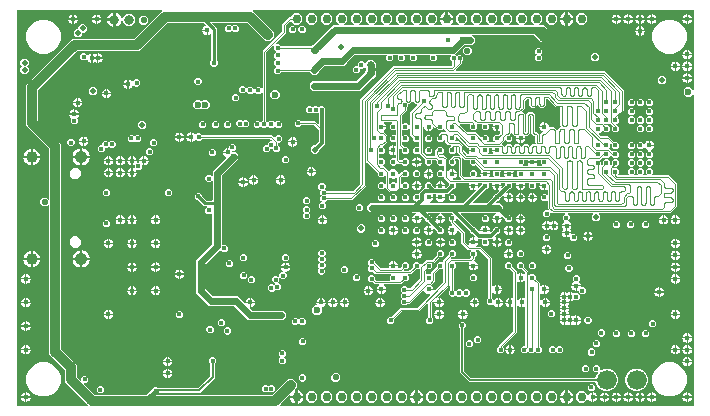
<source format=gbr>
G04 EAGLE Gerber RS-274X export*
G75*
%MOMM*%
%FSLAX34Y34*%
%LPD*%
%INCopper Layer 3*%
%IPPOS*%
%AMOC8*
5,1,8,0,0,1.08239X$1,22.5*%
G01*
%ADD10C,0.812800*%
%ADD11C,0.750000*%
%ADD12C,1.676400*%
%ADD13C,1.000000*%
%ADD14C,1.050000*%
%ADD15C,0.400000*%
%ADD16C,0.550000*%
%ADD17C,0.500000*%
%ADD18C,0.600000*%
%ADD19C,0.812800*%
%ADD20C,0.200000*%
%ADD21C,0.254000*%
%ADD22C,0.406400*%
%ADD23C,0.609600*%
%ADD24C,0.304800*%
%ADD25C,0.101600*%
%ADD26C,0.127000*%
%ADD27C,0.675000*%
%ADD28C,0.100000*%

G36*
X575008Y2502D02*
X575008Y2502D01*
X575017Y2501D01*
X575105Y2522D01*
X575195Y2540D01*
X575202Y2545D01*
X575210Y2547D01*
X575283Y2601D01*
X575359Y2653D01*
X575363Y2660D01*
X575370Y2665D01*
X575417Y2743D01*
X575466Y2820D01*
X575467Y2829D01*
X575472Y2836D01*
X575499Y3000D01*
X575499Y265636D01*
X575498Y265640D01*
X575499Y265644D01*
X575479Y265738D01*
X575460Y265831D01*
X575457Y265834D01*
X575456Y265839D01*
X575401Y265916D01*
X575347Y265995D01*
X575344Y265997D01*
X575341Y266001D01*
X575260Y266050D01*
X575180Y266102D01*
X575175Y266103D01*
X575172Y266105D01*
X575078Y266119D01*
X574983Y266135D01*
X574979Y266134D01*
X574975Y266135D01*
X574883Y266111D01*
X574790Y266089D01*
X574787Y266087D01*
X574783Y266085D01*
X574647Y265989D01*
X572657Y263999D01*
X569343Y263999D01*
X566999Y266343D01*
X566999Y269657D01*
X569343Y272001D01*
X572657Y272001D01*
X574647Y270011D01*
X574651Y270009D01*
X574653Y270005D01*
X574733Y269954D01*
X574813Y269901D01*
X574817Y269900D01*
X574820Y269898D01*
X574914Y269882D01*
X575008Y269865D01*
X575012Y269866D01*
X575017Y269865D01*
X575108Y269887D01*
X575202Y269908D01*
X575206Y269910D01*
X575210Y269911D01*
X575286Y269967D01*
X575365Y270023D01*
X575367Y270026D01*
X575370Y270029D01*
X575419Y270111D01*
X575469Y270192D01*
X575469Y270196D01*
X575472Y270200D01*
X575499Y270364D01*
X575499Y337000D01*
X575498Y337007D01*
X575499Y337015D01*
X575499Y337016D01*
X575499Y337017D01*
X575478Y337105D01*
X575460Y337195D01*
X575455Y337202D01*
X575453Y337210D01*
X575399Y337283D01*
X575347Y337359D01*
X575340Y337363D01*
X575335Y337370D01*
X575257Y337417D01*
X575180Y337466D01*
X575171Y337467D01*
X575164Y337472D01*
X575000Y337499D01*
X202769Y337499D01*
X202765Y337498D01*
X202760Y337499D01*
X202667Y337479D01*
X202574Y337460D01*
X202570Y337457D01*
X202566Y337456D01*
X202488Y337401D01*
X202410Y337347D01*
X202408Y337344D01*
X202404Y337341D01*
X202354Y337260D01*
X202303Y337180D01*
X202302Y337175D01*
X202300Y337172D01*
X202286Y337078D01*
X202270Y336983D01*
X202271Y336979D01*
X202270Y336975D01*
X202294Y336883D01*
X202316Y336790D01*
X202318Y336787D01*
X202319Y336783D01*
X202416Y336647D01*
X205111Y333952D01*
X220465Y318598D01*
X220465Y314402D01*
X217498Y311435D01*
X213302Y311435D01*
X197948Y326789D01*
X197938Y326796D01*
X197930Y326806D01*
X197856Y326851D01*
X197783Y326899D01*
X197770Y326901D01*
X197759Y326908D01*
X197595Y326935D01*
X168281Y326935D01*
X168277Y326934D01*
X168273Y326935D01*
X168180Y326915D01*
X168086Y326896D01*
X168083Y326893D01*
X168079Y326892D01*
X168001Y326837D01*
X167922Y326783D01*
X167920Y326780D01*
X167917Y326777D01*
X167867Y326696D01*
X167815Y326616D01*
X167815Y326611D01*
X167813Y326608D01*
X167798Y326514D01*
X167782Y326419D01*
X167783Y326415D01*
X167783Y326411D01*
X167806Y326319D01*
X167828Y326226D01*
X167831Y326223D01*
X167832Y326219D01*
X167928Y326083D01*
X171649Y322362D01*
X171649Y294930D01*
X171652Y294917D01*
X171650Y294905D01*
X171671Y294821D01*
X171689Y294735D01*
X171696Y294724D01*
X171699Y294712D01*
X171795Y294577D01*
X172379Y293993D01*
X172379Y291507D01*
X170621Y289749D01*
X168135Y289749D01*
X166378Y291507D01*
X166378Y293993D01*
X166961Y294577D01*
X166968Y294587D01*
X166978Y294595D01*
X167023Y294670D01*
X167071Y294743D01*
X167074Y294755D01*
X167080Y294766D01*
X167108Y294930D01*
X167108Y317144D01*
X167107Y317149D01*
X167108Y317153D01*
X167087Y317245D01*
X167068Y317339D01*
X167066Y317343D01*
X167065Y317347D01*
X167010Y317424D01*
X166956Y317503D01*
X166952Y317506D01*
X166950Y317509D01*
X166869Y317559D01*
X166788Y317610D01*
X166784Y317611D01*
X166780Y317613D01*
X166686Y317627D01*
X166592Y317643D01*
X166588Y317642D01*
X166584Y317643D01*
X166491Y317619D01*
X166398Y317597D01*
X166395Y317595D01*
X166391Y317594D01*
X166255Y317497D01*
X166056Y317299D01*
X165144Y316772D01*
X164127Y316499D01*
X164099Y316499D01*
X164099Y320500D01*
X164098Y320508D01*
X164099Y320516D01*
X164078Y320605D01*
X164060Y320695D01*
X164055Y320702D01*
X164053Y320710D01*
X163999Y320783D01*
X163947Y320858D01*
X163947Y320859D01*
X163940Y320863D01*
X163935Y320870D01*
X163856Y320917D01*
X163779Y320966D01*
X163771Y320967D01*
X163764Y320972D01*
X163600Y320999D01*
X159599Y320999D01*
X159599Y321027D01*
X159872Y322044D01*
X160399Y322956D01*
X161144Y323701D01*
X162056Y324228D01*
X162250Y324280D01*
X162285Y324297D01*
X162323Y324306D01*
X162373Y324341D01*
X162428Y324369D01*
X162453Y324398D01*
X162485Y324421D01*
X162517Y324473D01*
X162557Y324520D01*
X162569Y324557D01*
X162589Y324590D01*
X162598Y324651D01*
X162617Y324709D01*
X162613Y324748D01*
X162619Y324787D01*
X162604Y324846D01*
X162598Y324907D01*
X162579Y324942D01*
X162570Y324980D01*
X162525Y325043D01*
X162504Y325082D01*
X162488Y325095D01*
X162473Y325115D01*
X160800Y326789D01*
X160789Y326796D01*
X160782Y326806D01*
X160707Y326851D01*
X160634Y326899D01*
X160621Y326901D01*
X160611Y326908D01*
X160447Y326935D01*
X130305Y326935D01*
X130292Y326933D01*
X130280Y326935D01*
X130196Y326913D01*
X130110Y326896D01*
X130099Y326889D01*
X130087Y326885D01*
X129952Y326789D01*
X109211Y306048D01*
X106098Y302935D01*
X53805Y302935D01*
X53792Y302933D01*
X53780Y302935D01*
X53696Y302913D01*
X53610Y302896D01*
X53599Y302889D01*
X53587Y302885D01*
X53452Y302789D01*
X20711Y270048D01*
X20704Y270038D01*
X20694Y270030D01*
X20649Y269956D01*
X20601Y269883D01*
X20599Y269870D01*
X20592Y269859D01*
X20565Y269695D01*
X20565Y244105D01*
X20567Y244092D01*
X20565Y244080D01*
X20587Y243996D01*
X20604Y243910D01*
X20611Y243899D01*
X20615Y243887D01*
X20711Y243752D01*
X40065Y224398D01*
X40065Y50305D01*
X40067Y50292D01*
X40065Y50280D01*
X40087Y50196D01*
X40104Y50110D01*
X40111Y50099D01*
X40115Y50087D01*
X40211Y49952D01*
X53065Y37098D01*
X53065Y27305D01*
X53067Y27292D01*
X53065Y27280D01*
X53087Y27196D01*
X53104Y27110D01*
X53111Y27099D01*
X53115Y27087D01*
X53211Y26952D01*
X56147Y24016D01*
X56151Y24013D01*
X56153Y24010D01*
X56233Y23959D01*
X56313Y23906D01*
X56317Y23905D01*
X56320Y23903D01*
X56414Y23887D01*
X56508Y23869D01*
X56512Y23870D01*
X56517Y23870D01*
X56608Y23891D01*
X56702Y23912D01*
X56706Y23915D01*
X56710Y23916D01*
X56786Y23972D01*
X56865Y24027D01*
X56867Y24031D01*
X56870Y24034D01*
X56919Y24115D01*
X56969Y24197D01*
X56969Y24201D01*
X56972Y24205D01*
X56999Y24369D01*
X56999Y26219D01*
X58757Y27977D01*
X61243Y27977D01*
X63001Y26219D01*
X63001Y23733D01*
X61243Y21975D01*
X59393Y21975D01*
X59389Y21974D01*
X59384Y21975D01*
X59291Y21955D01*
X59198Y21936D01*
X59194Y21933D01*
X59190Y21932D01*
X59112Y21877D01*
X59034Y21823D01*
X59032Y21820D01*
X59028Y21817D01*
X58978Y21736D01*
X58927Y21656D01*
X58926Y21651D01*
X58924Y21648D01*
X58910Y21554D01*
X58894Y21459D01*
X58895Y21455D01*
X58894Y21451D01*
X58918Y21359D01*
X58940Y21266D01*
X58942Y21263D01*
X58943Y21259D01*
X59040Y21123D01*
X68252Y11911D01*
X68262Y11904D01*
X68270Y11894D01*
X68344Y11849D01*
X68417Y11801D01*
X68430Y11799D01*
X68441Y11792D01*
X68605Y11765D01*
X111769Y11765D01*
X111781Y11767D01*
X111794Y11765D01*
X111878Y11787D01*
X111964Y11804D01*
X111974Y11811D01*
X111986Y11815D01*
X112122Y11911D01*
X118644Y18433D01*
X121156Y18433D01*
X121942Y17647D01*
X121953Y17640D01*
X121960Y17630D01*
X122035Y17585D01*
X122108Y17537D01*
X122120Y17535D01*
X122131Y17528D01*
X122295Y17501D01*
X155364Y17501D01*
X155377Y17503D01*
X155389Y17501D01*
X155474Y17523D01*
X155559Y17540D01*
X155570Y17547D01*
X155582Y17551D01*
X155717Y17647D01*
X165953Y27883D01*
X165960Y27893D01*
X165970Y27900D01*
X166015Y27975D01*
X166063Y28048D01*
X166065Y28061D01*
X166072Y28072D01*
X166099Y28236D01*
X166099Y38250D01*
X166097Y38263D01*
X166099Y38275D01*
X166077Y38359D01*
X166060Y38445D01*
X166053Y38456D01*
X166049Y38468D01*
X165953Y38603D01*
X165099Y39457D01*
X165099Y41943D01*
X166857Y43701D01*
X169343Y43701D01*
X171101Y41943D01*
X171101Y39457D01*
X170247Y38603D01*
X170240Y38593D01*
X170230Y38585D01*
X170185Y38510D01*
X170137Y38437D01*
X170135Y38425D01*
X170128Y38414D01*
X170101Y38250D01*
X170101Y26371D01*
X157229Y13499D01*
X122495Y13499D01*
X122483Y13497D01*
X122470Y13499D01*
X122386Y13477D01*
X122300Y13460D01*
X122290Y13453D01*
X122278Y13449D01*
X122142Y13353D01*
X121006Y12217D01*
X121004Y12213D01*
X121000Y12211D01*
X120949Y12131D01*
X120896Y12051D01*
X120895Y12047D01*
X120893Y12044D01*
X120877Y11950D01*
X120860Y11856D01*
X120861Y11852D01*
X120860Y11847D01*
X120882Y11756D01*
X120903Y11662D01*
X120905Y11658D01*
X120906Y11654D01*
X120962Y11578D01*
X121018Y11499D01*
X121021Y11497D01*
X121024Y11494D01*
X121106Y11445D01*
X121187Y11395D01*
X121191Y11395D01*
X121195Y11392D01*
X121359Y11365D01*
X218395Y11365D01*
X218408Y11367D01*
X218420Y11365D01*
X218504Y11387D01*
X218590Y11404D01*
X218601Y11411D01*
X218613Y11415D01*
X218748Y11511D01*
X232302Y25065D01*
X236598Y25065D01*
X239565Y22098D01*
X239565Y17902D01*
X238237Y16574D01*
X238207Y16530D01*
X238170Y16492D01*
X238153Y16448D01*
X238127Y16408D01*
X238117Y16356D01*
X238098Y16306D01*
X238099Y16259D01*
X238091Y16213D01*
X238102Y16161D01*
X238104Y16108D01*
X238123Y16065D01*
X238133Y16019D01*
X238164Y15975D01*
X238187Y15927D01*
X238221Y15895D01*
X238249Y15857D01*
X238294Y15829D01*
X238334Y15793D01*
X238351Y15787D01*
X238351Y10999D01*
X233637Y10999D01*
X233621Y11035D01*
X233610Y11087D01*
X233583Y11126D01*
X233564Y11169D01*
X233526Y11206D01*
X233495Y11249D01*
X233455Y11274D01*
X233421Y11307D01*
X233371Y11326D01*
X233325Y11354D01*
X233279Y11361D01*
X233235Y11378D01*
X233181Y11376D01*
X233129Y11384D01*
X233083Y11372D01*
X233036Y11370D01*
X232988Y11348D01*
X232936Y11334D01*
X232891Y11302D01*
X232856Y11286D01*
X232835Y11263D01*
X232801Y11238D01*
X231520Y9957D01*
X225911Y4348D01*
X224916Y3353D01*
X224913Y3349D01*
X224910Y3347D01*
X224859Y3267D01*
X224806Y3187D01*
X224805Y3183D01*
X224803Y3180D01*
X224787Y3086D01*
X224769Y2992D01*
X224770Y2988D01*
X224770Y2983D01*
X224792Y2892D01*
X224812Y2798D01*
X224815Y2794D01*
X224816Y2790D01*
X224872Y2714D01*
X224927Y2636D01*
X224931Y2633D01*
X224934Y2630D01*
X225015Y2581D01*
X225097Y2531D01*
X225101Y2531D01*
X225105Y2528D01*
X225269Y2501D01*
X575000Y2501D01*
X575008Y2502D01*
G37*
%LPC*%
G36*
X317757Y71999D02*
X317757Y71999D01*
X315999Y73757D01*
X315999Y76243D01*
X317757Y78001D01*
X319660Y78001D01*
X319673Y78003D01*
X319685Y78001D01*
X319769Y78023D01*
X319855Y78040D01*
X319866Y78047D01*
X319878Y78051D01*
X320013Y78147D01*
X327375Y85509D01*
X341168Y85509D01*
X341181Y85511D01*
X341193Y85509D01*
X341277Y85531D01*
X341363Y85548D01*
X341374Y85555D01*
X341386Y85559D01*
X341521Y85655D01*
X352149Y96283D01*
X352187Y96341D01*
X352233Y96393D01*
X352242Y96423D01*
X352259Y96449D01*
X352272Y96517D01*
X352293Y96583D01*
X352290Y96614D01*
X352295Y96644D01*
X352280Y96712D01*
X352274Y96781D01*
X352259Y96808D01*
X352252Y96838D01*
X352212Y96895D01*
X352179Y96956D01*
X352155Y96975D01*
X352137Y97000D01*
X352078Y97037D01*
X352024Y97080D01*
X351994Y97088D01*
X351968Y97105D01*
X351899Y97115D01*
X351832Y97134D01*
X351798Y97130D01*
X351771Y97134D01*
X351731Y97124D01*
X351667Y97118D01*
X351638Y97110D01*
X351610Y97110D01*
X351610Y100611D01*
X355112Y100611D01*
X355112Y100584D01*
X355104Y100555D01*
X355100Y100486D01*
X355087Y100417D01*
X355093Y100387D01*
X355092Y100357D01*
X355115Y100291D01*
X355130Y100223D01*
X355147Y100198D01*
X355158Y100169D01*
X355205Y100118D01*
X355245Y100061D01*
X355271Y100045D01*
X355292Y100022D01*
X355355Y99993D01*
X355414Y99957D01*
X355445Y99952D01*
X355473Y99939D01*
X355542Y99938D01*
X355611Y99927D01*
X355641Y99935D01*
X355671Y99934D01*
X355736Y99959D01*
X355803Y99976D01*
X355832Y99996D01*
X355857Y100006D01*
X355886Y100035D01*
X355939Y100073D01*
X363345Y107479D01*
X363352Y107489D01*
X363362Y107497D01*
X363407Y107572D01*
X363455Y107645D01*
X363457Y107657D01*
X363464Y107668D01*
X363491Y107832D01*
X363491Y118042D01*
X363490Y118046D01*
X363491Y118051D01*
X363471Y118143D01*
X363452Y118237D01*
X363449Y118241D01*
X363448Y118245D01*
X363393Y118322D01*
X363339Y118401D01*
X363336Y118403D01*
X363333Y118407D01*
X363252Y118457D01*
X363172Y118508D01*
X363167Y118509D01*
X363164Y118511D01*
X363070Y118525D01*
X362975Y118541D01*
X362971Y118540D01*
X362967Y118541D01*
X362875Y118517D01*
X362782Y118495D01*
X362779Y118493D01*
X362775Y118492D01*
X362639Y118395D01*
X362354Y118110D01*
X360451Y118110D01*
X360438Y118108D01*
X360426Y118110D01*
X360342Y118088D01*
X360256Y118071D01*
X360245Y118063D01*
X360233Y118060D01*
X360098Y117964D01*
X356655Y114521D01*
X356648Y114511D01*
X356638Y114503D01*
X356593Y114428D01*
X356545Y114355D01*
X356543Y114343D01*
X356536Y114332D01*
X356509Y114168D01*
X356509Y108375D01*
X355479Y107345D01*
X353655Y105521D01*
X353316Y105183D01*
X353276Y105121D01*
X353229Y105065D01*
X353221Y105039D01*
X353207Y105017D01*
X353193Y104945D01*
X353172Y104874D01*
X353175Y104848D01*
X353170Y104822D01*
X353186Y104750D01*
X353194Y104677D01*
X353207Y104653D01*
X353213Y104627D01*
X353256Y104567D01*
X353292Y104503D01*
X353315Y104484D01*
X353328Y104465D01*
X353365Y104442D01*
X353420Y104397D01*
X353567Y104312D01*
X354312Y103567D01*
X354839Y102655D01*
X355112Y101638D01*
X355112Y101610D01*
X351111Y101610D01*
X351103Y101609D01*
X351095Y101610D01*
X351006Y101589D01*
X350916Y101571D01*
X350909Y101566D01*
X350901Y101564D01*
X350828Y101510D01*
X350752Y101458D01*
X350747Y101451D01*
X350741Y101446D01*
X350694Y101367D01*
X350645Y101290D01*
X350643Y101282D01*
X350639Y101275D01*
X350611Y101111D01*
X350611Y97110D01*
X350584Y97110D01*
X349567Y97383D01*
X348654Y97909D01*
X347909Y98654D01*
X347383Y99567D01*
X347220Y100176D01*
X347202Y100211D01*
X347194Y100249D01*
X347158Y100299D01*
X347131Y100354D01*
X347101Y100379D01*
X347078Y100411D01*
X347026Y100443D01*
X346980Y100483D01*
X346942Y100495D01*
X346909Y100515D01*
X346849Y100525D01*
X346790Y100543D01*
X346751Y100539D01*
X346713Y100545D01*
X346653Y100530D01*
X346592Y100524D01*
X346558Y100506D01*
X346520Y100496D01*
X346457Y100451D01*
X346417Y100430D01*
X346405Y100414D01*
X346384Y100400D01*
X336014Y90029D01*
X334984Y88999D01*
X333453Y88999D01*
X333440Y88997D01*
X333428Y88999D01*
X333344Y88977D01*
X333258Y88960D01*
X333247Y88953D01*
X333235Y88949D01*
X333100Y88853D01*
X331754Y87507D01*
X329268Y87507D01*
X327510Y89265D01*
X327510Y91751D01*
X328359Y92600D01*
X328363Y92607D01*
X328370Y92611D01*
X328418Y92689D01*
X328469Y92765D01*
X328470Y92774D01*
X328474Y92781D01*
X328488Y92871D01*
X328505Y92961D01*
X328503Y92969D01*
X328504Y92977D01*
X328482Y93065D01*
X328462Y93155D01*
X328457Y93162D01*
X328455Y93170D01*
X328359Y93306D01*
X327399Y94265D01*
X327399Y96751D01*
X328349Y97701D01*
X328354Y97708D01*
X328361Y97713D01*
X328408Y97790D01*
X328459Y97867D01*
X328461Y97875D01*
X328465Y97882D01*
X328479Y97972D01*
X328495Y98062D01*
X328494Y98070D01*
X328495Y98079D01*
X328472Y98167D01*
X328453Y98256D01*
X328448Y98263D01*
X328446Y98271D01*
X328349Y98407D01*
X327399Y99357D01*
X327399Y101843D01*
X329157Y103601D01*
X331643Y103601D01*
X332989Y102255D01*
X332999Y102248D01*
X333007Y102238D01*
X333082Y102193D01*
X333155Y102145D01*
X333167Y102143D01*
X333178Y102136D01*
X333342Y102109D01*
X335752Y102109D01*
X335765Y102111D01*
X335777Y102109D01*
X335861Y102131D01*
X335947Y102148D01*
X335958Y102155D01*
X335970Y102159D01*
X336105Y102255D01*
X343329Y109479D01*
X343336Y109489D01*
X343346Y109497D01*
X343390Y109571D01*
X343439Y109645D01*
X343441Y109657D01*
X343448Y109668D01*
X343475Y109832D01*
X343475Y118026D01*
X343474Y118030D01*
X343475Y118035D01*
X343455Y118127D01*
X343436Y118221D01*
X343433Y118225D01*
X343432Y118229D01*
X343377Y118306D01*
X343323Y118385D01*
X343320Y118387D01*
X343317Y118391D01*
X343236Y118441D01*
X343156Y118492D01*
X343151Y118493D01*
X343148Y118495D01*
X343054Y118509D01*
X342959Y118525D01*
X342955Y118524D01*
X342951Y118525D01*
X342859Y118501D01*
X342766Y118479D01*
X342763Y118477D01*
X342759Y118476D01*
X342623Y118379D01*
X342354Y118110D01*
X340451Y118110D01*
X340438Y118108D01*
X340426Y118110D01*
X340342Y118088D01*
X340256Y118071D01*
X340245Y118063D01*
X340233Y118060D01*
X340098Y117964D01*
X336117Y113983D01*
X333687Y113983D01*
X333683Y113982D01*
X333679Y113983D01*
X333586Y113963D01*
X333493Y113944D01*
X333489Y113941D01*
X333485Y113940D01*
X333407Y113885D01*
X333329Y113831D01*
X333326Y113828D01*
X333323Y113825D01*
X333273Y113744D01*
X333222Y113664D01*
X333221Y113659D01*
X333219Y113656D01*
X333204Y113562D01*
X333188Y113467D01*
X333189Y113463D01*
X333189Y113459D01*
X333212Y113367D01*
X333235Y113274D01*
X333237Y113271D01*
X333238Y113267D01*
X333334Y113131D01*
X334112Y112354D01*
X334112Y109868D01*
X332354Y108110D01*
X330451Y108110D01*
X330438Y108108D01*
X330426Y108110D01*
X330342Y108088D01*
X330256Y108071D01*
X330245Y108063D01*
X330233Y108060D01*
X330098Y107964D01*
X327625Y105491D01*
X313388Y105491D01*
X313320Y105477D01*
X313251Y105472D01*
X313224Y105458D01*
X313194Y105452D01*
X313136Y105412D01*
X313075Y105380D01*
X313055Y105357D01*
X313030Y105339D01*
X312992Y105281D01*
X312948Y105227D01*
X312939Y105198D01*
X312923Y105172D01*
X312911Y105103D01*
X312891Y105037D01*
X312895Y105006D01*
X312890Y104975D01*
X312906Y104908D01*
X312913Y104839D01*
X312928Y104812D01*
X312936Y104782D01*
X312977Y104726D01*
X313011Y104666D01*
X313038Y104643D01*
X313053Y104622D01*
X313089Y104601D01*
X313139Y104560D01*
X313567Y104312D01*
X314312Y103567D01*
X314839Y102655D01*
X315112Y101638D01*
X315112Y101610D01*
X311111Y101610D01*
X307110Y101610D01*
X307110Y101638D01*
X307383Y102655D01*
X307909Y103567D01*
X308654Y104312D01*
X309083Y104560D01*
X309135Y104606D01*
X309192Y104645D01*
X309209Y104671D01*
X309232Y104691D01*
X309262Y104754D01*
X309299Y104812D01*
X309304Y104843D01*
X309318Y104871D01*
X309321Y104940D01*
X309332Y105009D01*
X309325Y105039D01*
X309326Y105069D01*
X309302Y105135D01*
X309286Y105202D01*
X309268Y105227D01*
X309257Y105256D01*
X309209Y105306D01*
X309168Y105362D01*
X309142Y105378D01*
X309121Y105400D01*
X309057Y105428D01*
X308997Y105464D01*
X308963Y105469D01*
X308938Y105480D01*
X308897Y105481D01*
X308833Y105491D01*
X305375Y105491D01*
X304013Y106853D01*
X304003Y106860D01*
X303995Y106870D01*
X303920Y106915D01*
X303847Y106963D01*
X303835Y106965D01*
X303824Y106972D01*
X303660Y106999D01*
X301757Y106999D01*
X299999Y108757D01*
X299999Y111243D01*
X301757Y113001D01*
X304243Y113001D01*
X306001Y111243D01*
X306001Y109340D01*
X306002Y109332D01*
X306001Y109324D01*
X306002Y109319D01*
X306001Y109315D01*
X306023Y109231D01*
X306040Y109145D01*
X306045Y109138D01*
X306047Y109130D01*
X306049Y109127D01*
X306051Y109122D01*
X306147Y108987D01*
X306479Y108655D01*
X306489Y108648D01*
X306497Y108638D01*
X306572Y108593D01*
X306645Y108545D01*
X306657Y108543D01*
X306668Y108536D01*
X306832Y108509D01*
X318264Y108509D01*
X318268Y108510D01*
X318272Y108509D01*
X318365Y108529D01*
X318459Y108548D01*
X318462Y108551D01*
X318466Y108552D01*
X318544Y108607D01*
X318623Y108661D01*
X318625Y108664D01*
X318629Y108667D01*
X318679Y108749D01*
X318730Y108828D01*
X318731Y108833D01*
X318733Y108836D01*
X318747Y108930D01*
X318763Y109025D01*
X318762Y109029D01*
X318763Y109033D01*
X318739Y109125D01*
X318717Y109218D01*
X318714Y109221D01*
X318713Y109225D01*
X318617Y109361D01*
X318110Y109868D01*
X318110Y112354D01*
X318887Y113131D01*
X318890Y113135D01*
X318893Y113137D01*
X318944Y113217D01*
X318997Y113297D01*
X318998Y113301D01*
X319000Y113304D01*
X319016Y113398D01*
X319033Y113492D01*
X319033Y113496D01*
X319033Y113501D01*
X319011Y113592D01*
X318991Y113686D01*
X318988Y113690D01*
X318987Y113694D01*
X318931Y113770D01*
X318875Y113849D01*
X318872Y113851D01*
X318869Y113854D01*
X318788Y113903D01*
X318706Y113953D01*
X318702Y113953D01*
X318698Y113956D01*
X318534Y113983D01*
X305883Y113983D01*
X304013Y115853D01*
X304003Y115860D01*
X303995Y115870D01*
X303920Y115915D01*
X303847Y115963D01*
X303835Y115965D01*
X303824Y115972D01*
X303660Y115999D01*
X301757Y115999D01*
X299999Y117757D01*
X299999Y120243D01*
X300903Y121147D01*
X300908Y121154D01*
X300915Y121159D01*
X300962Y121236D01*
X301013Y121313D01*
X301015Y121321D01*
X301019Y121328D01*
X301033Y121418D01*
X301049Y121508D01*
X301048Y121516D01*
X301049Y121525D01*
X301026Y121613D01*
X301007Y121702D01*
X301002Y121709D01*
X301000Y121717D01*
X300903Y121853D01*
X299999Y122757D01*
X299999Y125243D01*
X301757Y127001D01*
X304243Y127001D01*
X306001Y125243D01*
X306001Y123340D01*
X306003Y123327D01*
X306001Y123315D01*
X306023Y123231D01*
X306040Y123145D01*
X306047Y123134D01*
X306051Y123122D01*
X306147Y122987D01*
X309971Y119163D01*
X309981Y119156D01*
X309989Y119146D01*
X310064Y119101D01*
X310137Y119053D01*
X310149Y119051D01*
X310160Y119044D01*
X310324Y119017D01*
X316879Y119017D01*
X316952Y119031D01*
X317025Y119038D01*
X317048Y119051D01*
X317074Y119056D01*
X317135Y119098D01*
X317200Y119133D01*
X317216Y119154D01*
X317238Y119169D01*
X317278Y119231D01*
X317324Y119288D01*
X317331Y119314D01*
X317345Y119336D01*
X317358Y119409D01*
X317377Y119480D01*
X317375Y119509D01*
X317378Y119533D01*
X317368Y119575D01*
X317362Y119645D01*
X317110Y120584D01*
X317110Y120611D01*
X321111Y120611D01*
X321111Y120612D01*
X321111Y120611D01*
X325112Y120611D01*
X325112Y120584D01*
X324860Y119645D01*
X324856Y119572D01*
X324843Y119499D01*
X324849Y119474D01*
X324848Y119447D01*
X324872Y119377D01*
X324889Y119306D01*
X324905Y119285D01*
X324914Y119259D01*
X324964Y119205D01*
X325007Y119146D01*
X325030Y119132D01*
X325048Y119112D01*
X325115Y119082D01*
X325178Y119044D01*
X325208Y119039D01*
X325229Y119030D01*
X325273Y119029D01*
X325342Y119017D01*
X326676Y119017D01*
X326689Y119019D01*
X326701Y119017D01*
X326785Y119039D01*
X326871Y119056D01*
X326882Y119063D01*
X326894Y119067D01*
X327029Y119163D01*
X327964Y120098D01*
X327971Y120108D01*
X327981Y120116D01*
X328025Y120190D01*
X328074Y120263D01*
X328076Y120276D01*
X328082Y120287D01*
X328110Y120451D01*
X328110Y122354D01*
X329868Y124112D01*
X332354Y124112D01*
X334112Y122354D01*
X334112Y119868D01*
X332354Y118110D01*
X330451Y118110D01*
X330438Y118108D01*
X330426Y118110D01*
X330342Y118088D01*
X330256Y118071D01*
X330245Y118063D01*
X330233Y118060D01*
X330098Y117964D01*
X329987Y117853D01*
X329984Y117850D01*
X329981Y117847D01*
X329930Y117767D01*
X329877Y117687D01*
X329876Y117683D01*
X329874Y117680D01*
X329858Y117586D01*
X329840Y117492D01*
X329841Y117488D01*
X329841Y117483D01*
X329863Y117392D01*
X329883Y117298D01*
X329886Y117294D01*
X329887Y117290D01*
X329943Y117214D01*
X329998Y117136D01*
X330002Y117133D01*
X330005Y117130D01*
X330087Y117081D01*
X330168Y117031D01*
X330172Y117031D01*
X330176Y117028D01*
X330340Y117001D01*
X334660Y117001D01*
X334673Y117003D01*
X334685Y117001D01*
X334769Y117023D01*
X334855Y117040D01*
X334866Y117047D01*
X334878Y117051D01*
X335013Y117147D01*
X337964Y120098D01*
X337971Y120108D01*
X337981Y120116D01*
X338025Y120190D01*
X338074Y120263D01*
X338076Y120276D01*
X338082Y120287D01*
X338110Y120451D01*
X338110Y122354D01*
X339868Y124112D01*
X342354Y124112D01*
X344126Y122340D01*
X344132Y122309D01*
X344151Y122217D01*
X344154Y122213D01*
X344154Y122209D01*
X344210Y122131D01*
X344264Y122053D01*
X344267Y122051D01*
X344270Y122047D01*
X344351Y121997D01*
X344431Y121946D01*
X344435Y121945D01*
X344439Y121943D01*
X344533Y121929D01*
X344627Y121913D01*
X344631Y121914D01*
X344636Y121913D01*
X344728Y121937D01*
X344821Y121959D01*
X344824Y121961D01*
X344828Y121962D01*
X344964Y122059D01*
X349033Y126128D01*
X353787Y126128D01*
X353800Y126130D01*
X353812Y126128D01*
X353896Y126150D01*
X353982Y126167D01*
X353992Y126174D01*
X354005Y126177D01*
X354140Y126274D01*
X357964Y130098D01*
X357971Y130108D01*
X357981Y130116D01*
X358025Y130190D01*
X358074Y130263D01*
X358076Y130276D01*
X358082Y130287D01*
X358110Y130451D01*
X358110Y132354D01*
X359868Y134112D01*
X362354Y134112D01*
X364112Y132354D01*
X364112Y129868D01*
X362354Y128110D01*
X360451Y128110D01*
X360438Y128108D01*
X360426Y128110D01*
X360342Y128088D01*
X360256Y128071D01*
X360245Y128063D01*
X360233Y128060D01*
X360098Y127964D01*
X355244Y123110D01*
X354561Y123110D01*
X354556Y123109D01*
X354552Y123110D01*
X354459Y123089D01*
X354366Y123071D01*
X354362Y123068D01*
X354358Y123067D01*
X354280Y123012D01*
X354202Y122958D01*
X354199Y122954D01*
X354196Y122952D01*
X354146Y122870D01*
X354095Y122790D01*
X354094Y122786D01*
X354092Y122783D01*
X354077Y122688D01*
X354062Y122594D01*
X354063Y122590D01*
X354062Y122586D01*
X354086Y122493D01*
X354108Y122401D01*
X354110Y122397D01*
X354111Y122393D01*
X354112Y122393D01*
X354112Y119868D01*
X352354Y118110D01*
X350451Y118110D01*
X350438Y118108D01*
X350426Y118110D01*
X350342Y118088D01*
X350256Y118071D01*
X350245Y118063D01*
X350233Y118060D01*
X350098Y117964D01*
X348655Y116521D01*
X348648Y116511D01*
X348638Y116503D01*
X348593Y116428D01*
X348545Y116355D01*
X348543Y116343D01*
X348536Y116332D01*
X348509Y116168D01*
X348509Y113958D01*
X348510Y113954D01*
X348509Y113949D01*
X348529Y113857D01*
X348548Y113763D01*
X348551Y113759D01*
X348552Y113755D01*
X348607Y113678D01*
X348661Y113599D01*
X348664Y113597D01*
X348667Y113593D01*
X348749Y113543D01*
X348828Y113492D01*
X348833Y113491D01*
X348836Y113489D01*
X348930Y113475D01*
X349025Y113459D01*
X349029Y113460D01*
X349033Y113459D01*
X349125Y113483D01*
X349218Y113505D01*
X349221Y113507D01*
X349225Y113508D01*
X349361Y113605D01*
X349868Y114112D01*
X352354Y114112D01*
X352639Y113826D01*
X352642Y113824D01*
X352645Y113821D01*
X352725Y113769D01*
X352805Y113717D01*
X352809Y113716D01*
X352812Y113714D01*
X352906Y113698D01*
X353000Y113680D01*
X353004Y113681D01*
X353009Y113680D01*
X353100Y113702D01*
X353194Y113723D01*
X353198Y113726D01*
X353202Y113727D01*
X353278Y113783D01*
X353357Y113838D01*
X353359Y113842D01*
X353362Y113844D01*
X353410Y113926D01*
X353461Y114008D01*
X353461Y114012D01*
X353464Y114015D01*
X353491Y114179D01*
X353491Y115625D01*
X357964Y120098D01*
X357971Y120108D01*
X357981Y120116D01*
X358025Y120190D01*
X358074Y120263D01*
X358076Y120276D01*
X358082Y120287D01*
X358110Y120451D01*
X358110Y122354D01*
X359868Y124112D01*
X362354Y124112D01*
X362639Y123826D01*
X362642Y123824D01*
X362645Y123821D01*
X362725Y123769D01*
X362805Y123717D01*
X362809Y123716D01*
X362812Y123714D01*
X362906Y123698D01*
X363000Y123680D01*
X363004Y123681D01*
X363009Y123680D01*
X363100Y123702D01*
X363194Y123723D01*
X363198Y123726D01*
X363202Y123727D01*
X363278Y123783D01*
X363357Y123838D01*
X363359Y123842D01*
X363362Y123844D01*
X363410Y123926D01*
X363461Y124008D01*
X363461Y124012D01*
X363464Y124015D01*
X363491Y124179D01*
X363491Y125625D01*
X367964Y130098D01*
X367971Y130108D01*
X367981Y130116D01*
X368025Y130190D01*
X368074Y130263D01*
X368076Y130276D01*
X368082Y130287D01*
X368110Y130451D01*
X368110Y132354D01*
X369868Y134112D01*
X372354Y134112D01*
X374112Y132354D01*
X374112Y129868D01*
X372354Y128110D01*
X370451Y128110D01*
X370419Y128104D01*
X370386Y128106D01*
X370299Y128079D01*
X370256Y128071D01*
X370244Y128063D01*
X370227Y128057D01*
X370161Y128006D01*
X370092Y127958D01*
X370083Y127945D01*
X370071Y127935D01*
X370030Y127861D01*
X369985Y127790D01*
X369982Y127775D01*
X369974Y127761D01*
X369966Y127677D01*
X369952Y127594D01*
X369955Y127579D01*
X369954Y127563D01*
X369978Y127482D01*
X369998Y127401D01*
X370007Y127388D01*
X370012Y127373D01*
X370066Y127308D01*
X370115Y127241D01*
X370129Y127233D01*
X370139Y127220D01*
X370214Y127182D01*
X370287Y127139D01*
X370304Y127136D01*
X370316Y127130D01*
X370361Y127127D01*
X370451Y127112D01*
X386057Y127112D01*
X386070Y127114D01*
X386082Y127112D01*
X386166Y127134D01*
X386252Y127151D01*
X386263Y127158D01*
X386275Y127161D01*
X386410Y127258D01*
X387101Y127949D01*
X387106Y127956D01*
X387113Y127961D01*
X387161Y128038D01*
X387211Y128115D01*
X387213Y128123D01*
X387217Y128130D01*
X387231Y128220D01*
X387248Y128310D01*
X387246Y128318D01*
X387247Y128327D01*
X387225Y128415D01*
X387205Y128504D01*
X387200Y128511D01*
X387198Y128519D01*
X387101Y128655D01*
X385888Y129868D01*
X385888Y132354D01*
X386874Y133339D01*
X386876Y133343D01*
X386879Y133345D01*
X386930Y133425D01*
X386983Y133505D01*
X386984Y133509D01*
X386986Y133512D01*
X387002Y133606D01*
X387020Y133700D01*
X387019Y133704D01*
X387020Y133709D01*
X386998Y133800D01*
X386977Y133894D01*
X386974Y133898D01*
X386973Y133902D01*
X386917Y133978D01*
X386862Y134057D01*
X386858Y134059D01*
X386856Y134062D01*
X386774Y134111D01*
X386692Y134161D01*
X386688Y134161D01*
X386685Y134164D01*
X386521Y134191D01*
X384775Y134191D01*
X378491Y140475D01*
X378491Y148168D01*
X378489Y148181D01*
X378491Y148193D01*
X378469Y148277D01*
X378452Y148363D01*
X378445Y148374D01*
X378441Y148386D01*
X378345Y148521D01*
X375964Y150902D01*
X375960Y150905D01*
X375958Y150908D01*
X375878Y150959D01*
X375798Y151012D01*
X375794Y151013D01*
X375790Y151015D01*
X375697Y151031D01*
X375603Y151049D01*
X375598Y151048D01*
X375594Y151048D01*
X375502Y151027D01*
X375408Y151006D01*
X375405Y151003D01*
X375401Y151002D01*
X375325Y150946D01*
X375246Y150891D01*
X375244Y150887D01*
X375241Y150885D01*
X375192Y150803D01*
X375142Y150721D01*
X375141Y150717D01*
X375139Y150713D01*
X375128Y150644D01*
X374839Y149567D01*
X374312Y148654D01*
X373567Y147909D01*
X372655Y147383D01*
X371638Y147110D01*
X371610Y147110D01*
X371610Y151111D01*
X371609Y151119D01*
X371610Y151127D01*
X371589Y151216D01*
X371571Y151305D01*
X371566Y151312D01*
X371564Y151321D01*
X371510Y151394D01*
X371458Y151469D01*
X371458Y151470D01*
X371451Y151474D01*
X371446Y151481D01*
X371367Y151528D01*
X371290Y151577D01*
X371282Y151578D01*
X371275Y151583D01*
X371111Y151610D01*
X367110Y151610D01*
X367110Y151638D01*
X367383Y152655D01*
X367909Y153567D01*
X368654Y154312D01*
X369567Y154839D01*
X370648Y155129D01*
X370658Y155134D01*
X370744Y155151D01*
X370748Y155154D01*
X370752Y155154D01*
X370830Y155210D01*
X370908Y155264D01*
X370911Y155267D01*
X370914Y155270D01*
X370964Y155351D01*
X371015Y155431D01*
X371016Y155435D01*
X371018Y155439D01*
X371033Y155533D01*
X371048Y155627D01*
X371047Y155631D01*
X371048Y155636D01*
X371024Y155728D01*
X371002Y155821D01*
X371000Y155824D01*
X370999Y155828D01*
X370902Y155964D01*
X369602Y157264D01*
X369602Y158169D01*
X369600Y158182D01*
X369602Y158194D01*
X369580Y158278D01*
X369563Y158364D01*
X369555Y158374D01*
X369552Y158387D01*
X369456Y158522D01*
X368110Y159868D01*
X368110Y162354D01*
X369868Y164112D01*
X371113Y164112D01*
X371117Y164112D01*
X371121Y164112D01*
X371214Y164132D01*
X371307Y164151D01*
X371311Y164154D01*
X371315Y164154D01*
X371393Y164210D01*
X371471Y164264D01*
X371474Y164267D01*
X371477Y164270D01*
X371527Y164351D01*
X371578Y164431D01*
X371579Y164435D01*
X371581Y164439D01*
X371596Y164533D01*
X371612Y164627D01*
X371611Y164631D01*
X371611Y164636D01*
X371588Y164728D01*
X371566Y164821D01*
X371563Y164824D01*
X371562Y164828D01*
X371466Y164964D01*
X370624Y165805D01*
X370614Y165812D01*
X370607Y165822D01*
X370532Y165867D01*
X370459Y165915D01*
X370446Y165917D01*
X370435Y165924D01*
X370271Y165951D01*
X362296Y165951D01*
X362262Y165944D01*
X362227Y165946D01*
X362165Y165925D01*
X362101Y165912D01*
X362072Y165892D01*
X362039Y165880D01*
X361991Y165836D01*
X361937Y165799D01*
X361918Y165770D01*
X361893Y165746D01*
X361865Y165687D01*
X361830Y165632D01*
X361824Y165597D01*
X361810Y165565D01*
X361808Y165500D01*
X361797Y165435D01*
X361805Y165401D01*
X361804Y165366D01*
X361828Y165306D01*
X361843Y165242D01*
X361864Y165214D01*
X361877Y165181D01*
X361922Y165134D01*
X361961Y165082D01*
X361991Y165064D01*
X362016Y165039D01*
X362094Y165003D01*
X362132Y164980D01*
X362150Y164977D01*
X362167Y164970D01*
X362655Y164839D01*
X363567Y164312D01*
X364312Y163567D01*
X364839Y162655D01*
X365112Y161638D01*
X365112Y161610D01*
X361111Y161610D01*
X357110Y161610D01*
X357110Y161638D01*
X357383Y162655D01*
X357909Y163567D01*
X358654Y164312D01*
X359567Y164839D01*
X360055Y164970D01*
X360086Y164985D01*
X360121Y164992D01*
X360174Y165029D01*
X360233Y165058D01*
X360256Y165085D01*
X360284Y165105D01*
X360320Y165160D01*
X360362Y165210D01*
X360373Y165243D01*
X360391Y165272D01*
X360402Y165337D01*
X360422Y165399D01*
X360419Y165434D01*
X360425Y165469D01*
X360410Y165532D01*
X360403Y165597D01*
X360387Y165628D01*
X360379Y165662D01*
X360340Y165714D01*
X360309Y165772D01*
X360281Y165794D01*
X360261Y165822D01*
X360205Y165855D01*
X360154Y165896D01*
X360120Y165906D01*
X360090Y165924D01*
X360005Y165938D01*
X359962Y165950D01*
X359944Y165948D01*
X359926Y165951D01*
X351046Y165951D01*
X351042Y165950D01*
X351038Y165951D01*
X350945Y165931D01*
X350851Y165912D01*
X350848Y165909D01*
X350844Y165908D01*
X350766Y165853D01*
X350687Y165799D01*
X350685Y165796D01*
X350682Y165793D01*
X350632Y165712D01*
X350580Y165632D01*
X350580Y165627D01*
X350578Y165624D01*
X350563Y165530D01*
X350547Y165435D01*
X350548Y165431D01*
X350548Y165427D01*
X350571Y165335D01*
X350593Y165242D01*
X350596Y165239D01*
X350597Y165235D01*
X350693Y165099D01*
X351534Y164258D01*
X351545Y164251D01*
X351552Y164241D01*
X351627Y164196D01*
X351700Y164148D01*
X351713Y164146D01*
X351723Y164139D01*
X351887Y164112D01*
X352354Y164112D01*
X354112Y162354D01*
X354112Y161887D01*
X354114Y161875D01*
X354112Y161863D01*
X354134Y161778D01*
X354151Y161693D01*
X354158Y161682D01*
X354161Y161670D01*
X354258Y161534D01*
X356489Y159303D01*
X356547Y159265D01*
X356599Y159220D01*
X356629Y159211D01*
X356655Y159194D01*
X356723Y159181D01*
X356789Y159160D01*
X356820Y159163D01*
X356850Y159157D01*
X356918Y159172D01*
X356987Y159179D01*
X357014Y159193D01*
X357044Y159200D01*
X357101Y159240D01*
X357162Y159273D01*
X357181Y159297D01*
X357206Y159315D01*
X357243Y159374D01*
X357286Y159429D01*
X357294Y159458D01*
X357311Y159485D01*
X357321Y159553D01*
X357340Y159620D01*
X357336Y159655D01*
X357340Y159681D01*
X357330Y159722D01*
X357324Y159786D01*
X357110Y160584D01*
X357110Y160611D01*
X360611Y160611D01*
X360611Y157110D01*
X360584Y157110D01*
X359786Y157324D01*
X359716Y157328D01*
X359648Y157341D01*
X359618Y157334D01*
X359587Y157336D01*
X359522Y157313D01*
X359454Y157298D01*
X359429Y157280D01*
X359400Y157270D01*
X359348Y157223D01*
X359292Y157183D01*
X359276Y157157D01*
X359253Y157136D01*
X359224Y157073D01*
X359188Y157014D01*
X359183Y156983D01*
X359170Y156955D01*
X359168Y156886D01*
X359158Y156817D01*
X359165Y156787D01*
X359165Y156756D01*
X359190Y156692D01*
X359207Y156624D01*
X359227Y156596D01*
X359237Y156571D01*
X359266Y156541D01*
X359303Y156489D01*
X361534Y154258D01*
X361545Y154251D01*
X361552Y154241D01*
X361627Y154196D01*
X361700Y154148D01*
X361713Y154146D01*
X361723Y154139D01*
X361887Y154112D01*
X362354Y154112D01*
X364112Y152354D01*
X364112Y149868D01*
X362354Y148110D01*
X359868Y148110D01*
X358110Y149868D01*
X358110Y150334D01*
X358108Y150347D01*
X358110Y150359D01*
X358088Y150443D01*
X358071Y150529D01*
X358063Y150540D01*
X358060Y150552D01*
X357964Y150687D01*
X355733Y152918D01*
X355675Y152957D01*
X355622Y153002D01*
X355593Y153011D01*
X355567Y153028D01*
X355499Y153041D01*
X355433Y153062D01*
X355402Y153059D01*
X355372Y153065D01*
X355304Y153050D01*
X355235Y153043D01*
X355208Y153028D01*
X355177Y153022D01*
X355121Y152981D01*
X355060Y152949D01*
X355041Y152924D01*
X355015Y152906D01*
X354979Y152847D01*
X354936Y152793D01*
X354927Y152763D01*
X354911Y152737D01*
X354901Y152669D01*
X354882Y152602D01*
X354885Y152567D01*
X354881Y152541D01*
X354892Y152500D01*
X354898Y152436D01*
X355112Y151638D01*
X355112Y151610D01*
X351610Y151610D01*
X351610Y155112D01*
X351638Y155112D01*
X352436Y154898D01*
X352505Y154893D01*
X352574Y154881D01*
X352604Y154887D01*
X352635Y154885D01*
X352700Y154909D01*
X352768Y154924D01*
X352793Y154941D01*
X352822Y154952D01*
X352873Y154999D01*
X352930Y155039D01*
X352946Y155065D01*
X352969Y155086D01*
X352998Y155149D01*
X353034Y155208D01*
X353039Y155239D01*
X353052Y155267D01*
X353054Y155336D01*
X353064Y155405D01*
X353056Y155435D01*
X353057Y155465D01*
X353032Y155530D01*
X353015Y155597D01*
X352994Y155626D01*
X352985Y155651D01*
X352956Y155681D01*
X352918Y155733D01*
X350687Y157964D01*
X350677Y157971D01*
X350669Y157981D01*
X350594Y158025D01*
X350522Y158074D01*
X350509Y158076D01*
X350498Y158082D01*
X350334Y158110D01*
X349868Y158110D01*
X348110Y159868D01*
X348110Y160334D01*
X348108Y160347D01*
X348110Y160359D01*
X348088Y160443D01*
X348071Y160529D01*
X348063Y160540D01*
X348060Y160552D01*
X347964Y160687D01*
X345733Y162918D01*
X345675Y162957D01*
X345622Y163002D01*
X345593Y163011D01*
X345567Y163028D01*
X345499Y163041D01*
X345433Y163062D01*
X345402Y163059D01*
X345372Y163065D01*
X345304Y163050D01*
X345235Y163043D01*
X345208Y163028D01*
X345177Y163022D01*
X345121Y162981D01*
X345060Y162949D01*
X345041Y162924D01*
X345015Y162906D01*
X344979Y162847D01*
X344936Y162793D01*
X344927Y162763D01*
X344911Y162737D01*
X344901Y162669D01*
X344882Y162602D01*
X344885Y162567D01*
X344881Y162541D01*
X344892Y162500D01*
X344898Y162436D01*
X345112Y161638D01*
X345112Y161610D01*
X341111Y161610D01*
X337110Y161610D01*
X337110Y161638D01*
X337383Y162655D01*
X337909Y163567D01*
X338654Y164312D01*
X339567Y164839D01*
X340055Y164970D01*
X340086Y164985D01*
X340121Y164992D01*
X340174Y165029D01*
X340233Y165058D01*
X340256Y165085D01*
X340284Y165105D01*
X340320Y165160D01*
X340362Y165210D01*
X340373Y165243D01*
X340392Y165272D01*
X340402Y165337D01*
X340422Y165399D01*
X340419Y165434D01*
X340425Y165469D01*
X340410Y165532D01*
X340403Y165597D01*
X340387Y165628D01*
X340379Y165662D01*
X340340Y165714D01*
X340309Y165772D01*
X340281Y165794D01*
X340261Y165822D01*
X340205Y165855D01*
X340154Y165896D01*
X340120Y165906D01*
X340090Y165924D01*
X340005Y165938D01*
X339962Y165950D01*
X339944Y165948D01*
X339926Y165951D01*
X337323Y165951D01*
X337269Y166005D01*
X337259Y166012D01*
X337251Y166022D01*
X337176Y166067D01*
X337103Y166115D01*
X337091Y166117D01*
X337080Y166124D01*
X336916Y166151D01*
X301523Y166151D01*
X299151Y168523D01*
X299151Y171877D01*
X301523Y174249D01*
X339091Y174249D01*
X339103Y174251D01*
X339116Y174249D01*
X339200Y174271D01*
X339286Y174288D01*
X339296Y174295D01*
X339309Y174299D01*
X339444Y174395D01*
X340085Y175036D01*
X340088Y175040D01*
X340091Y175042D01*
X340142Y175122D01*
X340195Y175202D01*
X340196Y175206D01*
X340198Y175210D01*
X340214Y175303D01*
X340231Y175397D01*
X340231Y175402D01*
X340231Y175406D01*
X340209Y175498D01*
X340189Y175592D01*
X340186Y175595D01*
X340185Y175599D01*
X340129Y175675D01*
X340073Y175754D01*
X340070Y175756D01*
X340067Y175759D01*
X339986Y175807D01*
X339904Y175858D01*
X339900Y175859D01*
X339896Y175861D01*
X338110Y177646D01*
X338110Y180132D01*
X339868Y181890D01*
X342403Y181890D01*
X342424Y181876D01*
X342428Y181875D01*
X342431Y181873D01*
X342525Y181857D01*
X342619Y181840D01*
X342623Y181841D01*
X342627Y181840D01*
X342719Y181862D01*
X342813Y181882D01*
X342817Y181885D01*
X342821Y181886D01*
X342897Y181942D01*
X342975Y181998D01*
X342978Y182001D01*
X342981Y182004D01*
X343030Y182086D01*
X343080Y182167D01*
X343080Y182171D01*
X343082Y182175D01*
X343110Y182339D01*
X343110Y182681D01*
X346954Y186525D01*
X348026Y186525D01*
X348030Y186526D01*
X348035Y186525D01*
X348127Y186545D01*
X348221Y186564D01*
X348225Y186567D01*
X348229Y186568D01*
X348306Y186623D01*
X348385Y186677D01*
X348387Y186680D01*
X348391Y186683D01*
X348441Y186764D01*
X348492Y186844D01*
X348493Y186849D01*
X348495Y186852D01*
X348509Y186946D01*
X348525Y187041D01*
X348524Y187045D01*
X348525Y187049D01*
X348501Y187141D01*
X348479Y187234D01*
X348477Y187237D01*
X348476Y187241D01*
X348379Y187377D01*
X348110Y187646D01*
X348110Y190132D01*
X349868Y191890D01*
X352354Y191890D01*
X354112Y190132D01*
X354112Y189666D01*
X354114Y189653D01*
X354112Y189641D01*
X354134Y189557D01*
X354151Y189471D01*
X354158Y189460D01*
X354161Y189448D01*
X354258Y189313D01*
X356489Y187082D01*
X356547Y187043D01*
X356599Y186998D01*
X356629Y186989D01*
X356655Y186972D01*
X356723Y186959D01*
X356789Y186938D01*
X356820Y186941D01*
X356850Y186935D01*
X356918Y186950D01*
X356987Y186957D01*
X357014Y186972D01*
X357044Y186978D01*
X357101Y187019D01*
X357162Y187051D01*
X357181Y187076D01*
X357206Y187094D01*
X357243Y187153D01*
X357286Y187207D01*
X357294Y187237D01*
X357311Y187263D01*
X357321Y187331D01*
X357340Y187398D01*
X357336Y187433D01*
X357340Y187459D01*
X357330Y187500D01*
X357324Y187564D01*
X357110Y188362D01*
X357110Y188390D01*
X361111Y188390D01*
X365112Y188390D01*
X365112Y188362D01*
X364898Y187564D01*
X364893Y187494D01*
X364881Y187426D01*
X364887Y187396D01*
X364885Y187365D01*
X364909Y187300D01*
X364924Y187232D01*
X364941Y187207D01*
X364952Y187178D01*
X364999Y187127D01*
X365039Y187070D01*
X365065Y187054D01*
X365086Y187031D01*
X365149Y187002D01*
X365208Y186966D01*
X365239Y186961D01*
X365267Y186948D01*
X365336Y186946D01*
X365405Y186936D01*
X365435Y186944D01*
X365465Y186943D01*
X365530Y186968D01*
X365597Y186985D01*
X365626Y187006D01*
X365651Y187015D01*
X365681Y187044D01*
X365733Y187082D01*
X367964Y189313D01*
X367971Y189323D01*
X367981Y189331D01*
X368025Y189406D01*
X368074Y189478D01*
X368076Y189491D01*
X368082Y189502D01*
X368110Y189666D01*
X368110Y190132D01*
X368414Y190436D01*
X368419Y190443D01*
X368425Y190448D01*
X368473Y190525D01*
X368524Y190602D01*
X368525Y190610D01*
X368530Y190617D01*
X368543Y190707D01*
X368560Y190797D01*
X368558Y190805D01*
X368560Y190814D01*
X368537Y190902D01*
X368517Y190991D01*
X368512Y190998D01*
X368510Y191006D01*
X368414Y191142D01*
X364936Y194620D01*
X364935Y194620D01*
X363910Y195646D01*
X363910Y196239D01*
X363909Y196244D01*
X363910Y196248D01*
X363889Y196341D01*
X363871Y196434D01*
X363868Y196438D01*
X363867Y196442D01*
X363812Y196520D01*
X363758Y196598D01*
X363754Y196600D01*
X363752Y196604D01*
X363671Y196654D01*
X363590Y196705D01*
X363586Y196706D01*
X363583Y196708D01*
X363489Y196722D01*
X363394Y196738D01*
X363390Y196737D01*
X363386Y196738D01*
X363294Y196714D01*
X363201Y196692D01*
X363198Y196690D01*
X363193Y196689D01*
X363058Y196592D01*
X362354Y195888D01*
X359868Y195888D01*
X358110Y197646D01*
X358110Y200132D01*
X359868Y201890D01*
X362354Y201890D01*
X363058Y201186D01*
X363061Y201183D01*
X363064Y201180D01*
X363144Y201129D01*
X363224Y201076D01*
X363228Y201075D01*
X363231Y201073D01*
X363325Y201057D01*
X363419Y201040D01*
X363423Y201041D01*
X363427Y201040D01*
X363519Y201062D01*
X363613Y201082D01*
X363617Y201085D01*
X363621Y201086D01*
X363697Y201142D01*
X363775Y201198D01*
X363778Y201201D01*
X363781Y201204D01*
X363830Y201286D01*
X363880Y201367D01*
X363880Y201371D01*
X363882Y201375D01*
X363910Y201539D01*
X363910Y206239D01*
X363909Y206244D01*
X363910Y206248D01*
X363890Y206340D01*
X363871Y206434D01*
X363868Y206438D01*
X363867Y206442D01*
X363812Y206520D01*
X363758Y206598D01*
X363754Y206600D01*
X363752Y206604D01*
X363671Y206654D01*
X363590Y206705D01*
X363586Y206706D01*
X363583Y206708D01*
X363489Y206722D01*
X363394Y206738D01*
X363390Y206737D01*
X363386Y206738D01*
X363294Y206714D01*
X363201Y206692D01*
X363198Y206690D01*
X363193Y206689D01*
X363058Y206592D01*
X362354Y205888D01*
X359868Y205888D01*
X358110Y207646D01*
X358110Y209561D01*
X358108Y209573D01*
X358110Y209585D01*
X358088Y209670D01*
X358071Y209756D01*
X358063Y209766D01*
X358060Y209778D01*
X357964Y209914D01*
X357135Y210742D01*
X357125Y210749D01*
X357118Y210759D01*
X357043Y210804D01*
X356970Y210852D01*
X356957Y210854D01*
X356946Y210861D01*
X356782Y210888D01*
X354561Y210888D01*
X354556Y210888D01*
X354552Y210888D01*
X354459Y210868D01*
X354366Y210849D01*
X354362Y210846D01*
X354358Y210845D01*
X354280Y210790D01*
X354202Y210736D01*
X354199Y210733D01*
X354196Y210730D01*
X354146Y210649D01*
X354095Y210569D01*
X354094Y210564D01*
X354092Y210561D01*
X354077Y210466D01*
X354062Y210373D01*
X354063Y210368D01*
X354062Y210364D01*
X354086Y210272D01*
X354108Y210179D01*
X354110Y210176D01*
X354111Y210172D01*
X354112Y210171D01*
X354112Y207646D01*
X352354Y205888D01*
X349868Y205888D01*
X348110Y207646D01*
X348110Y210132D01*
X348275Y210297D01*
X348279Y210304D01*
X348286Y210309D01*
X348334Y210386D01*
X348385Y210463D01*
X348386Y210471D01*
X348391Y210478D01*
X348404Y210568D01*
X348421Y210658D01*
X348419Y210666D01*
X348420Y210675D01*
X348398Y210763D01*
X348378Y210852D01*
X348373Y210859D01*
X348371Y210867D01*
X348275Y211003D01*
X347364Y211914D01*
X343225Y216053D01*
X343218Y216058D01*
X343213Y216065D01*
X343135Y216112D01*
X343059Y216163D01*
X343050Y216164D01*
X343043Y216169D01*
X342953Y216182D01*
X342863Y216199D01*
X342855Y216197D01*
X342847Y216199D01*
X342759Y216176D01*
X342669Y216156D01*
X342662Y216152D01*
X342654Y216149D01*
X342519Y216053D01*
X342354Y215888D01*
X339868Y215888D01*
X338110Y217646D01*
X338110Y220132D01*
X339868Y221890D01*
X342355Y221890D01*
X342434Y221839D01*
X342513Y221787D01*
X342517Y221786D01*
X342520Y221784D01*
X342614Y221768D01*
X342708Y221751D01*
X342712Y221751D01*
X342717Y221751D01*
X342809Y221773D01*
X342902Y221793D01*
X342906Y221796D01*
X342910Y221797D01*
X342987Y221853D01*
X343064Y221909D01*
X343067Y221912D01*
X343070Y221915D01*
X343119Y221997D01*
X343169Y222078D01*
X343169Y222082D01*
X343172Y222086D01*
X343199Y222250D01*
X343199Y225529D01*
X343198Y225533D01*
X343199Y225537D01*
X343179Y225630D01*
X343160Y225723D01*
X343157Y225727D01*
X343156Y225731D01*
X343101Y225809D01*
X343047Y225887D01*
X343044Y225890D01*
X343041Y225893D01*
X342959Y225944D01*
X342880Y225994D01*
X342875Y225995D01*
X342872Y225997D01*
X342777Y226012D01*
X342683Y226028D01*
X342679Y226027D01*
X342675Y226027D01*
X342582Y226003D01*
X342490Y225981D01*
X342487Y225979D01*
X342483Y225978D01*
X342357Y225888D01*
X339868Y225888D01*
X338110Y227646D01*
X338110Y228661D01*
X338108Y228670D01*
X338110Y228678D01*
X338109Y228681D01*
X338110Y228685D01*
X338088Y228770D01*
X338071Y228856D01*
X338065Y228863D01*
X338064Y228871D01*
X338061Y228874D01*
X338060Y228878D01*
X337964Y229014D01*
X335299Y231678D01*
X335299Y251322D01*
X336325Y252347D01*
X341525Y257547D01*
X341527Y257551D01*
X341530Y257553D01*
X341582Y257633D01*
X341634Y257713D01*
X341635Y257717D01*
X341637Y257720D01*
X341653Y257814D01*
X341671Y257908D01*
X341670Y257912D01*
X341671Y257917D01*
X341649Y258008D01*
X341628Y258102D01*
X341626Y258106D01*
X341625Y258110D01*
X341569Y258186D01*
X341513Y258265D01*
X341509Y258267D01*
X341507Y258270D01*
X341425Y258319D01*
X341343Y258369D01*
X341339Y258369D01*
X341336Y258372D01*
X341172Y258399D01*
X340163Y258399D01*
X338655Y259270D01*
X337884Y260605D01*
X337858Y260635D01*
X337840Y260669D01*
X337793Y260708D01*
X337752Y260754D01*
X337717Y260771D01*
X337687Y260796D01*
X337628Y260814D01*
X337573Y260840D01*
X337534Y260842D01*
X337496Y260853D01*
X337435Y260846D01*
X337374Y260849D01*
X337337Y260835D01*
X337299Y260831D01*
X337245Y260801D01*
X337188Y260780D01*
X337159Y260753D01*
X337125Y260734D01*
X337076Y260674D01*
X337043Y260643D01*
X337035Y260625D01*
X337019Y260605D01*
X336248Y259270D01*
X334740Y258399D01*
X334400Y258399D01*
X334392Y258398D01*
X334383Y258399D01*
X334295Y258378D01*
X334205Y258360D01*
X334198Y258355D01*
X334190Y258353D01*
X334117Y258299D01*
X334041Y258247D01*
X334037Y258240D01*
X334030Y258235D01*
X333983Y258157D01*
X333934Y258080D01*
X333933Y258071D01*
X333928Y258064D01*
X333901Y257900D01*
X333901Y255957D01*
X332547Y254603D01*
X332540Y254593D01*
X332530Y254585D01*
X332485Y254510D01*
X332437Y254437D01*
X332435Y254425D01*
X332428Y254414D01*
X332401Y254250D01*
X332401Y252678D01*
X328258Y248535D01*
X328251Y248525D01*
X328241Y248518D01*
X328196Y248443D01*
X328148Y248370D01*
X328146Y248357D01*
X328139Y248346D01*
X328112Y248182D01*
X328112Y241339D01*
X328112Y241335D01*
X328112Y241331D01*
X328132Y241236D01*
X328151Y241144D01*
X328154Y241140D01*
X328154Y241136D01*
X328210Y241059D01*
X328264Y240980D01*
X328267Y240978D01*
X328270Y240974D01*
X328351Y240924D01*
X328431Y240873D01*
X328435Y240872D01*
X328439Y240870D01*
X328533Y240856D01*
X328627Y240840D01*
X328631Y240841D01*
X328636Y240840D01*
X328728Y240864D01*
X328821Y240886D01*
X328824Y240888D01*
X328828Y240889D01*
X328964Y240986D01*
X329868Y241890D01*
X332354Y241890D01*
X334112Y240132D01*
X334112Y237646D01*
X332354Y235888D01*
X329868Y235888D01*
X328964Y236792D01*
X328960Y236795D01*
X328958Y236798D01*
X328878Y236849D01*
X328798Y236902D01*
X328794Y236903D01*
X328790Y236905D01*
X328697Y236921D01*
X328603Y236939D01*
X328598Y236938D01*
X328594Y236938D01*
X328502Y236917D01*
X328408Y236896D01*
X328405Y236893D01*
X328401Y236892D01*
X328325Y236836D01*
X328246Y236781D01*
X328244Y236777D01*
X328241Y236774D01*
X328192Y236692D01*
X328142Y236611D01*
X328141Y236607D01*
X328139Y236603D01*
X328112Y236439D01*
X328112Y231339D01*
X328112Y231335D01*
X328112Y231331D01*
X328132Y231237D01*
X328151Y231144D01*
X328154Y231140D01*
X328154Y231136D01*
X328210Y231059D01*
X328264Y230980D01*
X328267Y230978D01*
X328270Y230974D01*
X328351Y230924D01*
X328431Y230873D01*
X328435Y230872D01*
X328439Y230870D01*
X328533Y230856D01*
X328627Y230840D01*
X328631Y230841D01*
X328636Y230840D01*
X328728Y230864D01*
X328821Y230886D01*
X328824Y230888D01*
X328828Y230889D01*
X328964Y230986D01*
X329868Y231890D01*
X332354Y231890D01*
X334112Y230132D01*
X334112Y227646D01*
X332354Y225888D01*
X329868Y225888D01*
X328964Y226792D01*
X328960Y226795D01*
X328958Y226798D01*
X328878Y226849D01*
X328798Y226902D01*
X328794Y226903D01*
X328790Y226905D01*
X328697Y226921D01*
X328603Y226939D01*
X328598Y226938D01*
X328594Y226938D01*
X328502Y226917D01*
X328408Y226896D01*
X328405Y226893D01*
X328401Y226892D01*
X328325Y226836D01*
X328246Y226781D01*
X328244Y226777D01*
X328241Y226774D01*
X328192Y226692D01*
X328142Y226611D01*
X328141Y226607D01*
X328139Y226603D01*
X328112Y226439D01*
X328112Y224168D01*
X328113Y224159D01*
X328112Y224151D01*
X328113Y224147D01*
X328112Y224143D01*
X328134Y224059D01*
X328151Y223973D01*
X328156Y223966D01*
X328158Y223958D01*
X328160Y223954D01*
X328161Y223950D01*
X328258Y223815D01*
X330037Y222036D01*
X330047Y222029D01*
X330054Y222019D01*
X330129Y221975D01*
X330202Y221926D01*
X330215Y221924D01*
X330226Y221918D01*
X330390Y221890D01*
X332354Y221890D01*
X334112Y220132D01*
X334112Y217646D01*
X332354Y215888D01*
X329868Y215888D01*
X328110Y217646D01*
X328110Y219511D01*
X328108Y219523D01*
X328110Y219536D01*
X328088Y219620D01*
X328071Y219706D01*
X328063Y219716D01*
X328060Y219728D01*
X327964Y219864D01*
X326964Y220864D01*
X326960Y220866D01*
X326958Y220870D01*
X326879Y220920D01*
X326798Y220974D01*
X326794Y220975D01*
X326790Y220977D01*
X326697Y220993D01*
X326603Y221010D01*
X326598Y221009D01*
X326594Y221010D01*
X326502Y220988D01*
X326408Y220967D01*
X326405Y220965D01*
X326401Y220964D01*
X326325Y220908D01*
X326246Y220852D01*
X326244Y220849D01*
X326241Y220846D01*
X326192Y220764D01*
X326142Y220683D01*
X326141Y220679D01*
X326139Y220675D01*
X326112Y220511D01*
X326112Y211518D01*
X326114Y211505D01*
X326112Y211493D01*
X326134Y211408D01*
X326151Y211323D01*
X326158Y211312D01*
X326161Y211300D01*
X326258Y211165D01*
X326886Y210536D01*
X326897Y210529D01*
X326904Y210519D01*
X326979Y210475D01*
X327052Y210426D01*
X327064Y210424D01*
X327075Y210418D01*
X327239Y210390D01*
X328161Y210390D01*
X328173Y210392D01*
X328186Y210390D01*
X328270Y210412D01*
X328356Y210429D01*
X328366Y210437D01*
X328379Y210440D01*
X328514Y210536D01*
X329868Y211890D01*
X332354Y211890D01*
X334112Y210132D01*
X334112Y207646D01*
X332354Y205888D01*
X329868Y205888D01*
X328514Y207242D01*
X328504Y207249D01*
X328496Y207259D01*
X328421Y207304D01*
X328348Y207352D01*
X328336Y207354D01*
X328325Y207361D01*
X328161Y207388D01*
X325789Y207388D01*
X324953Y208225D01*
X324949Y208227D01*
X324947Y208230D01*
X324867Y208281D01*
X324787Y208334D01*
X324783Y208335D01*
X324780Y208337D01*
X324686Y208353D01*
X324592Y208371D01*
X324588Y208370D01*
X324583Y208371D01*
X324492Y208349D01*
X324398Y208328D01*
X324394Y208326D01*
X324390Y208325D01*
X324314Y208269D01*
X324235Y208213D01*
X324233Y208209D01*
X324230Y208207D01*
X324181Y208125D01*
X324131Y208043D01*
X324131Y208039D01*
X324128Y208036D01*
X324101Y207872D01*
X324101Y207657D01*
X322343Y205899D01*
X319857Y205899D01*
X318099Y207657D01*
X318099Y210143D01*
X319857Y211901D01*
X322386Y211901D01*
X322424Y211876D01*
X322428Y211875D01*
X322431Y211873D01*
X322525Y211857D01*
X322619Y211840D01*
X322623Y211841D01*
X322627Y211840D01*
X322720Y211862D01*
X322813Y211882D01*
X322817Y211885D01*
X322821Y211886D01*
X322897Y211942D01*
X322975Y211998D01*
X322978Y212001D01*
X322981Y212004D01*
X323029Y212085D01*
X323080Y212167D01*
X323080Y212171D01*
X323082Y212175D01*
X323110Y212339D01*
X323110Y214632D01*
X323095Y214704D01*
X323089Y214777D01*
X323076Y214801D01*
X323071Y214827D01*
X323029Y214888D01*
X322994Y214952D01*
X322973Y214969D01*
X322958Y214991D01*
X322896Y215031D01*
X322839Y215077D01*
X322813Y215084D01*
X322790Y215098D01*
X322718Y215110D01*
X322647Y215130D01*
X322617Y215127D01*
X322594Y215131D01*
X322552Y215121D01*
X322482Y215115D01*
X321638Y214888D01*
X321610Y214888D01*
X321610Y218889D01*
X321610Y222890D01*
X321638Y222890D01*
X322482Y222664D01*
X322555Y222659D01*
X322627Y222647D01*
X322653Y222653D01*
X322680Y222651D01*
X322750Y222676D01*
X322821Y222693D01*
X322842Y222709D01*
X322868Y222718D01*
X322922Y222767D01*
X322981Y222811D01*
X322995Y222834D01*
X323014Y222852D01*
X323045Y222919D01*
X323082Y222982D01*
X323087Y223012D01*
X323097Y223033D01*
X323098Y223076D01*
X323110Y223146D01*
X323110Y225439D01*
X323109Y225444D01*
X323110Y225448D01*
X323090Y225540D01*
X323071Y225634D01*
X323068Y225638D01*
X323067Y225642D01*
X323012Y225720D01*
X322958Y225798D01*
X322954Y225801D01*
X322952Y225804D01*
X322870Y225854D01*
X322790Y225905D01*
X322786Y225906D01*
X322783Y225908D01*
X322688Y225923D01*
X322594Y225938D01*
X322590Y225937D01*
X322586Y225938D01*
X322493Y225914D01*
X322401Y225892D01*
X322397Y225890D01*
X322393Y225889D01*
X322393Y225888D01*
X319868Y225888D01*
X318110Y227646D01*
X318110Y230132D01*
X319868Y231890D01*
X322403Y231890D01*
X322424Y231876D01*
X322428Y231875D01*
X322431Y231873D01*
X322525Y231857D01*
X322619Y231840D01*
X322623Y231841D01*
X322627Y231840D01*
X322719Y231862D01*
X322813Y231882D01*
X322817Y231885D01*
X322821Y231886D01*
X322897Y231942D01*
X322975Y231998D01*
X322978Y232001D01*
X322981Y232004D01*
X323030Y232086D01*
X323080Y232167D01*
X323080Y232171D01*
X323082Y232175D01*
X323110Y232339D01*
X323110Y235439D01*
X323109Y235444D01*
X323110Y235448D01*
X323089Y235541D01*
X323071Y235634D01*
X323068Y235638D01*
X323067Y235642D01*
X323012Y235720D01*
X322958Y235798D01*
X322954Y235801D01*
X322952Y235804D01*
X322870Y235854D01*
X322790Y235905D01*
X322786Y235906D01*
X322783Y235908D01*
X322688Y235923D01*
X322594Y235938D01*
X322590Y235937D01*
X322586Y235938D01*
X322493Y235914D01*
X322401Y235892D01*
X322397Y235890D01*
X322393Y235889D01*
X322393Y235888D01*
X319868Y235888D01*
X318110Y237646D01*
X318110Y240132D01*
X319975Y241997D01*
X319977Y242001D01*
X319981Y242003D01*
X320032Y242083D01*
X320085Y242163D01*
X320086Y242167D01*
X320088Y242170D01*
X320104Y242263D01*
X320121Y242358D01*
X320120Y242362D01*
X320121Y242367D01*
X320099Y242458D01*
X320078Y242552D01*
X320076Y242556D01*
X320075Y242560D01*
X320019Y242636D01*
X319963Y242715D01*
X319960Y242717D01*
X319957Y242720D01*
X319875Y242769D01*
X319794Y242819D01*
X319790Y242819D01*
X319786Y242822D01*
X319622Y242849D01*
X314014Y242849D01*
X314010Y242848D01*
X314006Y242849D01*
X313913Y242829D01*
X313819Y242810D01*
X313815Y242807D01*
X313811Y242806D01*
X313734Y242751D01*
X313655Y242697D01*
X313653Y242694D01*
X313649Y242691D01*
X313599Y242609D01*
X313548Y242530D01*
X313547Y242525D01*
X313545Y242522D01*
X313531Y242428D01*
X313515Y242333D01*
X313516Y242329D01*
X313515Y242325D01*
X313539Y242233D01*
X313561Y242140D01*
X313563Y242137D01*
X313564Y242133D01*
X313661Y241997D01*
X314312Y241346D01*
X314839Y240433D01*
X315112Y239416D01*
X315112Y239389D01*
X311111Y239389D01*
X311103Y239387D01*
X311095Y239388D01*
X311006Y239367D01*
X310916Y239349D01*
X310909Y239344D01*
X310901Y239342D01*
X310828Y239288D01*
X310752Y239236D01*
X310748Y239229D01*
X310741Y239224D01*
X310695Y239146D01*
X310645Y239069D01*
X310644Y239061D01*
X310640Y239053D01*
X310612Y238889D01*
X310614Y238881D01*
X310612Y238873D01*
X310612Y238872D01*
X310633Y238784D01*
X310652Y238694D01*
X310656Y238687D01*
X310658Y238679D01*
X310712Y238606D01*
X310764Y238530D01*
X310771Y238526D01*
X310776Y238519D01*
X310854Y238472D01*
X310932Y238423D01*
X310940Y238422D01*
X310947Y238417D01*
X311111Y238390D01*
X315112Y238390D01*
X315112Y238362D01*
X314839Y237345D01*
X314312Y236433D01*
X313567Y235688D01*
X313159Y235452D01*
X313104Y235403D01*
X313044Y235361D01*
X313030Y235338D01*
X313010Y235320D01*
X312978Y235254D01*
X312940Y235191D01*
X312936Y235165D01*
X312924Y235141D01*
X312921Y235067D01*
X312910Y234995D01*
X312917Y234969D01*
X312916Y234942D01*
X312941Y234873D01*
X312959Y234802D01*
X312977Y234778D01*
X312985Y234756D01*
X313015Y234724D01*
X313056Y234667D01*
X313847Y233875D01*
X315086Y232636D01*
X316112Y231611D01*
X316112Y225989D01*
X315086Y224964D01*
X312536Y222414D01*
X312531Y222407D01*
X312525Y222402D01*
X312477Y222324D01*
X312426Y222248D01*
X312425Y222240D01*
X312420Y222232D01*
X312407Y222143D01*
X312390Y222052D01*
X312392Y222044D01*
X312390Y222036D01*
X312413Y221948D01*
X312433Y221858D01*
X312438Y221851D01*
X312440Y221843D01*
X312536Y221708D01*
X314112Y220132D01*
X314112Y217646D01*
X312354Y215888D01*
X309868Y215888D01*
X309564Y216192D01*
X309560Y216195D01*
X309558Y216198D01*
X309478Y216249D01*
X309398Y216302D01*
X309394Y216303D01*
X309390Y216305D01*
X309297Y216321D01*
X309203Y216339D01*
X309198Y216338D01*
X309194Y216338D01*
X309102Y216317D01*
X309008Y216296D01*
X309005Y216293D01*
X309001Y216292D01*
X308925Y216236D01*
X308846Y216181D01*
X308844Y216177D01*
X308841Y216174D01*
X308793Y216093D01*
X308742Y216011D01*
X308741Y216007D01*
X308739Y216003D01*
X308712Y215839D01*
X308712Y212139D01*
X308712Y212135D01*
X308712Y212131D01*
X308732Y212037D01*
X308751Y211944D01*
X308754Y211940D01*
X308755Y211936D01*
X308810Y211859D01*
X308864Y211780D01*
X308867Y211778D01*
X308870Y211774D01*
X308951Y211725D01*
X309031Y211673D01*
X309036Y211672D01*
X309039Y211670D01*
X309133Y211656D01*
X309227Y211640D01*
X309231Y211641D01*
X309236Y211640D01*
X309329Y211664D01*
X309421Y211686D01*
X309424Y211688D01*
X309428Y211689D01*
X309564Y211786D01*
X309668Y211890D01*
X312154Y211890D01*
X313912Y210132D01*
X313912Y207646D01*
X312608Y206342D01*
X312605Y206339D01*
X312602Y206336D01*
X312551Y206256D01*
X312498Y206176D01*
X312497Y206172D01*
X312495Y206169D01*
X312479Y206075D01*
X312461Y205981D01*
X312462Y205977D01*
X312462Y205973D01*
X312484Y205880D01*
X312504Y205787D01*
X312507Y205783D01*
X312508Y205779D01*
X312564Y205702D01*
X312619Y205625D01*
X312623Y205622D01*
X312626Y205619D01*
X312707Y205570D01*
X312789Y205520D01*
X312793Y205520D01*
X312797Y205518D01*
X312961Y205490D01*
X313332Y205490D01*
X317340Y201482D01*
X317347Y201478D01*
X317352Y201471D01*
X317430Y201423D01*
X317506Y201372D01*
X317514Y201371D01*
X317521Y201367D01*
X317611Y201353D01*
X317701Y201336D01*
X317710Y201338D01*
X317718Y201337D01*
X317806Y201359D01*
X317896Y201379D01*
X317902Y201384D01*
X317911Y201386D01*
X318046Y201482D01*
X318654Y202091D01*
X319567Y202617D01*
X320584Y202890D01*
X320611Y202890D01*
X320611Y198889D01*
X320612Y198889D01*
X320611Y198889D01*
X320611Y194888D01*
X320584Y194888D01*
X319567Y195161D01*
X318654Y195688D01*
X318553Y195789D01*
X318549Y195791D01*
X318547Y195795D01*
X318467Y195846D01*
X318387Y195899D01*
X318383Y195900D01*
X318380Y195902D01*
X318286Y195918D01*
X318192Y195935D01*
X318188Y195934D01*
X318183Y195935D01*
X318091Y195913D01*
X317998Y195892D01*
X317994Y195890D01*
X317990Y195889D01*
X317914Y195833D01*
X317836Y195777D01*
X317833Y195774D01*
X317830Y195771D01*
X317782Y195690D01*
X317731Y195608D01*
X317731Y195604D01*
X317728Y195600D01*
X317701Y195436D01*
X317701Y190928D01*
X317702Y190924D01*
X317701Y190920D01*
X317721Y190826D01*
X317740Y190733D01*
X317743Y190730D01*
X317744Y190726D01*
X317799Y190648D01*
X317853Y190569D01*
X317856Y190567D01*
X317859Y190563D01*
X317940Y190514D01*
X318020Y190462D01*
X318025Y190461D01*
X318028Y190459D01*
X318122Y190445D01*
X318217Y190429D01*
X318221Y190430D01*
X318225Y190429D01*
X318317Y190453D01*
X318410Y190475D01*
X318413Y190478D01*
X318417Y190479D01*
X318553Y190575D01*
X319868Y191890D01*
X322354Y191890D01*
X323447Y190797D01*
X323451Y190794D01*
X323453Y190791D01*
X323533Y190740D01*
X323613Y190687D01*
X323617Y190686D01*
X323620Y190684D01*
X323714Y190668D01*
X323808Y190651D01*
X323812Y190651D01*
X323817Y190651D01*
X323908Y190673D01*
X324002Y190693D01*
X324006Y190696D01*
X324010Y190697D01*
X324086Y190753D01*
X324165Y190809D01*
X324167Y190812D01*
X324170Y190815D01*
X324219Y190896D01*
X324269Y190978D01*
X324269Y190982D01*
X324272Y190986D01*
X324299Y191150D01*
X324299Y195246D01*
X324291Y195284D01*
X324293Y195323D01*
X324272Y195380D01*
X324260Y195440D01*
X324238Y195473D01*
X324224Y195509D01*
X324182Y195554D01*
X324147Y195604D01*
X324114Y195625D01*
X324087Y195654D01*
X324031Y195678D01*
X323980Y195711D01*
X323941Y195718D01*
X323905Y195734D01*
X323844Y195734D01*
X323783Y195745D01*
X323745Y195735D01*
X323706Y195736D01*
X323633Y195709D01*
X323590Y195699D01*
X323574Y195687D01*
X323550Y195678D01*
X322655Y195161D01*
X321638Y194888D01*
X321610Y194888D01*
X321610Y198889D01*
X321610Y202890D01*
X321638Y202890D01*
X322655Y202617D01*
X323567Y202091D01*
X324312Y201346D01*
X324839Y200433D01*
X325112Y199416D01*
X325112Y199139D01*
X325112Y199135D01*
X325112Y199131D01*
X325132Y199038D01*
X325151Y198944D01*
X325154Y198941D01*
X325154Y198937D01*
X325210Y198858D01*
X325264Y198780D01*
X325267Y198778D01*
X325270Y198775D01*
X325351Y198725D01*
X325431Y198673D01*
X325435Y198673D01*
X325439Y198670D01*
X325533Y198656D01*
X325627Y198640D01*
X325631Y198641D01*
X325636Y198641D01*
X325728Y198664D01*
X325821Y198686D01*
X325824Y198689D01*
X325828Y198690D01*
X325964Y198786D01*
X327578Y200401D01*
X328150Y200401D01*
X328163Y200403D01*
X328175Y200401D01*
X328259Y200423D01*
X328345Y200440D01*
X328356Y200447D01*
X328368Y200451D01*
X328503Y200547D01*
X329857Y201901D01*
X332343Y201901D01*
X334101Y200143D01*
X334101Y197657D01*
X332343Y195899D01*
X329857Y195899D01*
X328942Y196814D01*
X328935Y196819D01*
X328930Y196825D01*
X328853Y196873D01*
X328777Y196924D01*
X328768Y196925D01*
X328761Y196930D01*
X328671Y196943D01*
X328581Y196960D01*
X328573Y196958D01*
X328565Y196960D01*
X328476Y196937D01*
X328387Y196917D01*
X328380Y196912D01*
X328372Y196910D01*
X328236Y196814D01*
X327447Y196025D01*
X327440Y196014D01*
X327430Y196007D01*
X327385Y195932D01*
X327337Y195859D01*
X327335Y195846D01*
X327328Y195836D01*
X327301Y195672D01*
X327301Y190528D01*
X327302Y190524D01*
X327301Y190520D01*
X327321Y190426D01*
X327340Y190333D01*
X327343Y190330D01*
X327344Y190326D01*
X327399Y190248D01*
X327453Y190169D01*
X327456Y190167D01*
X327459Y190163D01*
X327540Y190114D01*
X327620Y190062D01*
X327625Y190061D01*
X327628Y190059D01*
X327722Y190045D01*
X327817Y190029D01*
X327821Y190030D01*
X327825Y190029D01*
X327917Y190053D01*
X328010Y190075D01*
X328013Y190078D01*
X328017Y190079D01*
X328153Y190175D01*
X329868Y191890D01*
X332354Y191890D01*
X334112Y190132D01*
X334112Y187646D01*
X332354Y185888D01*
X329868Y185888D01*
X328153Y187603D01*
X328149Y187606D01*
X328147Y187609D01*
X328067Y187660D01*
X327987Y187713D01*
X327983Y187714D01*
X327980Y187716D01*
X327886Y187732D01*
X327792Y187749D01*
X327788Y187749D01*
X327783Y187749D01*
X327692Y187727D01*
X327598Y187707D01*
X327594Y187704D01*
X327590Y187703D01*
X327514Y187647D01*
X327435Y187591D01*
X327433Y187588D01*
X327430Y187585D01*
X327381Y187504D01*
X327331Y187422D01*
X327331Y187418D01*
X327328Y187414D01*
X327301Y187250D01*
X327301Y186678D01*
X323822Y183199D01*
X317978Y183199D01*
X314699Y186478D01*
X314699Y187029D01*
X314698Y187033D01*
X314699Y187037D01*
X314679Y187130D01*
X314660Y187223D01*
X314657Y187227D01*
X314656Y187231D01*
X314601Y187309D01*
X314547Y187387D01*
X314544Y187390D01*
X314541Y187393D01*
X314460Y187443D01*
X314380Y187494D01*
X314375Y187495D01*
X314372Y187497D01*
X314278Y187512D01*
X314183Y187528D01*
X314179Y187527D01*
X314175Y187527D01*
X314083Y187504D01*
X313990Y187481D01*
X313987Y187479D01*
X313983Y187478D01*
X313847Y187382D01*
X312354Y185888D01*
X309868Y185888D01*
X308110Y187646D01*
X308110Y190132D01*
X309868Y191890D01*
X312354Y191890D01*
X313847Y190397D01*
X313851Y190394D01*
X313853Y190391D01*
X313933Y190340D01*
X314013Y190287D01*
X314017Y190286D01*
X314020Y190284D01*
X314114Y190268D01*
X314208Y190251D01*
X314212Y190251D01*
X314217Y190251D01*
X314308Y190273D01*
X314402Y190293D01*
X314406Y190296D01*
X314410Y190297D01*
X314486Y190353D01*
X314565Y190409D01*
X314567Y190412D01*
X314570Y190415D01*
X314619Y190496D01*
X314669Y190578D01*
X314669Y190582D01*
X314672Y190586D01*
X314699Y190750D01*
X314699Y197029D01*
X314698Y197033D01*
X314699Y197037D01*
X314679Y197130D01*
X314660Y197223D01*
X314657Y197227D01*
X314656Y197231D01*
X314601Y197309D01*
X314547Y197387D01*
X314544Y197390D01*
X314541Y197393D01*
X314460Y197443D01*
X314380Y197494D01*
X314375Y197495D01*
X314372Y197497D01*
X314278Y197512D01*
X314183Y197528D01*
X314179Y197527D01*
X314175Y197527D01*
X314083Y197504D01*
X313990Y197481D01*
X313987Y197479D01*
X313983Y197478D01*
X313847Y197382D01*
X312354Y195888D01*
X309868Y195888D01*
X308110Y197646D01*
X308110Y199561D01*
X308108Y199573D01*
X308110Y199585D01*
X308088Y199670D01*
X308071Y199756D01*
X308063Y199766D01*
X308060Y199778D01*
X307964Y199914D01*
X299233Y208645D01*
X299229Y208647D01*
X299227Y208650D01*
X299147Y208702D01*
X299067Y208754D01*
X299063Y208755D01*
X299060Y208757D01*
X298966Y208773D01*
X298872Y208791D01*
X298868Y208790D01*
X298863Y208791D01*
X298772Y208769D01*
X298678Y208748D01*
X298674Y208746D01*
X298670Y208745D01*
X298594Y208689D01*
X298515Y208633D01*
X298513Y208629D01*
X298510Y208627D01*
X298461Y208545D01*
X298411Y208463D01*
X298411Y208459D01*
X298408Y208456D01*
X298381Y208292D01*
X298381Y188624D01*
X286248Y176491D01*
X265365Y176491D01*
X265352Y176489D01*
X265340Y176491D01*
X265256Y176469D01*
X265170Y176452D01*
X265159Y176445D01*
X265147Y176441D01*
X265012Y176345D01*
X263666Y174999D01*
X263650Y174999D01*
X263646Y174998D01*
X263641Y174999D01*
X263548Y174979D01*
X263455Y174960D01*
X263451Y174957D01*
X263447Y174956D01*
X263369Y174901D01*
X263291Y174847D01*
X263289Y174844D01*
X263285Y174841D01*
X263235Y174760D01*
X263184Y174680D01*
X263183Y174675D01*
X263181Y174672D01*
X263167Y174578D01*
X263151Y174483D01*
X263152Y174479D01*
X263151Y174475D01*
X263175Y174383D01*
X263197Y174290D01*
X263199Y174287D01*
X263200Y174283D01*
X263297Y174147D01*
X264201Y173243D01*
X264201Y170757D01*
X262443Y168999D01*
X259957Y168999D01*
X258199Y170757D01*
X258199Y173243D01*
X259957Y175001D01*
X259973Y175001D01*
X259977Y175002D01*
X259982Y175001D01*
X260075Y175021D01*
X260168Y175040D01*
X260172Y175043D01*
X260176Y175044D01*
X260254Y175099D01*
X260332Y175153D01*
X260334Y175156D01*
X260338Y175159D01*
X260388Y175240D01*
X260439Y175320D01*
X260440Y175325D01*
X260442Y175328D01*
X260456Y175422D01*
X260472Y175517D01*
X260471Y175521D01*
X260472Y175525D01*
X260448Y175617D01*
X260426Y175710D01*
X260424Y175713D01*
X260423Y175717D01*
X260326Y175853D01*
X259422Y176757D01*
X259422Y179243D01*
X260315Y180135D01*
X260319Y180143D01*
X260326Y180147D01*
X260374Y180225D01*
X260425Y180301D01*
X260426Y180310D01*
X260430Y180317D01*
X260444Y180407D01*
X260461Y180497D01*
X260459Y180505D01*
X260460Y180513D01*
X260438Y180601D01*
X260418Y180691D01*
X260413Y180698D01*
X260411Y180706D01*
X260315Y180842D01*
X259399Y181757D01*
X259399Y184243D01*
X259503Y184347D01*
X259508Y184354D01*
X259515Y184359D01*
X259563Y184436D01*
X259613Y184513D01*
X259615Y184521D01*
X259619Y184528D01*
X259633Y184618D01*
X259649Y184708D01*
X259648Y184717D01*
X259649Y184725D01*
X259626Y184813D01*
X259607Y184902D01*
X259602Y184909D01*
X259600Y184917D01*
X259503Y185053D01*
X257799Y186757D01*
X257799Y189243D01*
X259557Y191001D01*
X262043Y191001D01*
X263801Y189243D01*
X263801Y186757D01*
X263697Y186653D01*
X263692Y186646D01*
X263685Y186641D01*
X263637Y186563D01*
X263587Y186487D01*
X263585Y186479D01*
X263581Y186472D01*
X263567Y186382D01*
X263551Y186292D01*
X263552Y186284D01*
X263551Y186275D01*
X263574Y186187D01*
X263593Y186098D01*
X263598Y186091D01*
X263600Y186083D01*
X263697Y185947D01*
X264989Y184655D01*
X264999Y184648D01*
X265007Y184638D01*
X265082Y184593D01*
X265155Y184545D01*
X265167Y184543D01*
X265178Y184536D01*
X265342Y184509D01*
X286768Y184509D01*
X286781Y184511D01*
X286793Y184509D01*
X286877Y184531D01*
X286963Y184548D01*
X286974Y184555D01*
X286986Y184559D01*
X287121Y184655D01*
X292945Y190479D01*
X292952Y190489D01*
X292962Y190497D01*
X293007Y190572D01*
X293055Y190645D01*
X293057Y190657D01*
X293064Y190668D01*
X293091Y190832D01*
X293091Y262043D01*
X294121Y263073D01*
X320051Y289003D01*
X321081Y290033D01*
X369868Y290033D01*
X369881Y290035D01*
X369893Y290033D01*
X369977Y290055D01*
X370063Y290072D01*
X370074Y290079D01*
X370086Y290083D01*
X370221Y290179D01*
X370745Y290703D01*
X370752Y290713D01*
X370762Y290721D01*
X370807Y290796D01*
X370855Y290869D01*
X370857Y290881D01*
X370864Y290892D01*
X370891Y291056D01*
X370891Y293874D01*
X370889Y293887D01*
X370891Y293899D01*
X370869Y293983D01*
X370852Y294069D01*
X370845Y294080D01*
X370841Y294092D01*
X370745Y294227D01*
X369515Y295457D01*
X369515Y297943D01*
X370171Y298599D01*
X370174Y298603D01*
X370177Y298605D01*
X370228Y298685D01*
X370281Y298765D01*
X370282Y298769D01*
X370284Y298772D01*
X370300Y298866D01*
X370317Y298960D01*
X370317Y298964D01*
X370317Y298969D01*
X370296Y299060D01*
X370275Y299154D01*
X370272Y299158D01*
X370271Y299162D01*
X370215Y299238D01*
X370159Y299317D01*
X370156Y299319D01*
X370153Y299322D01*
X370072Y299371D01*
X369990Y299421D01*
X369986Y299421D01*
X369982Y299424D01*
X369818Y299451D01*
X357998Y299451D01*
X357994Y299450D01*
X357989Y299451D01*
X357897Y299431D01*
X357803Y299412D01*
X357799Y299409D01*
X357795Y299408D01*
X357718Y299353D01*
X357639Y299299D01*
X357637Y299296D01*
X357633Y299293D01*
X357583Y299212D01*
X357532Y299132D01*
X357531Y299127D01*
X357529Y299124D01*
X357515Y299030D01*
X357499Y298935D01*
X357500Y298931D01*
X357499Y298927D01*
X357523Y298835D01*
X357545Y298742D01*
X357547Y298739D01*
X357548Y298735D01*
X357645Y298599D01*
X358001Y298243D01*
X358001Y295757D01*
X356243Y293999D01*
X353757Y293999D01*
X351999Y295757D01*
X351999Y298243D01*
X352355Y298599D01*
X352358Y298602D01*
X352361Y298605D01*
X352412Y298685D01*
X352465Y298765D01*
X352466Y298769D01*
X352468Y298772D01*
X352484Y298866D01*
X352501Y298960D01*
X352501Y298964D01*
X352501Y298969D01*
X352480Y299060D01*
X352459Y299154D01*
X352456Y299158D01*
X352455Y299162D01*
X352399Y299238D01*
X352343Y299317D01*
X352340Y299319D01*
X352337Y299322D01*
X352256Y299370D01*
X352174Y299421D01*
X352170Y299421D01*
X352166Y299424D01*
X352002Y299451D01*
X340998Y299451D01*
X340994Y299450D01*
X340989Y299451D01*
X340897Y299431D01*
X340803Y299412D01*
X340799Y299409D01*
X340795Y299408D01*
X340718Y299353D01*
X340639Y299299D01*
X340637Y299296D01*
X340633Y299293D01*
X340583Y299212D01*
X340532Y299132D01*
X340531Y299127D01*
X340529Y299124D01*
X340515Y299030D01*
X340499Y298935D01*
X340500Y298931D01*
X340499Y298927D01*
X340523Y298835D01*
X340545Y298742D01*
X340547Y298739D01*
X340548Y298735D01*
X340645Y298599D01*
X341001Y298243D01*
X341001Y295757D01*
X339243Y293999D01*
X336757Y293999D01*
X334999Y295757D01*
X334999Y298243D01*
X335355Y298599D01*
X335358Y298602D01*
X335361Y298605D01*
X335412Y298685D01*
X335465Y298765D01*
X335466Y298769D01*
X335468Y298772D01*
X335484Y298866D01*
X335501Y298960D01*
X335501Y298964D01*
X335501Y298969D01*
X335480Y299060D01*
X335459Y299154D01*
X335456Y299158D01*
X335455Y299162D01*
X335399Y299238D01*
X335343Y299317D01*
X335340Y299319D01*
X335337Y299322D01*
X335256Y299370D01*
X335174Y299421D01*
X335170Y299421D01*
X335166Y299424D01*
X335002Y299451D01*
X330998Y299451D01*
X330994Y299450D01*
X330989Y299451D01*
X330897Y299431D01*
X330803Y299412D01*
X330799Y299409D01*
X330795Y299408D01*
X330718Y299353D01*
X330639Y299299D01*
X330637Y299296D01*
X330633Y299293D01*
X330583Y299212D01*
X330532Y299132D01*
X330531Y299127D01*
X330529Y299124D01*
X330515Y299030D01*
X330499Y298935D01*
X330500Y298931D01*
X330499Y298927D01*
X330523Y298835D01*
X330545Y298742D01*
X330547Y298739D01*
X330548Y298735D01*
X330645Y298599D01*
X331001Y298243D01*
X331001Y295757D01*
X329243Y293999D01*
X326757Y293999D01*
X324999Y295757D01*
X324999Y298243D01*
X325355Y298599D01*
X325358Y298602D01*
X325361Y298605D01*
X325412Y298685D01*
X325465Y298765D01*
X325466Y298769D01*
X325468Y298772D01*
X325484Y298866D01*
X325501Y298960D01*
X325501Y298964D01*
X325501Y298969D01*
X325480Y299060D01*
X325459Y299154D01*
X325456Y299158D01*
X325455Y299162D01*
X325399Y299238D01*
X325343Y299317D01*
X325340Y299319D01*
X325337Y299322D01*
X325256Y299370D01*
X325174Y299421D01*
X325170Y299421D01*
X325166Y299424D01*
X325002Y299451D01*
X320998Y299451D01*
X320994Y299450D01*
X320989Y299451D01*
X320897Y299431D01*
X320803Y299412D01*
X320799Y299409D01*
X320795Y299408D01*
X320718Y299353D01*
X320639Y299299D01*
X320637Y299296D01*
X320633Y299293D01*
X320583Y299212D01*
X320532Y299132D01*
X320531Y299127D01*
X320529Y299124D01*
X320515Y299030D01*
X320499Y298935D01*
X320500Y298931D01*
X320499Y298927D01*
X320523Y298835D01*
X320545Y298742D01*
X320547Y298739D01*
X320548Y298735D01*
X320645Y298599D01*
X321001Y298243D01*
X321001Y295757D01*
X319243Y293999D01*
X316757Y293999D01*
X314999Y295757D01*
X314999Y298243D01*
X315355Y298599D01*
X315358Y298602D01*
X315361Y298605D01*
X315412Y298685D01*
X315465Y298765D01*
X315466Y298769D01*
X315468Y298772D01*
X315484Y298866D01*
X315501Y298960D01*
X315501Y298964D01*
X315501Y298969D01*
X315480Y299060D01*
X315459Y299154D01*
X315456Y299158D01*
X315455Y299162D01*
X315399Y299238D01*
X315343Y299317D01*
X315340Y299319D01*
X315337Y299322D01*
X315256Y299370D01*
X315174Y299421D01*
X315170Y299421D01*
X315166Y299424D01*
X315002Y299451D01*
X288611Y299451D01*
X288599Y299449D01*
X288586Y299451D01*
X288502Y299429D01*
X288416Y299412D01*
X288406Y299405D01*
X288394Y299401D01*
X288258Y299305D01*
X281591Y292638D01*
X279073Y290120D01*
X263052Y290120D01*
X263040Y290117D01*
X263028Y290119D01*
X262943Y290098D01*
X262858Y290080D01*
X262847Y290073D01*
X262835Y290070D01*
X262699Y289974D01*
X258295Y285569D01*
X258288Y285559D01*
X258278Y285551D01*
X258233Y285476D01*
X258185Y285403D01*
X258183Y285391D01*
X258176Y285380D01*
X258170Y285345D01*
X255777Y282951D01*
X252423Y282951D01*
X250529Y284845D01*
X250519Y284852D01*
X250511Y284862D01*
X250436Y284907D01*
X250363Y284955D01*
X250351Y284957D01*
X250340Y284964D01*
X250176Y284991D01*
X226442Y284991D01*
X226429Y284989D01*
X226417Y284991D01*
X226333Y284969D01*
X226247Y284952D01*
X226236Y284945D01*
X226224Y284941D01*
X226089Y284845D01*
X224543Y283299D01*
X222057Y283299D01*
X220299Y285057D01*
X220299Y287543D01*
X221953Y289197D01*
X221958Y289204D01*
X221965Y289209D01*
X222013Y289286D01*
X222063Y289363D01*
X222065Y289371D01*
X222069Y289378D01*
X222083Y289468D01*
X222099Y289558D01*
X222098Y289567D01*
X222099Y289575D01*
X222076Y289663D01*
X222057Y289752D01*
X222052Y289759D01*
X222050Y289767D01*
X221953Y289903D01*
X220299Y291557D01*
X220299Y294043D01*
X221903Y295647D01*
X221908Y295654D01*
X221915Y295659D01*
X221963Y295736D01*
X222013Y295813D01*
X222015Y295821D01*
X222019Y295828D01*
X222033Y295918D01*
X222049Y296008D01*
X222048Y296017D01*
X222049Y296025D01*
X222026Y296113D01*
X222007Y296202D01*
X222002Y296209D01*
X222000Y296217D01*
X221903Y296353D01*
X220299Y297957D01*
X220299Y300443D01*
X222003Y302147D01*
X222008Y302154D01*
X222015Y302159D01*
X222063Y302236D01*
X222113Y302313D01*
X222115Y302321D01*
X222119Y302328D01*
X222133Y302418D01*
X222149Y302508D01*
X222148Y302517D01*
X222149Y302525D01*
X222126Y302613D01*
X222107Y302702D01*
X222102Y302709D01*
X222100Y302717D01*
X222003Y302853D01*
X220299Y304557D01*
X220299Y307160D01*
X220298Y307164D01*
X220299Y307169D01*
X220279Y307262D01*
X220260Y307355D01*
X220257Y307359D01*
X220256Y307363D01*
X220201Y307441D01*
X220147Y307519D01*
X220144Y307521D01*
X220141Y307525D01*
X220060Y307575D01*
X219980Y307626D01*
X219975Y307627D01*
X219972Y307629D01*
X219878Y307643D01*
X219783Y307659D01*
X219779Y307658D01*
X219775Y307659D01*
X219683Y307635D01*
X219590Y307613D01*
X219587Y307611D01*
X219583Y307610D01*
X219447Y307513D01*
X213655Y301721D01*
X213648Y301711D01*
X213638Y301703D01*
X213593Y301628D01*
X213545Y301555D01*
X213543Y301543D01*
X213536Y301532D01*
X213509Y301368D01*
X213509Y243942D01*
X213511Y243929D01*
X213509Y243917D01*
X213531Y243833D01*
X213548Y243747D01*
X213555Y243736D01*
X213559Y243724D01*
X213655Y243589D01*
X214647Y242597D01*
X214654Y242592D01*
X214659Y242585D01*
X214736Y242537D01*
X214813Y242487D01*
X214821Y242485D01*
X214828Y242481D01*
X214918Y242467D01*
X215008Y242451D01*
X215017Y242452D01*
X215025Y242451D01*
X215113Y242474D01*
X215202Y242493D01*
X215209Y242498D01*
X215217Y242500D01*
X215353Y242597D01*
X216757Y244001D01*
X219243Y244001D01*
X220647Y242597D01*
X220654Y242592D01*
X220659Y242585D01*
X220736Y242538D01*
X220813Y242487D01*
X220821Y242485D01*
X220828Y242481D01*
X220918Y242467D01*
X221008Y242451D01*
X221016Y242452D01*
X221025Y242451D01*
X221113Y242474D01*
X221202Y242493D01*
X221209Y242498D01*
X221217Y242500D01*
X221353Y242597D01*
X222757Y244001D01*
X225243Y244001D01*
X227001Y242243D01*
X227001Y239757D01*
X225243Y237999D01*
X222757Y237999D01*
X221353Y239403D01*
X221346Y239408D01*
X221341Y239415D01*
X221264Y239463D01*
X221187Y239513D01*
X221179Y239515D01*
X221172Y239519D01*
X221082Y239533D01*
X220992Y239549D01*
X220983Y239548D01*
X220975Y239549D01*
X220887Y239526D01*
X220798Y239507D01*
X220791Y239502D01*
X220783Y239500D01*
X220647Y239403D01*
X219243Y237999D01*
X216757Y237999D01*
X215353Y239403D01*
X215346Y239408D01*
X215341Y239415D01*
X215264Y239462D01*
X215187Y239513D01*
X215179Y239515D01*
X215172Y239519D01*
X215082Y239533D01*
X214992Y239549D01*
X214984Y239548D01*
X214975Y239549D01*
X214887Y239526D01*
X214798Y239507D01*
X214791Y239502D01*
X214783Y239500D01*
X214647Y239403D01*
X213243Y237999D01*
X210757Y237999D01*
X209353Y239403D01*
X209346Y239408D01*
X209341Y239415D01*
X209264Y239463D01*
X209187Y239513D01*
X209179Y239515D01*
X209172Y239519D01*
X209082Y239533D01*
X208992Y239549D01*
X208983Y239548D01*
X208975Y239549D01*
X208887Y239526D01*
X208798Y239507D01*
X208791Y239502D01*
X208783Y239500D01*
X208647Y239403D01*
X207243Y237999D01*
X204757Y237999D01*
X202999Y239757D01*
X202999Y242243D01*
X204757Y244001D01*
X207243Y244001D01*
X208647Y242597D01*
X208654Y242592D01*
X208659Y242585D01*
X208736Y242538D01*
X208813Y242487D01*
X208821Y242485D01*
X208828Y242481D01*
X208918Y242467D01*
X209008Y242451D01*
X209016Y242452D01*
X209025Y242451D01*
X209113Y242474D01*
X209202Y242493D01*
X209209Y242498D01*
X209217Y242500D01*
X209353Y242597D01*
X210345Y243589D01*
X210352Y243599D01*
X210362Y243607D01*
X210407Y243682D01*
X210455Y243755D01*
X210457Y243767D01*
X210464Y243778D01*
X210491Y243942D01*
X210491Y268042D01*
X210490Y268046D01*
X210491Y268051D01*
X210471Y268144D01*
X210452Y268237D01*
X210449Y268241D01*
X210448Y268245D01*
X210393Y268323D01*
X210339Y268401D01*
X210336Y268403D01*
X210333Y268407D01*
X210252Y268457D01*
X210172Y268508D01*
X210167Y268509D01*
X210164Y268511D01*
X210070Y268525D01*
X209975Y268541D01*
X209971Y268540D01*
X209967Y268541D01*
X209875Y268517D01*
X209782Y268495D01*
X209779Y268493D01*
X209775Y268492D01*
X209639Y268395D01*
X207993Y266749D01*
X205507Y266749D01*
X203853Y268403D01*
X203846Y268408D01*
X203841Y268415D01*
X203764Y268463D01*
X203687Y268513D01*
X203679Y268515D01*
X203672Y268519D01*
X203582Y268533D01*
X203492Y268549D01*
X203483Y268548D01*
X203475Y268549D01*
X203387Y268526D01*
X203298Y268507D01*
X203291Y268502D01*
X203283Y268500D01*
X203147Y268403D01*
X201493Y266749D01*
X199007Y266749D01*
X197303Y268453D01*
X197296Y268458D01*
X197291Y268465D01*
X197214Y268512D01*
X197137Y268563D01*
X197129Y268565D01*
X197122Y268569D01*
X197032Y268583D01*
X196942Y268599D01*
X196934Y268598D01*
X196925Y268599D01*
X196837Y268576D01*
X196748Y268557D01*
X196741Y268552D01*
X196733Y268550D01*
X196597Y268453D01*
X195043Y266899D01*
X192557Y266899D01*
X190799Y268657D01*
X190799Y271143D01*
X192557Y272901D01*
X195043Y272901D01*
X196747Y271197D01*
X196754Y271192D01*
X196759Y271185D01*
X196836Y271137D01*
X196913Y271087D01*
X196921Y271085D01*
X196928Y271081D01*
X197018Y271067D01*
X197108Y271051D01*
X197117Y271052D01*
X197125Y271051D01*
X197213Y271074D01*
X197302Y271093D01*
X197309Y271098D01*
X197317Y271100D01*
X197453Y271197D01*
X199007Y272751D01*
X201493Y272751D01*
X203147Y271097D01*
X203154Y271092D01*
X203159Y271085D01*
X203236Y271038D01*
X203313Y270987D01*
X203321Y270985D01*
X203328Y270981D01*
X203418Y270967D01*
X203508Y270951D01*
X203516Y270952D01*
X203525Y270951D01*
X203613Y270974D01*
X203702Y270993D01*
X203709Y270998D01*
X203717Y271000D01*
X203853Y271097D01*
X205507Y272751D01*
X207993Y272751D01*
X209639Y271105D01*
X209643Y271102D01*
X209645Y271099D01*
X209725Y271048D01*
X209805Y270995D01*
X209809Y270994D01*
X209812Y270992D01*
X209906Y270976D01*
X210000Y270959D01*
X210004Y270959D01*
X210009Y270959D01*
X210100Y270981D01*
X210194Y271001D01*
X210198Y271004D01*
X210202Y271005D01*
X210278Y271061D01*
X210357Y271117D01*
X210359Y271120D01*
X210362Y271123D01*
X210411Y271204D01*
X210461Y271286D01*
X210461Y271290D01*
X210464Y271294D01*
X210491Y271458D01*
X210491Y302825D01*
X227145Y319479D01*
X227152Y319489D01*
X227162Y319497D01*
X227207Y319572D01*
X227255Y319645D01*
X227257Y319657D01*
X227264Y319668D01*
X227291Y319832D01*
X227291Y325625D01*
X233175Y331509D01*
X234100Y331509D01*
X234108Y331510D01*
X234117Y331509D01*
X234205Y331530D01*
X234295Y331548D01*
X234302Y331553D01*
X234310Y331555D01*
X234383Y331609D01*
X234459Y331661D01*
X234463Y331668D01*
X234470Y331673D01*
X234517Y331751D01*
X234566Y331828D01*
X234567Y331837D01*
X234572Y331844D01*
X234591Y331960D01*
X237382Y334751D01*
X241318Y334751D01*
X244101Y331968D01*
X244101Y328032D01*
X241318Y325249D01*
X237382Y325249D01*
X234636Y327996D01*
X234629Y328001D01*
X234624Y328007D01*
X234546Y328055D01*
X234470Y328106D01*
X234462Y328107D01*
X234454Y328112D01*
X234364Y328125D01*
X234274Y328142D01*
X234266Y328140D01*
X234258Y328141D01*
X234170Y328119D01*
X234080Y328099D01*
X234073Y328094D01*
X234065Y328092D01*
X233930Y327996D01*
X230455Y324521D01*
X230448Y324511D01*
X230438Y324503D01*
X230393Y324428D01*
X230345Y324355D01*
X230343Y324343D01*
X230336Y324332D01*
X230309Y324168D01*
X230309Y318375D01*
X221587Y309653D01*
X221584Y309649D01*
X221581Y309647D01*
X221530Y309567D01*
X221477Y309487D01*
X221476Y309483D01*
X221474Y309480D01*
X221458Y309386D01*
X221440Y309292D01*
X221441Y309288D01*
X221441Y309283D01*
X221463Y309192D01*
X221483Y309098D01*
X221486Y309094D01*
X221487Y309090D01*
X221543Y309014D01*
X221599Y308935D01*
X221602Y308933D01*
X221605Y308930D01*
X221686Y308881D01*
X221768Y308831D01*
X221772Y308831D01*
X221776Y308828D01*
X221940Y308801D01*
X224543Y308801D01*
X226189Y307155D01*
X226199Y307148D01*
X226207Y307138D01*
X226281Y307094D01*
X226354Y307045D01*
X226367Y307043D01*
X226378Y307036D01*
X226542Y307009D01*
X251276Y307009D01*
X251289Y307011D01*
X251301Y307009D01*
X251385Y307031D01*
X251471Y307048D01*
X251482Y307055D01*
X251494Y307059D01*
X251629Y307155D01*
X252659Y308185D01*
X252852Y308185D01*
X252865Y308187D01*
X252877Y308185D01*
X252961Y308207D01*
X253047Y308224D01*
X253057Y308231D01*
X253070Y308235D01*
X253205Y308331D01*
X269823Y324949D01*
X274577Y324949D01*
X274582Y324950D01*
X274586Y324949D01*
X274679Y324969D01*
X274772Y324988D01*
X274776Y324991D01*
X274780Y324992D01*
X274858Y325047D01*
X274936Y325101D01*
X274939Y325104D01*
X274942Y325107D01*
X274992Y325188D01*
X275043Y325268D01*
X275044Y325273D01*
X275046Y325276D01*
X275061Y325370D01*
X275076Y325465D01*
X275075Y325469D01*
X275076Y325473D01*
X275053Y325564D01*
X275030Y325658D01*
X275028Y325661D01*
X275027Y325665D01*
X274930Y325801D01*
X272699Y328032D01*
X272699Y331968D01*
X275482Y334751D01*
X279418Y334751D01*
X282201Y331968D01*
X282201Y328032D01*
X279970Y325801D01*
X279967Y325797D01*
X279964Y325795D01*
X279913Y325715D01*
X279860Y325635D01*
X279859Y325631D01*
X279857Y325628D01*
X279841Y325534D01*
X279823Y325440D01*
X279824Y325436D01*
X279824Y325431D01*
X279845Y325340D01*
X279866Y325246D01*
X279869Y325242D01*
X279870Y325238D01*
X279926Y325162D01*
X279981Y325083D01*
X279985Y325081D01*
X279987Y325078D01*
X280069Y325029D01*
X280151Y324979D01*
X280155Y324979D01*
X280159Y324976D01*
X280323Y324949D01*
X287277Y324949D01*
X287282Y324950D01*
X287286Y324949D01*
X287379Y324969D01*
X287472Y324988D01*
X287476Y324991D01*
X287480Y324992D01*
X287558Y325047D01*
X287636Y325101D01*
X287639Y325104D01*
X287642Y325107D01*
X287692Y325188D01*
X287743Y325268D01*
X287744Y325273D01*
X287746Y325276D01*
X287761Y325370D01*
X287776Y325465D01*
X287775Y325469D01*
X287776Y325473D01*
X287753Y325564D01*
X287730Y325658D01*
X287728Y325661D01*
X287727Y325665D01*
X287630Y325801D01*
X285399Y328032D01*
X285399Y331968D01*
X288182Y334751D01*
X292118Y334751D01*
X294901Y331968D01*
X294901Y328032D01*
X292670Y325801D01*
X292667Y325797D01*
X292664Y325795D01*
X292613Y325715D01*
X292560Y325635D01*
X292559Y325631D01*
X292557Y325628D01*
X292541Y325534D01*
X292523Y325440D01*
X292524Y325436D01*
X292524Y325431D01*
X292545Y325340D01*
X292566Y325246D01*
X292569Y325242D01*
X292570Y325238D01*
X292626Y325162D01*
X292681Y325083D01*
X292685Y325081D01*
X292687Y325078D01*
X292769Y325029D01*
X292851Y324979D01*
X292855Y324979D01*
X292859Y324976D01*
X293023Y324949D01*
X299977Y324949D01*
X299982Y324950D01*
X299986Y324949D01*
X300079Y324969D01*
X300172Y324988D01*
X300176Y324991D01*
X300180Y324992D01*
X300258Y325047D01*
X300336Y325101D01*
X300339Y325104D01*
X300342Y325107D01*
X300392Y325188D01*
X300443Y325268D01*
X300444Y325273D01*
X300446Y325276D01*
X300461Y325370D01*
X300476Y325465D01*
X300475Y325469D01*
X300476Y325473D01*
X300453Y325564D01*
X300430Y325658D01*
X300428Y325661D01*
X300427Y325665D01*
X300330Y325801D01*
X298099Y328032D01*
X298099Y331968D01*
X300882Y334751D01*
X304818Y334751D01*
X307601Y331968D01*
X307601Y328032D01*
X305370Y325801D01*
X305367Y325797D01*
X305364Y325795D01*
X305313Y325715D01*
X305260Y325635D01*
X305259Y325631D01*
X305257Y325628D01*
X305241Y325534D01*
X305223Y325440D01*
X305224Y325436D01*
X305224Y325431D01*
X305245Y325340D01*
X305266Y325246D01*
X305269Y325242D01*
X305270Y325238D01*
X305326Y325162D01*
X305381Y325083D01*
X305385Y325081D01*
X305387Y325078D01*
X305469Y325029D01*
X305551Y324979D01*
X305555Y324979D01*
X305559Y324976D01*
X305723Y324949D01*
X312677Y324949D01*
X312682Y324950D01*
X312686Y324949D01*
X312779Y324969D01*
X312872Y324988D01*
X312876Y324991D01*
X312880Y324992D01*
X312958Y325047D01*
X313036Y325101D01*
X313039Y325104D01*
X313042Y325107D01*
X313092Y325188D01*
X313143Y325268D01*
X313144Y325273D01*
X313146Y325276D01*
X313161Y325370D01*
X313176Y325465D01*
X313175Y325469D01*
X313176Y325473D01*
X313153Y325564D01*
X313130Y325658D01*
X313128Y325661D01*
X313127Y325665D01*
X313030Y325801D01*
X310799Y328032D01*
X310799Y331968D01*
X313582Y334751D01*
X317518Y334751D01*
X320301Y331968D01*
X320301Y328032D01*
X318070Y325801D01*
X318067Y325797D01*
X318064Y325795D01*
X318013Y325715D01*
X317960Y325635D01*
X317959Y325631D01*
X317957Y325628D01*
X317941Y325534D01*
X317923Y325440D01*
X317924Y325436D01*
X317924Y325431D01*
X317945Y325340D01*
X317966Y325246D01*
X317969Y325242D01*
X317970Y325238D01*
X318026Y325162D01*
X318081Y325083D01*
X318085Y325081D01*
X318087Y325078D01*
X318169Y325029D01*
X318251Y324979D01*
X318255Y324979D01*
X318259Y324976D01*
X318423Y324949D01*
X325377Y324949D01*
X325382Y324950D01*
X325386Y324949D01*
X325479Y324969D01*
X325572Y324988D01*
X325576Y324991D01*
X325580Y324992D01*
X325658Y325047D01*
X325736Y325101D01*
X325739Y325104D01*
X325742Y325107D01*
X325792Y325188D01*
X325843Y325268D01*
X325844Y325273D01*
X325846Y325276D01*
X325861Y325370D01*
X325876Y325465D01*
X325875Y325469D01*
X325876Y325473D01*
X325853Y325564D01*
X325830Y325658D01*
X325828Y325661D01*
X325827Y325665D01*
X325730Y325801D01*
X323499Y328032D01*
X323499Y331968D01*
X326282Y334751D01*
X330218Y334751D01*
X333001Y331968D01*
X333001Y328032D01*
X330770Y325801D01*
X330767Y325797D01*
X330764Y325795D01*
X330713Y325715D01*
X330660Y325635D01*
X330659Y325631D01*
X330657Y325628D01*
X330641Y325534D01*
X330623Y325440D01*
X330624Y325436D01*
X330624Y325431D01*
X330645Y325340D01*
X330666Y325246D01*
X330669Y325242D01*
X330670Y325238D01*
X330726Y325162D01*
X330781Y325083D01*
X330785Y325081D01*
X330787Y325078D01*
X330869Y325029D01*
X330951Y324979D01*
X330955Y324979D01*
X330959Y324976D01*
X331123Y324949D01*
X338077Y324949D01*
X338082Y324950D01*
X338086Y324949D01*
X338179Y324969D01*
X338272Y324988D01*
X338276Y324991D01*
X338280Y324992D01*
X338358Y325047D01*
X338436Y325101D01*
X338439Y325104D01*
X338442Y325107D01*
X338492Y325188D01*
X338543Y325268D01*
X338544Y325273D01*
X338546Y325276D01*
X338561Y325370D01*
X338576Y325465D01*
X338575Y325469D01*
X338576Y325473D01*
X338553Y325564D01*
X338530Y325658D01*
X338528Y325661D01*
X338527Y325665D01*
X338430Y325801D01*
X336199Y328032D01*
X336199Y331968D01*
X338982Y334751D01*
X342918Y334751D01*
X345701Y331968D01*
X345701Y328032D01*
X343470Y325801D01*
X343467Y325797D01*
X343464Y325795D01*
X343413Y325715D01*
X343360Y325635D01*
X343359Y325631D01*
X343357Y325628D01*
X343341Y325534D01*
X343323Y325440D01*
X343324Y325436D01*
X343324Y325431D01*
X343345Y325340D01*
X343366Y325246D01*
X343369Y325242D01*
X343370Y325238D01*
X343426Y325162D01*
X343481Y325083D01*
X343485Y325081D01*
X343487Y325078D01*
X343569Y325029D01*
X343651Y324979D01*
X343655Y324979D01*
X343659Y324976D01*
X343823Y324949D01*
X350777Y324949D01*
X350782Y324950D01*
X350786Y324949D01*
X350879Y324969D01*
X350972Y324988D01*
X350976Y324991D01*
X350980Y324992D01*
X351058Y325047D01*
X351136Y325101D01*
X351139Y325104D01*
X351142Y325107D01*
X351192Y325188D01*
X351243Y325268D01*
X351244Y325273D01*
X351246Y325276D01*
X351261Y325370D01*
X351276Y325465D01*
X351275Y325469D01*
X351276Y325473D01*
X351253Y325564D01*
X351230Y325658D01*
X351228Y325661D01*
X351227Y325665D01*
X351130Y325801D01*
X348899Y328032D01*
X348899Y331968D01*
X351682Y334751D01*
X355618Y334751D01*
X358401Y331968D01*
X358401Y328032D01*
X356170Y325801D01*
X356167Y325797D01*
X356164Y325795D01*
X356113Y325715D01*
X356060Y325635D01*
X356059Y325631D01*
X356057Y325628D01*
X356041Y325534D01*
X356023Y325440D01*
X356024Y325436D01*
X356024Y325431D01*
X356045Y325340D01*
X356066Y325246D01*
X356069Y325242D01*
X356070Y325238D01*
X356126Y325162D01*
X356181Y325083D01*
X356185Y325081D01*
X356187Y325078D01*
X356269Y325029D01*
X356351Y324979D01*
X356355Y324979D01*
X356359Y324976D01*
X356523Y324949D01*
X362063Y324949D01*
X362067Y324950D01*
X362072Y324949D01*
X362164Y324969D01*
X362258Y324988D01*
X362262Y324991D01*
X362266Y324992D01*
X362343Y325047D01*
X362422Y325101D01*
X362424Y325104D01*
X362428Y325107D01*
X362478Y325188D01*
X362529Y325268D01*
X362530Y325273D01*
X362532Y325276D01*
X362546Y325370D01*
X362562Y325465D01*
X362561Y325469D01*
X362562Y325473D01*
X362538Y325564D01*
X362516Y325658D01*
X362514Y325661D01*
X362513Y325665D01*
X362416Y325801D01*
X361883Y326334D01*
X361254Y327276D01*
X360820Y328323D01*
X360685Y329001D01*
X365850Y329001D01*
X365858Y329002D01*
X365866Y329001D01*
X365955Y329022D01*
X366045Y329040D01*
X366052Y329045D01*
X366060Y329047D01*
X366133Y329101D01*
X366209Y329153D01*
X366213Y329160D01*
X366220Y329165D01*
X366266Y329243D01*
X366316Y329320D01*
X366317Y329329D01*
X366321Y329336D01*
X366349Y329500D01*
X366349Y330001D01*
X366351Y330001D01*
X366351Y329500D01*
X366352Y329496D01*
X366351Y329493D01*
X366352Y329489D01*
X366351Y329483D01*
X366372Y329395D01*
X366390Y329305D01*
X366395Y329298D01*
X366397Y329290D01*
X366451Y329217D01*
X366503Y329141D01*
X366510Y329137D01*
X366515Y329130D01*
X366593Y329083D01*
X366671Y329034D01*
X366679Y329033D01*
X366686Y329028D01*
X366850Y329001D01*
X372015Y329001D01*
X371880Y328323D01*
X371446Y327276D01*
X370817Y326334D01*
X370284Y325801D01*
X370281Y325798D01*
X370278Y325795D01*
X370227Y325715D01*
X370174Y325635D01*
X370173Y325631D01*
X370171Y325628D01*
X370155Y325534D01*
X370138Y325440D01*
X370138Y325436D01*
X370138Y325431D01*
X370160Y325340D01*
X370180Y325246D01*
X370183Y325242D01*
X370184Y325238D01*
X370240Y325162D01*
X370296Y325083D01*
X370299Y325081D01*
X370302Y325078D01*
X370383Y325030D01*
X370465Y324979D01*
X370469Y324979D01*
X370473Y324976D01*
X370637Y324949D01*
X376177Y324949D01*
X376182Y324950D01*
X376186Y324949D01*
X376279Y324969D01*
X376372Y324988D01*
X376376Y324991D01*
X376380Y324992D01*
X376458Y325047D01*
X376536Y325101D01*
X376539Y325104D01*
X376542Y325107D01*
X376592Y325188D01*
X376643Y325268D01*
X376644Y325273D01*
X376646Y325276D01*
X376661Y325370D01*
X376676Y325465D01*
X376675Y325469D01*
X376676Y325473D01*
X376653Y325564D01*
X376630Y325658D01*
X376628Y325661D01*
X376627Y325665D01*
X376530Y325801D01*
X374299Y328032D01*
X374299Y331968D01*
X377082Y334751D01*
X381018Y334751D01*
X383801Y331968D01*
X383801Y328032D01*
X381570Y325801D01*
X381567Y325797D01*
X381564Y325795D01*
X381513Y325715D01*
X381460Y325635D01*
X381459Y325631D01*
X381457Y325628D01*
X381441Y325534D01*
X381423Y325440D01*
X381424Y325436D01*
X381424Y325431D01*
X381445Y325340D01*
X381466Y325246D01*
X381469Y325242D01*
X381470Y325238D01*
X381526Y325162D01*
X381581Y325083D01*
X381585Y325081D01*
X381587Y325078D01*
X381669Y325029D01*
X381751Y324979D01*
X381755Y324979D01*
X381759Y324976D01*
X381923Y324949D01*
X388877Y324949D01*
X388882Y324950D01*
X388886Y324949D01*
X388979Y324969D01*
X389072Y324988D01*
X389076Y324991D01*
X389080Y324992D01*
X389158Y325047D01*
X389236Y325101D01*
X389239Y325104D01*
X389242Y325107D01*
X389292Y325188D01*
X389343Y325268D01*
X389344Y325273D01*
X389346Y325276D01*
X389361Y325370D01*
X389376Y325465D01*
X389375Y325469D01*
X389376Y325473D01*
X389353Y325564D01*
X389330Y325658D01*
X389328Y325661D01*
X389327Y325665D01*
X389230Y325801D01*
X386999Y328032D01*
X386999Y331968D01*
X389782Y334751D01*
X393718Y334751D01*
X396501Y331968D01*
X396501Y328032D01*
X394270Y325801D01*
X394267Y325797D01*
X394264Y325795D01*
X394213Y325715D01*
X394160Y325635D01*
X394159Y325631D01*
X394157Y325628D01*
X394141Y325534D01*
X394123Y325440D01*
X394124Y325436D01*
X394124Y325431D01*
X394145Y325340D01*
X394166Y325246D01*
X394169Y325242D01*
X394170Y325238D01*
X394226Y325162D01*
X394281Y325083D01*
X394285Y325081D01*
X394287Y325078D01*
X394369Y325029D01*
X394451Y324979D01*
X394455Y324979D01*
X394459Y324976D01*
X394623Y324949D01*
X401577Y324949D01*
X401582Y324950D01*
X401586Y324949D01*
X401679Y324969D01*
X401772Y324988D01*
X401776Y324991D01*
X401780Y324992D01*
X401858Y325047D01*
X401936Y325101D01*
X401939Y325104D01*
X401942Y325107D01*
X401992Y325188D01*
X402043Y325268D01*
X402044Y325273D01*
X402046Y325276D01*
X402061Y325370D01*
X402076Y325465D01*
X402075Y325469D01*
X402076Y325473D01*
X402053Y325564D01*
X402030Y325658D01*
X402028Y325661D01*
X402027Y325665D01*
X401930Y325801D01*
X399699Y328032D01*
X399699Y331968D01*
X402482Y334751D01*
X406418Y334751D01*
X409201Y331968D01*
X409201Y328032D01*
X406970Y325801D01*
X406967Y325797D01*
X406964Y325795D01*
X406913Y325715D01*
X406860Y325635D01*
X406859Y325631D01*
X406857Y325628D01*
X406841Y325534D01*
X406823Y325440D01*
X406824Y325436D01*
X406824Y325431D01*
X406845Y325340D01*
X406866Y325246D01*
X406869Y325242D01*
X406870Y325238D01*
X406926Y325162D01*
X406981Y325083D01*
X406985Y325081D01*
X406987Y325078D01*
X407069Y325029D01*
X407151Y324979D01*
X407155Y324979D01*
X407159Y324976D01*
X407323Y324949D01*
X414277Y324949D01*
X414282Y324950D01*
X414286Y324949D01*
X414379Y324969D01*
X414472Y324988D01*
X414476Y324991D01*
X414480Y324992D01*
X414558Y325047D01*
X414636Y325101D01*
X414639Y325104D01*
X414642Y325107D01*
X414692Y325188D01*
X414743Y325268D01*
X414744Y325273D01*
X414746Y325276D01*
X414761Y325370D01*
X414776Y325465D01*
X414775Y325469D01*
X414776Y325473D01*
X414753Y325564D01*
X414730Y325658D01*
X414728Y325661D01*
X414727Y325665D01*
X414630Y325801D01*
X412399Y328032D01*
X412399Y331968D01*
X415182Y334751D01*
X419118Y334751D01*
X421901Y331968D01*
X421901Y328032D01*
X419670Y325801D01*
X419667Y325797D01*
X419664Y325795D01*
X419613Y325715D01*
X419560Y325635D01*
X419559Y325631D01*
X419557Y325628D01*
X419541Y325534D01*
X419523Y325440D01*
X419524Y325436D01*
X419524Y325431D01*
X419545Y325340D01*
X419566Y325246D01*
X419569Y325242D01*
X419570Y325238D01*
X419626Y325162D01*
X419681Y325083D01*
X419685Y325081D01*
X419687Y325078D01*
X419769Y325029D01*
X419851Y324979D01*
X419855Y324979D01*
X419859Y324976D01*
X420023Y324949D01*
X426977Y324949D01*
X426982Y324950D01*
X426986Y324949D01*
X427079Y324969D01*
X427172Y324988D01*
X427176Y324991D01*
X427180Y324992D01*
X427258Y325047D01*
X427336Y325101D01*
X427339Y325104D01*
X427342Y325107D01*
X427392Y325188D01*
X427443Y325268D01*
X427444Y325273D01*
X427446Y325276D01*
X427461Y325370D01*
X427476Y325465D01*
X427475Y325469D01*
X427476Y325473D01*
X427453Y325564D01*
X427430Y325658D01*
X427428Y325661D01*
X427427Y325665D01*
X427330Y325801D01*
X425099Y328032D01*
X425099Y331968D01*
X427882Y334751D01*
X431818Y334751D01*
X434601Y331968D01*
X434601Y328032D01*
X432370Y325801D01*
X432367Y325797D01*
X432364Y325795D01*
X432313Y325715D01*
X432260Y325635D01*
X432259Y325631D01*
X432257Y325628D01*
X432241Y325534D01*
X432223Y325440D01*
X432224Y325436D01*
X432224Y325431D01*
X432245Y325340D01*
X432266Y325246D01*
X432269Y325242D01*
X432270Y325238D01*
X432326Y325162D01*
X432381Y325083D01*
X432385Y325081D01*
X432387Y325078D01*
X432469Y325029D01*
X432551Y324979D01*
X432555Y324979D01*
X432559Y324976D01*
X432723Y324949D01*
X439677Y324949D01*
X439682Y324950D01*
X439686Y324949D01*
X439779Y324969D01*
X439872Y324988D01*
X439876Y324991D01*
X439880Y324992D01*
X439958Y325047D01*
X440036Y325101D01*
X440039Y325104D01*
X440042Y325107D01*
X440092Y325188D01*
X440143Y325268D01*
X440144Y325273D01*
X440146Y325276D01*
X440161Y325370D01*
X440176Y325465D01*
X440175Y325469D01*
X440176Y325473D01*
X440153Y325564D01*
X440130Y325658D01*
X440128Y325661D01*
X440127Y325665D01*
X440030Y325801D01*
X437799Y328032D01*
X437799Y331968D01*
X440582Y334751D01*
X444518Y334751D01*
X447301Y331968D01*
X447301Y328032D01*
X445070Y325801D01*
X445067Y325797D01*
X445064Y325795D01*
X445013Y325715D01*
X444960Y325635D01*
X444959Y325631D01*
X444957Y325628D01*
X444941Y325534D01*
X444923Y325440D01*
X444924Y325436D01*
X444924Y325431D01*
X444945Y325340D01*
X444966Y325246D01*
X444969Y325242D01*
X444970Y325238D01*
X445026Y325162D01*
X445081Y325083D01*
X445085Y325081D01*
X445087Y325078D01*
X445169Y325029D01*
X445251Y324979D01*
X445255Y324979D01*
X445259Y324976D01*
X445423Y324949D01*
X449177Y324949D01*
X451549Y322577D01*
X451549Y312623D01*
X449177Y310251D01*
X445823Y310251D01*
X439369Y316705D01*
X439359Y316712D01*
X439351Y316722D01*
X439276Y316767D01*
X439203Y316815D01*
X439191Y316817D01*
X439180Y316824D01*
X439016Y316851D01*
X388180Y316851D01*
X388176Y316850D01*
X388172Y316851D01*
X388078Y316831D01*
X387985Y316812D01*
X387981Y316809D01*
X387977Y316808D01*
X387899Y316753D01*
X387821Y316699D01*
X387819Y316696D01*
X387815Y316693D01*
X387765Y316612D01*
X387714Y316532D01*
X387713Y316527D01*
X387711Y316524D01*
X387696Y316428D01*
X387681Y316335D01*
X387682Y316331D01*
X387681Y316327D01*
X387705Y316235D01*
X387727Y316142D01*
X387729Y316139D01*
X387730Y316135D01*
X387827Y315999D01*
X390249Y313577D01*
X390249Y310223D01*
X387877Y307851D01*
X381684Y307851D01*
X381671Y307849D01*
X381659Y307851D01*
X381575Y307829D01*
X381489Y307812D01*
X381479Y307805D01*
X381466Y307801D01*
X381331Y307705D01*
X373896Y300270D01*
X373891Y300263D01*
X373884Y300258D01*
X373836Y300180D01*
X373786Y300104D01*
X373784Y300096D01*
X373780Y300089D01*
X373766Y299999D01*
X373750Y299909D01*
X373751Y299900D01*
X373750Y299892D01*
X373773Y299804D01*
X373792Y299715D01*
X373797Y299708D01*
X373799Y299700D01*
X373896Y299564D01*
X374663Y298797D01*
X374670Y298792D01*
X374675Y298785D01*
X374752Y298737D01*
X374829Y298687D01*
X374837Y298685D01*
X374844Y298681D01*
X374934Y298667D01*
X375024Y298651D01*
X375032Y298652D01*
X375041Y298651D01*
X375129Y298674D01*
X375218Y298693D01*
X375225Y298698D01*
X375233Y298700D01*
X375369Y298797D01*
X376273Y299701D01*
X378759Y299701D01*
X380517Y297943D01*
X380517Y295457D01*
X379171Y294111D01*
X379164Y294101D01*
X379154Y294093D01*
X379109Y294018D01*
X379061Y293945D01*
X379059Y293933D01*
X379052Y293922D01*
X379025Y293758D01*
X379025Y291711D01*
X377995Y290681D01*
X374167Y286853D01*
X374165Y286849D01*
X374161Y286847D01*
X374110Y286767D01*
X374057Y286687D01*
X374056Y286683D01*
X374054Y286680D01*
X374038Y286586D01*
X374021Y286492D01*
X374022Y286488D01*
X374021Y286483D01*
X374043Y286391D01*
X374064Y286298D01*
X374066Y286294D01*
X374067Y286290D01*
X374123Y286214D01*
X374179Y286135D01*
X374183Y286133D01*
X374185Y286130D01*
X374267Y286081D01*
X374348Y286031D01*
X374352Y286031D01*
X374356Y286028D01*
X374520Y286001D01*
X499778Y286001D01*
X516069Y269710D01*
X516069Y251861D01*
X515043Y250835D01*
X511329Y247121D01*
X511324Y247114D01*
X511317Y247109D01*
X511270Y247032D01*
X511219Y246955D01*
X511218Y246947D01*
X511213Y246940D01*
X511199Y246849D01*
X511183Y246760D01*
X511185Y246751D01*
X511183Y246743D01*
X511206Y246655D01*
X511226Y246565D01*
X511230Y246558D01*
X511233Y246550D01*
X511329Y246415D01*
X512069Y245675D01*
X512069Y243189D01*
X510276Y241397D01*
X510252Y241392D01*
X510248Y241389D01*
X510244Y241388D01*
X510167Y241333D01*
X510088Y241279D01*
X510086Y241276D01*
X510082Y241273D01*
X510032Y241191D01*
X509981Y241112D01*
X509980Y241107D01*
X509978Y241104D01*
X509963Y241009D01*
X509948Y240915D01*
X509949Y240911D01*
X509948Y240907D01*
X509972Y240815D01*
X509994Y240722D01*
X509996Y240719D01*
X509997Y240715D01*
X510094Y240579D01*
X510569Y240104D01*
X510569Y239882D01*
X510571Y239869D01*
X510569Y239857D01*
X510591Y239773D01*
X510608Y239687D01*
X510615Y239676D01*
X510619Y239664D01*
X510715Y239529D01*
X512069Y238175D01*
X512069Y235689D01*
X510311Y233931D01*
X507825Y233931D01*
X506067Y235689D01*
X506067Y238175D01*
X506807Y238915D01*
X506812Y238922D01*
X506819Y238927D01*
X506866Y239004D01*
X506917Y239081D01*
X506918Y239089D01*
X506923Y239096D01*
X506936Y239186D01*
X506953Y239276D01*
X506951Y239284D01*
X506953Y239293D01*
X506930Y239381D01*
X506910Y239470D01*
X506906Y239477D01*
X506903Y239485D01*
X506807Y239621D01*
X505093Y241335D01*
X504257Y242171D01*
X504250Y242176D01*
X504245Y242183D01*
X504168Y242230D01*
X504091Y242281D01*
X504083Y242282D01*
X504076Y242287D01*
X503986Y242300D01*
X503896Y242317D01*
X503887Y242315D01*
X503879Y242317D01*
X503791Y242294D01*
X503701Y242274D01*
X503694Y242270D01*
X503686Y242267D01*
X503551Y242171D01*
X502811Y241431D01*
X500396Y241431D01*
X500392Y241430D01*
X500388Y241431D01*
X500295Y241411D01*
X500201Y241392D01*
X500198Y241389D01*
X500194Y241388D01*
X500116Y241333D01*
X500038Y241279D01*
X500035Y241276D01*
X500032Y241273D01*
X499982Y241192D01*
X499931Y241112D01*
X499930Y241107D01*
X499928Y241104D01*
X499913Y241009D01*
X499897Y240915D01*
X499898Y240911D01*
X499898Y240907D01*
X499921Y240815D01*
X499943Y240722D01*
X499946Y240719D01*
X499947Y240715D01*
X500043Y240579D01*
X500543Y240079D01*
X500554Y240072D01*
X500561Y240062D01*
X500636Y240017D01*
X500709Y239969D01*
X500722Y239967D01*
X500732Y239960D01*
X500896Y239933D01*
X502811Y239933D01*
X504569Y238175D01*
X504569Y235689D01*
X502811Y233931D01*
X500325Y233931D01*
X498634Y235622D01*
X498602Y235644D01*
X498575Y235673D01*
X498520Y235698D01*
X498468Y235732D01*
X498430Y235739D01*
X498394Y235755D01*
X498333Y235757D01*
X498273Y235768D01*
X498235Y235760D01*
X498196Y235761D01*
X498139Y235739D01*
X498079Y235725D01*
X498047Y235703D01*
X498010Y235689D01*
X497967Y235646D01*
X497917Y235610D01*
X497896Y235577D01*
X497868Y235550D01*
X497836Y235479D01*
X497812Y235441D01*
X497809Y235421D01*
X497799Y235398D01*
X497796Y235388D01*
X497269Y234476D01*
X496524Y233731D01*
X495612Y233204D01*
X495402Y233148D01*
X495367Y233130D01*
X495329Y233122D01*
X495279Y233086D01*
X495224Y233059D01*
X495198Y233029D01*
X495167Y233006D01*
X495134Y232954D01*
X495095Y232908D01*
X495083Y232870D01*
X495062Y232837D01*
X495053Y232777D01*
X495035Y232718D01*
X495038Y232679D01*
X495032Y232641D01*
X495048Y232581D01*
X495053Y232520D01*
X495072Y232486D01*
X495082Y232448D01*
X495127Y232385D01*
X495148Y232345D01*
X495163Y232333D01*
X495178Y232312D01*
X496275Y231215D01*
X496286Y231208D01*
X496293Y231198D01*
X496368Y231153D01*
X496441Y231105D01*
X496454Y231103D01*
X496464Y231096D01*
X496628Y231069D01*
X503190Y231069D01*
X508043Y226215D01*
X508054Y226208D01*
X508061Y226198D01*
X508136Y226153D01*
X508209Y226105D01*
X508222Y226103D01*
X508232Y226096D01*
X508396Y226069D01*
X510311Y226069D01*
X512069Y224311D01*
X512069Y221825D01*
X510311Y220067D01*
X507825Y220067D01*
X506067Y221825D01*
X506067Y223740D01*
X506065Y223752D01*
X506067Y223764D01*
X506045Y223849D01*
X506028Y223934D01*
X506021Y223945D01*
X506017Y223957D01*
X505921Y224093D01*
X505421Y224593D01*
X505418Y224595D01*
X505415Y224598D01*
X505335Y224650D01*
X505255Y224702D01*
X505251Y224703D01*
X505248Y224705D01*
X505154Y224721D01*
X505060Y224739D01*
X505056Y224738D01*
X505051Y224739D01*
X504960Y224717D01*
X504866Y224696D01*
X504862Y224694D01*
X504858Y224693D01*
X504782Y224637D01*
X504703Y224581D01*
X504701Y224577D01*
X504698Y224575D01*
X504650Y224493D01*
X504599Y224411D01*
X504599Y224407D01*
X504596Y224404D01*
X504569Y224240D01*
X504569Y221825D01*
X503829Y221085D01*
X503824Y221078D01*
X503817Y221073D01*
X503770Y220996D01*
X503719Y220919D01*
X503718Y220911D01*
X503713Y220904D01*
X503700Y220814D01*
X503683Y220724D01*
X503685Y220716D01*
X503683Y220707D01*
X503706Y220619D01*
X503726Y220530D01*
X503730Y220523D01*
X503733Y220515D01*
X503829Y220379D01*
X504665Y219543D01*
X506379Y217829D01*
X506386Y217824D01*
X506391Y217817D01*
X506468Y217770D01*
X506545Y217719D01*
X506553Y217718D01*
X506560Y217713D01*
X506650Y217700D01*
X506740Y217683D01*
X506749Y217685D01*
X506757Y217683D01*
X506845Y217706D01*
X506935Y217726D01*
X506942Y217730D01*
X506950Y217733D01*
X507085Y217829D01*
X507825Y218569D01*
X510311Y218569D01*
X512069Y216811D01*
X512069Y214325D01*
X510311Y212567D01*
X507825Y212567D01*
X506471Y213921D01*
X506461Y213928D01*
X506453Y213938D01*
X506378Y213983D01*
X506305Y214031D01*
X506293Y214033D01*
X506282Y214040D01*
X506118Y214067D01*
X505896Y214067D01*
X505421Y214542D01*
X505418Y214545D01*
X505415Y214548D01*
X505411Y214551D01*
X505410Y214553D01*
X505384Y214568D01*
X505335Y214600D01*
X505255Y214652D01*
X505251Y214653D01*
X505248Y214655D01*
X505154Y214671D01*
X505060Y214689D01*
X505056Y214688D01*
X505051Y214688D01*
X504960Y214667D01*
X504866Y214646D01*
X504862Y214643D01*
X504858Y214642D01*
X504782Y214586D01*
X504703Y214531D01*
X504701Y214527D01*
X504698Y214524D01*
X504650Y214443D01*
X504599Y214361D01*
X504599Y214357D01*
X504596Y214353D01*
X502811Y212567D01*
X500325Y212567D01*
X499585Y213307D01*
X499578Y213312D01*
X499573Y213319D01*
X499496Y213366D01*
X499419Y213417D01*
X499411Y213418D01*
X499404Y213423D01*
X499314Y213436D01*
X499224Y213453D01*
X499216Y213451D01*
X499207Y213453D01*
X499119Y213430D01*
X499030Y213410D01*
X499023Y213406D01*
X499015Y213403D01*
X498879Y213307D01*
X496329Y210757D01*
X496324Y210750D01*
X496317Y210745D01*
X496270Y210668D01*
X496219Y210591D01*
X496218Y210583D01*
X496213Y210576D01*
X496200Y210486D01*
X496183Y210396D01*
X496185Y210387D01*
X496183Y210379D01*
X496206Y210291D01*
X496226Y210201D01*
X496230Y210194D01*
X496233Y210186D01*
X496329Y210051D01*
X497069Y209311D01*
X497069Y206947D01*
X497070Y206942D01*
X497069Y206938D01*
X497089Y206845D01*
X497108Y206752D01*
X497111Y206748D01*
X497112Y206744D01*
X497167Y206666D01*
X497221Y206588D01*
X497224Y206586D01*
X497227Y206582D01*
X497308Y206532D01*
X497388Y206481D01*
X497393Y206480D01*
X497396Y206478D01*
X497490Y206464D01*
X497585Y206448D01*
X497589Y206449D01*
X497593Y206448D01*
X497685Y206472D01*
X497778Y206494D01*
X497781Y206496D01*
X497785Y206497D01*
X497921Y206594D01*
X498421Y207094D01*
X498428Y207104D01*
X498438Y207112D01*
X498483Y207187D01*
X498531Y207259D01*
X498533Y207272D01*
X498540Y207283D01*
X498567Y207447D01*
X498567Y209311D01*
X500325Y211069D01*
X502811Y211069D01*
X504569Y209311D01*
X504569Y206896D01*
X504570Y206892D01*
X504569Y206888D01*
X504589Y206795D01*
X504608Y206701D01*
X504611Y206698D01*
X504612Y206694D01*
X504667Y206616D01*
X504721Y206538D01*
X504724Y206535D01*
X504727Y206532D01*
X504808Y206482D01*
X504888Y206431D01*
X504893Y206430D01*
X504896Y206428D01*
X504990Y206413D01*
X505085Y206397D01*
X505089Y206398D01*
X505093Y206398D01*
X505185Y206421D01*
X505278Y206443D01*
X505281Y206446D01*
X505285Y206447D01*
X505421Y206543D01*
X505921Y207043D01*
X505928Y207054D01*
X505938Y207061D01*
X505983Y207136D01*
X506031Y207209D01*
X506033Y207222D01*
X506040Y207232D01*
X506067Y207396D01*
X506067Y209311D01*
X507825Y211069D01*
X510311Y211069D01*
X512069Y209311D01*
X512069Y206825D01*
X510311Y205067D01*
X508396Y205067D01*
X508384Y205065D01*
X508372Y205067D01*
X508287Y205045D01*
X508202Y205028D01*
X508191Y205021D01*
X508179Y205017D01*
X508043Y204921D01*
X507543Y204421D01*
X507541Y204418D01*
X507538Y204415D01*
X507486Y204335D01*
X507434Y204255D01*
X507433Y204251D01*
X507431Y204248D01*
X507415Y204154D01*
X507397Y204060D01*
X507398Y204056D01*
X507397Y204051D01*
X507419Y203960D01*
X507440Y203866D01*
X507442Y203862D01*
X507443Y203858D01*
X507499Y203782D01*
X507555Y203703D01*
X507559Y203701D01*
X507561Y203698D01*
X507643Y203650D01*
X507725Y203599D01*
X507729Y203599D01*
X507732Y203596D01*
X507896Y203569D01*
X510311Y203569D01*
X512069Y201811D01*
X512069Y199325D01*
X511297Y198553D01*
X511294Y198549D01*
X511291Y198547D01*
X511240Y198467D01*
X511187Y198387D01*
X511186Y198383D01*
X511184Y198380D01*
X511168Y198286D01*
X511151Y198192D01*
X511151Y198188D01*
X511151Y198183D01*
X511173Y198092D01*
X511193Y197998D01*
X511196Y197994D01*
X511197Y197990D01*
X511253Y197914D01*
X511309Y197835D01*
X511312Y197833D01*
X511315Y197830D01*
X511396Y197781D01*
X511478Y197731D01*
X511482Y197731D01*
X511486Y197728D01*
X511650Y197701D01*
X520350Y197701D01*
X520354Y197702D01*
X520359Y197701D01*
X520452Y197721D01*
X520545Y197740D01*
X520549Y197743D01*
X520553Y197744D01*
X520631Y197799D01*
X520709Y197853D01*
X520711Y197856D01*
X520715Y197859D01*
X520765Y197940D01*
X520816Y198020D01*
X520817Y198025D01*
X520819Y198028D01*
X520833Y198122D01*
X520849Y198217D01*
X520848Y198221D01*
X520849Y198225D01*
X520825Y198317D01*
X520803Y198410D01*
X520801Y198413D01*
X520800Y198417D01*
X520703Y198553D01*
X519931Y199325D01*
X519931Y201811D01*
X521689Y203569D01*
X524175Y203569D01*
X525933Y201811D01*
X525933Y199325D01*
X525161Y198553D01*
X525158Y198549D01*
X525155Y198547D01*
X525104Y198467D01*
X525051Y198387D01*
X525050Y198383D01*
X525048Y198380D01*
X525032Y198286D01*
X525015Y198192D01*
X525015Y198188D01*
X525015Y198183D01*
X525037Y198092D01*
X525057Y197998D01*
X525060Y197994D01*
X525061Y197990D01*
X525117Y197914D01*
X525173Y197835D01*
X525176Y197833D01*
X525179Y197830D01*
X525260Y197781D01*
X525342Y197731D01*
X525346Y197731D01*
X525350Y197728D01*
X525514Y197701D01*
X527850Y197701D01*
X527854Y197702D01*
X527859Y197701D01*
X527952Y197721D01*
X528045Y197740D01*
X528049Y197743D01*
X528053Y197744D01*
X528131Y197799D01*
X528209Y197853D01*
X528211Y197856D01*
X528215Y197859D01*
X528265Y197940D01*
X528316Y198020D01*
X528317Y198025D01*
X528319Y198028D01*
X528333Y198122D01*
X528349Y198217D01*
X528348Y198221D01*
X528349Y198225D01*
X528325Y198317D01*
X528303Y198410D01*
X528301Y198413D01*
X528300Y198417D01*
X528203Y198553D01*
X527431Y199325D01*
X527431Y201811D01*
X529189Y203569D01*
X531675Y203569D01*
X533433Y201811D01*
X533433Y199325D01*
X532661Y198553D01*
X532658Y198549D01*
X532655Y198547D01*
X532604Y198467D01*
X532551Y198387D01*
X532550Y198383D01*
X532548Y198380D01*
X532532Y198286D01*
X532515Y198192D01*
X532515Y198188D01*
X532515Y198183D01*
X532537Y198092D01*
X532557Y197998D01*
X532560Y197994D01*
X532561Y197990D01*
X532617Y197914D01*
X532673Y197835D01*
X532676Y197833D01*
X532679Y197830D01*
X532760Y197781D01*
X532842Y197731D01*
X532846Y197731D01*
X532850Y197728D01*
X533014Y197701D01*
X535350Y197701D01*
X535354Y197702D01*
X535359Y197701D01*
X535452Y197721D01*
X535545Y197740D01*
X535549Y197743D01*
X535553Y197744D01*
X535631Y197799D01*
X535709Y197853D01*
X535711Y197856D01*
X535715Y197859D01*
X535765Y197940D01*
X535816Y198020D01*
X535817Y198025D01*
X535819Y198028D01*
X535833Y198122D01*
X535849Y198217D01*
X535848Y198221D01*
X535849Y198225D01*
X535825Y198317D01*
X535803Y198410D01*
X535801Y198413D01*
X535800Y198417D01*
X535703Y198553D01*
X534931Y199325D01*
X534931Y201811D01*
X536689Y203569D01*
X539175Y203569D01*
X540933Y201811D01*
X540933Y199325D01*
X540161Y198553D01*
X540158Y198549D01*
X540155Y198547D01*
X540104Y198467D01*
X540051Y198387D01*
X540050Y198383D01*
X540048Y198380D01*
X540032Y198286D01*
X540015Y198192D01*
X540015Y198188D01*
X540015Y198183D01*
X540037Y198092D01*
X540057Y197998D01*
X540060Y197994D01*
X540061Y197990D01*
X540117Y197914D01*
X540173Y197835D01*
X540176Y197833D01*
X540179Y197830D01*
X540260Y197781D01*
X540342Y197731D01*
X540346Y197731D01*
X540350Y197728D01*
X540514Y197701D01*
X554422Y197701D01*
X561301Y190822D01*
X561301Y171378D01*
X555722Y165799D01*
X495557Y165799D01*
X495553Y165798D01*
X495549Y165799D01*
X495455Y165779D01*
X495362Y165760D01*
X495358Y165757D01*
X495354Y165756D01*
X495276Y165701D01*
X495198Y165647D01*
X495196Y165644D01*
X495192Y165641D01*
X495142Y165560D01*
X495091Y165480D01*
X495090Y165475D01*
X495088Y165472D01*
X495074Y165378D01*
X495058Y165283D01*
X495059Y165279D01*
X495058Y165275D01*
X495082Y165181D01*
X495104Y165090D01*
X495106Y165087D01*
X495107Y165083D01*
X495204Y164947D01*
X496301Y163850D01*
X496301Y160950D01*
X494250Y158899D01*
X491350Y158899D01*
X489299Y160950D01*
X489299Y163850D01*
X490396Y164947D01*
X490399Y164951D01*
X490402Y164953D01*
X490453Y165033D01*
X490506Y165113D01*
X490507Y165117D01*
X490509Y165120D01*
X490525Y165214D01*
X490542Y165308D01*
X490541Y165312D01*
X490542Y165317D01*
X490520Y165408D01*
X490500Y165502D01*
X490497Y165506D01*
X490496Y165510D01*
X490440Y165586D01*
X490384Y165665D01*
X490381Y165667D01*
X490378Y165670D01*
X490296Y165719D01*
X490215Y165769D01*
X490211Y165769D01*
X490207Y165772D01*
X490043Y165799D01*
X469150Y165799D01*
X469146Y165798D01*
X469141Y165799D01*
X469048Y165779D01*
X468955Y165760D01*
X468951Y165757D01*
X468947Y165756D01*
X468869Y165701D01*
X468791Y165647D01*
X468789Y165644D01*
X468785Y165641D01*
X468735Y165560D01*
X468684Y165480D01*
X468683Y165475D01*
X468681Y165472D01*
X468667Y165378D01*
X468651Y165283D01*
X468652Y165279D01*
X468651Y165275D01*
X468675Y165181D01*
X468697Y165090D01*
X468699Y165087D01*
X468700Y165083D01*
X468797Y164947D01*
X470601Y163143D01*
X470601Y160657D01*
X469451Y159508D01*
X469411Y159446D01*
X469364Y159390D01*
X469356Y159364D01*
X469341Y159342D01*
X469328Y159269D01*
X469307Y159199D01*
X469310Y159173D01*
X469305Y159146D01*
X469321Y159074D01*
X469329Y159002D01*
X469342Y158978D01*
X469348Y158952D01*
X469390Y158892D01*
X469426Y158828D01*
X469450Y158809D01*
X469463Y158790D01*
X469500Y158767D01*
X469555Y158722D01*
X470456Y158201D01*
X471201Y157456D01*
X471728Y156544D01*
X472001Y155527D01*
X472001Y155499D01*
X468000Y155499D01*
X463999Y155499D01*
X463999Y155527D01*
X464272Y156544D01*
X464799Y157456D01*
X465544Y158201D01*
X465938Y158429D01*
X465993Y158478D01*
X466053Y158520D01*
X466067Y158543D01*
X466087Y158561D01*
X466119Y158627D01*
X466157Y158690D01*
X466161Y158716D01*
X466173Y158740D01*
X466176Y158814D01*
X466187Y158886D01*
X466181Y158912D01*
X466182Y158939D01*
X466156Y159008D01*
X466138Y159079D01*
X466121Y159104D01*
X466112Y159125D01*
X466083Y159157D01*
X466042Y159215D01*
X464599Y160657D01*
X464599Y163143D01*
X466403Y164947D01*
X466406Y164951D01*
X466409Y164953D01*
X466460Y165033D01*
X466513Y165113D01*
X466514Y165117D01*
X466516Y165120D01*
X466532Y165214D01*
X466549Y165308D01*
X466549Y165312D01*
X466549Y165317D01*
X466527Y165408D01*
X466507Y165502D01*
X466504Y165506D01*
X466503Y165510D01*
X466447Y165586D01*
X466391Y165665D01*
X466388Y165667D01*
X466385Y165670D01*
X466304Y165719D01*
X466222Y165769D01*
X466218Y165769D01*
X466214Y165772D01*
X466050Y165799D01*
X455778Y165799D01*
X454853Y166725D01*
X454849Y166727D01*
X454847Y166730D01*
X454767Y166781D01*
X454687Y166834D01*
X454683Y166835D01*
X454680Y166837D01*
X454586Y166853D01*
X454492Y166871D01*
X454488Y166870D01*
X454483Y166871D01*
X454392Y166849D01*
X454298Y166828D01*
X454294Y166826D01*
X454290Y166825D01*
X454214Y166769D01*
X454135Y166713D01*
X454133Y166709D01*
X454130Y166707D01*
X454081Y166625D01*
X454031Y166543D01*
X454031Y166539D01*
X454028Y166536D01*
X454001Y166372D01*
X454001Y163757D01*
X452243Y161999D01*
X449757Y161999D01*
X447999Y163757D01*
X447999Y166243D01*
X449757Y168001D01*
X452372Y168001D01*
X452376Y168002D01*
X452380Y168001D01*
X452473Y168021D01*
X452567Y168040D01*
X452570Y168043D01*
X452574Y168044D01*
X452652Y168099D01*
X452730Y168153D01*
X452733Y168156D01*
X452736Y168159D01*
X452786Y168240D01*
X452837Y168320D01*
X452838Y168325D01*
X452840Y168328D01*
X452855Y168422D01*
X452871Y168517D01*
X452870Y168521D01*
X452870Y168525D01*
X452847Y168617D01*
X452825Y168710D01*
X452822Y168713D01*
X452821Y168717D01*
X452725Y168853D01*
X451899Y169678D01*
X451899Y176450D01*
X451898Y176454D01*
X451899Y176459D01*
X451879Y176552D01*
X451860Y176645D01*
X451857Y176649D01*
X451856Y176653D01*
X451801Y176731D01*
X451747Y176809D01*
X451744Y176811D01*
X451741Y176815D01*
X451660Y176865D01*
X451580Y176916D01*
X451575Y176917D01*
X451572Y176919D01*
X451478Y176933D01*
X451383Y176949D01*
X451379Y176948D01*
X451375Y176949D01*
X451283Y176925D01*
X451190Y176903D01*
X451187Y176901D01*
X451183Y176900D01*
X451047Y176803D01*
X450132Y175888D01*
X447646Y175888D01*
X445888Y177646D01*
X445888Y180132D01*
X447646Y181890D01*
X450132Y181890D01*
X451047Y180975D01*
X451051Y180973D01*
X451053Y180969D01*
X451133Y180918D01*
X451213Y180865D01*
X451217Y180864D01*
X451220Y180862D01*
X451314Y180846D01*
X451408Y180829D01*
X451412Y180830D01*
X451417Y180829D01*
X451508Y180851D01*
X451602Y180872D01*
X451606Y180874D01*
X451610Y180875D01*
X451686Y180931D01*
X451765Y180987D01*
X451767Y180990D01*
X451770Y180993D01*
X451819Y181075D01*
X451869Y181156D01*
X451869Y181160D01*
X451872Y181164D01*
X451899Y181328D01*
X451899Y185143D01*
X451891Y185181D01*
X451893Y185220D01*
X451872Y185277D01*
X451860Y185338D01*
X451837Y185370D01*
X451824Y185406D01*
X451782Y185451D01*
X451747Y185501D01*
X451714Y185523D01*
X451687Y185551D01*
X451631Y185576D01*
X451580Y185609D01*
X451541Y185615D01*
X451505Y185631D01*
X451444Y185631D01*
X451383Y185642D01*
X451345Y185633D01*
X451306Y185633D01*
X451233Y185606D01*
X451190Y185596D01*
X451174Y185584D01*
X451150Y185575D01*
X450433Y185161D01*
X449416Y184888D01*
X449389Y184888D01*
X449389Y188889D01*
X449387Y188897D01*
X449388Y188905D01*
X449367Y188993D01*
X449349Y189084D01*
X449344Y189091D01*
X449342Y189099D01*
X449288Y189172D01*
X449236Y189248D01*
X449229Y189252D01*
X449224Y189259D01*
X449146Y189306D01*
X449068Y189355D01*
X449060Y189357D01*
X449053Y189361D01*
X448889Y189389D01*
X444888Y189389D01*
X444888Y189416D01*
X445144Y190371D01*
X445149Y190444D01*
X445161Y190517D01*
X445155Y190542D01*
X445156Y190569D01*
X445132Y190639D01*
X445115Y190710D01*
X445099Y190731D01*
X445090Y190757D01*
X445041Y190811D01*
X444997Y190870D01*
X444974Y190884D01*
X444956Y190904D01*
X444889Y190934D01*
X444826Y190972D01*
X444796Y190977D01*
X444775Y190986D01*
X444732Y190987D01*
X444662Y190999D01*
X442228Y190999D01*
X442224Y190998D01*
X442220Y190999D01*
X442126Y190979D01*
X442033Y190960D01*
X442030Y190957D01*
X442025Y190956D01*
X441948Y190901D01*
X441869Y190847D01*
X441867Y190844D01*
X441863Y190841D01*
X441813Y190760D01*
X441762Y190680D01*
X441761Y190675D01*
X441759Y190672D01*
X441745Y190577D01*
X441729Y190483D01*
X441730Y190479D01*
X441729Y190475D01*
X441753Y190382D01*
X441775Y190290D01*
X441777Y190287D01*
X441779Y190283D01*
X441875Y190147D01*
X441890Y190132D01*
X441890Y187646D01*
X440132Y185888D01*
X437646Y185888D01*
X435888Y187646D01*
X435888Y190132D01*
X435903Y190147D01*
X435906Y190151D01*
X435909Y190153D01*
X435960Y190233D01*
X436013Y190313D01*
X436014Y190317D01*
X436016Y190320D01*
X436032Y190414D01*
X436049Y190508D01*
X436049Y190512D01*
X436049Y190517D01*
X436027Y190609D01*
X436007Y190702D01*
X436004Y190706D01*
X436003Y190710D01*
X435947Y190786D01*
X435891Y190864D01*
X435888Y190867D01*
X435885Y190870D01*
X435804Y190918D01*
X435722Y190969D01*
X435718Y190969D01*
X435714Y190972D01*
X435550Y190999D01*
X433116Y190999D01*
X433044Y190985D01*
X432971Y190978D01*
X432948Y190965D01*
X432921Y190960D01*
X432861Y190918D01*
X432796Y190883D01*
X432779Y190862D01*
X432757Y190847D01*
X432718Y190785D01*
X432672Y190728D01*
X432665Y190702D01*
X432650Y190680D01*
X432638Y190607D01*
X432618Y190536D01*
X432621Y190507D01*
X432617Y190483D01*
X432627Y190441D01*
X432634Y190371D01*
X432890Y189416D01*
X432890Y189389D01*
X428889Y189389D01*
X428889Y189388D01*
X428889Y189389D01*
X424888Y189389D01*
X424888Y189416D01*
X425144Y190371D01*
X425149Y190444D01*
X425161Y190517D01*
X425155Y190542D01*
X425156Y190569D01*
X425132Y190639D01*
X425115Y190710D01*
X425099Y190731D01*
X425090Y190757D01*
X425041Y190811D01*
X424997Y190870D01*
X424974Y190884D01*
X424956Y190904D01*
X424889Y190934D01*
X424826Y190972D01*
X424796Y190977D01*
X424775Y190986D01*
X424732Y190987D01*
X424662Y190999D01*
X422228Y190999D01*
X422224Y190998D01*
X422220Y190999D01*
X422126Y190979D01*
X422033Y190960D01*
X422030Y190957D01*
X422025Y190956D01*
X421948Y190901D01*
X421869Y190847D01*
X421867Y190844D01*
X421863Y190841D01*
X421813Y190760D01*
X421762Y190680D01*
X421761Y190675D01*
X421759Y190672D01*
X421745Y190577D01*
X421729Y190483D01*
X421730Y190479D01*
X421729Y190475D01*
X421753Y190382D01*
X421775Y190290D01*
X421777Y190287D01*
X421779Y190283D01*
X421875Y190147D01*
X421890Y190132D01*
X421890Y187646D01*
X420132Y185888D01*
X419666Y185888D01*
X419653Y185886D01*
X419641Y185888D01*
X419557Y185866D01*
X419471Y185849D01*
X419460Y185842D01*
X419448Y185839D01*
X419313Y185742D01*
X417082Y183511D01*
X417043Y183453D01*
X416998Y183401D01*
X416989Y183371D01*
X416972Y183345D01*
X416959Y183277D01*
X416938Y183211D01*
X416941Y183180D01*
X416935Y183150D01*
X416950Y183082D01*
X416957Y183013D01*
X416972Y182986D01*
X416978Y182956D01*
X417019Y182899D01*
X417051Y182838D01*
X417076Y182819D01*
X417094Y182794D01*
X417153Y182757D01*
X417207Y182714D01*
X417237Y182706D01*
X417263Y182689D01*
X417331Y182679D01*
X417398Y182660D01*
X417433Y182664D01*
X417459Y182660D01*
X417500Y182670D01*
X417564Y182676D01*
X418362Y182890D01*
X418390Y182890D01*
X418390Y179389D01*
X414888Y179389D01*
X414888Y179416D01*
X415102Y180214D01*
X415107Y180284D01*
X415119Y180352D01*
X415113Y180382D01*
X415115Y180413D01*
X415091Y180478D01*
X415076Y180546D01*
X415059Y180571D01*
X415048Y180600D01*
X415001Y180652D01*
X414961Y180708D01*
X414935Y180724D01*
X414914Y180747D01*
X414851Y180776D01*
X414792Y180812D01*
X414761Y180817D01*
X414733Y180830D01*
X414664Y180832D01*
X414595Y180842D01*
X414565Y180835D01*
X414535Y180835D01*
X414470Y180810D01*
X414403Y180793D01*
X414374Y180773D01*
X414349Y180763D01*
X414319Y180734D01*
X414267Y180697D01*
X412036Y178466D01*
X412029Y178455D01*
X412019Y178448D01*
X411975Y178373D01*
X411926Y178300D01*
X411924Y178287D01*
X411918Y178277D01*
X411890Y178113D01*
X411890Y177646D01*
X410132Y175888D01*
X409666Y175888D01*
X409653Y175886D01*
X409641Y175888D01*
X409557Y175866D01*
X409471Y175849D01*
X409460Y175842D01*
X409448Y175839D01*
X409313Y175742D01*
X408471Y174901D01*
X408469Y174897D01*
X408466Y174895D01*
X408415Y174815D01*
X408362Y174735D01*
X408361Y174731D01*
X408359Y174728D01*
X408343Y174634D01*
X408325Y174540D01*
X408326Y174536D01*
X408326Y174531D01*
X408347Y174440D01*
X408368Y174346D01*
X408371Y174342D01*
X408372Y174338D01*
X408428Y174262D01*
X408483Y174183D01*
X408487Y174181D01*
X408489Y174178D01*
X408571Y174129D01*
X408653Y174079D01*
X408657Y174079D01*
X408660Y174076D01*
X408825Y174049D01*
X411677Y174049D01*
X414049Y171677D01*
X414049Y169729D01*
X414051Y169716D01*
X414049Y169704D01*
X414071Y169619D01*
X414088Y169534D01*
X414095Y169523D01*
X414099Y169511D01*
X414195Y169376D01*
X419313Y164258D01*
X419323Y164251D01*
X419331Y164241D01*
X419406Y164196D01*
X419478Y164148D01*
X419491Y164146D01*
X419502Y164139D01*
X419666Y164112D01*
X420132Y164112D01*
X421890Y162354D01*
X421890Y159868D01*
X420132Y158110D01*
X417646Y158110D01*
X415888Y159868D01*
X415888Y160334D01*
X415886Y160347D01*
X415888Y160359D01*
X415866Y160443D01*
X415849Y160529D01*
X415842Y160540D01*
X415839Y160552D01*
X415742Y160687D01*
X413511Y162918D01*
X413453Y162957D01*
X413401Y163002D01*
X413371Y163011D01*
X413345Y163028D01*
X413277Y163041D01*
X413211Y163062D01*
X413180Y163059D01*
X413150Y163065D01*
X413082Y163050D01*
X413013Y163043D01*
X412986Y163028D01*
X412956Y163022D01*
X412899Y162981D01*
X412838Y162949D01*
X412819Y162924D01*
X412794Y162906D01*
X412757Y162847D01*
X412714Y162793D01*
X412706Y162763D01*
X412689Y162737D01*
X412679Y162669D01*
X412660Y162602D01*
X412664Y162567D01*
X412660Y162541D01*
X412670Y162500D01*
X412676Y162436D01*
X412890Y161638D01*
X412890Y161610D01*
X408889Y161610D01*
X404888Y161610D01*
X404888Y161638D01*
X405161Y162655D01*
X405688Y163567D01*
X406433Y164312D01*
X407345Y164839D01*
X407833Y164970D01*
X407864Y164985D01*
X407899Y164992D01*
X407953Y165029D01*
X408011Y165058D01*
X408034Y165085D01*
X408063Y165105D01*
X408098Y165160D01*
X408140Y165210D01*
X408151Y165243D01*
X408170Y165272D01*
X408181Y165337D01*
X408200Y165399D01*
X408197Y165434D01*
X408203Y165469D01*
X408188Y165532D01*
X408182Y165597D01*
X408165Y165628D01*
X408157Y165662D01*
X408118Y165714D01*
X408087Y165772D01*
X408060Y165794D01*
X408039Y165822D01*
X407983Y165855D01*
X407932Y165896D01*
X407898Y165906D01*
X407868Y165924D01*
X407784Y165938D01*
X407740Y165950D01*
X407722Y165948D01*
X407704Y165951D01*
X378825Y165951D01*
X378820Y165950D01*
X378816Y165951D01*
X378723Y165931D01*
X378630Y165912D01*
X378626Y165909D01*
X378622Y165908D01*
X378544Y165853D01*
X378466Y165799D01*
X378463Y165796D01*
X378460Y165793D01*
X378410Y165712D01*
X378359Y165632D01*
X378358Y165627D01*
X378356Y165624D01*
X378341Y165530D01*
X378326Y165435D01*
X378327Y165431D01*
X378326Y165427D01*
X378350Y165335D01*
X378372Y165242D01*
X378374Y165239D01*
X378375Y165235D01*
X378471Y165099D01*
X389313Y154258D01*
X389323Y154251D01*
X389331Y154241D01*
X389406Y154196D01*
X389478Y154148D01*
X389491Y154146D01*
X389502Y154139D01*
X389666Y154112D01*
X390132Y154112D01*
X391890Y152354D01*
X391890Y151887D01*
X391892Y151875D01*
X391890Y151863D01*
X391912Y151778D01*
X391929Y151693D01*
X391937Y151682D01*
X391940Y151670D01*
X392036Y151534D01*
X394267Y149303D01*
X394325Y149265D01*
X394378Y149220D01*
X394407Y149211D01*
X394433Y149194D01*
X394501Y149181D01*
X394567Y149160D01*
X394598Y149163D01*
X394628Y149157D01*
X394696Y149172D01*
X394765Y149179D01*
X394792Y149193D01*
X394823Y149200D01*
X394879Y149240D01*
X394940Y149273D01*
X394959Y149297D01*
X394985Y149315D01*
X395021Y149374D01*
X395064Y149429D01*
X395073Y149458D01*
X395089Y149485D01*
X395099Y149553D01*
X395118Y149620D01*
X395115Y149655D01*
X395119Y149681D01*
X395108Y149722D01*
X395102Y149786D01*
X394888Y150584D01*
X394888Y150611D01*
X398889Y150611D01*
X398889Y150612D01*
X398889Y150611D01*
X402890Y150611D01*
X402890Y150584D01*
X402676Y149786D01*
X402672Y149716D01*
X402659Y149648D01*
X402666Y149618D01*
X402664Y149587D01*
X402687Y149522D01*
X402702Y149454D01*
X402720Y149429D01*
X402730Y149400D01*
X402777Y149348D01*
X402817Y149292D01*
X402843Y149276D01*
X402864Y149253D01*
X402927Y149224D01*
X402986Y149188D01*
X403017Y149183D01*
X403045Y149170D01*
X403114Y149168D01*
X403183Y149158D01*
X403213Y149165D01*
X403244Y149165D01*
X403308Y149190D01*
X403376Y149207D01*
X403404Y149227D01*
X403429Y149237D01*
X403459Y149266D01*
X403511Y149303D01*
X405742Y151534D01*
X405749Y151545D01*
X405759Y151552D01*
X405804Y151627D01*
X405852Y151700D01*
X405854Y151713D01*
X405861Y151723D01*
X405888Y151887D01*
X405888Y152354D01*
X407646Y154112D01*
X410132Y154112D01*
X411890Y152354D01*
X411890Y149868D01*
X410132Y148110D01*
X409666Y148110D01*
X409653Y148108D01*
X409641Y148110D01*
X409557Y148088D01*
X409471Y148071D01*
X409460Y148063D01*
X409448Y148060D01*
X409313Y147964D01*
X407082Y145733D01*
X407043Y145675D01*
X406998Y145622D01*
X406989Y145593D01*
X406972Y145567D01*
X406959Y145499D01*
X406938Y145433D01*
X406941Y145402D01*
X406935Y145372D01*
X406950Y145304D01*
X406957Y145235D01*
X406972Y145208D01*
X406978Y145177D01*
X407019Y145121D01*
X407051Y145060D01*
X407076Y145041D01*
X407094Y145015D01*
X407153Y144979D01*
X407207Y144936D01*
X407237Y144927D01*
X407263Y144911D01*
X407331Y144901D01*
X407398Y144882D01*
X407433Y144885D01*
X407459Y144881D01*
X407500Y144892D01*
X407564Y144898D01*
X408362Y145112D01*
X408390Y145112D01*
X408390Y141610D01*
X404888Y141610D01*
X404888Y141638D01*
X405161Y142655D01*
X405202Y142726D01*
X405215Y142763D01*
X405236Y142796D01*
X405246Y142857D01*
X405265Y142915D01*
X405262Y142954D01*
X405269Y142993D01*
X405255Y143052D01*
X405250Y143113D01*
X405232Y143148D01*
X405223Y143186D01*
X405187Y143235D01*
X405158Y143290D01*
X405128Y143315D01*
X405105Y143346D01*
X405052Y143377D01*
X405005Y143416D01*
X404968Y143428D01*
X404934Y143448D01*
X404857Y143460D01*
X404815Y143473D01*
X404795Y143471D01*
X404770Y143475D01*
X401974Y143475D01*
X401970Y143474D01*
X401965Y143475D01*
X401873Y143455D01*
X401779Y143436D01*
X401775Y143433D01*
X401771Y143432D01*
X401694Y143377D01*
X401615Y143323D01*
X401613Y143320D01*
X401609Y143317D01*
X401559Y143236D01*
X401508Y143156D01*
X401507Y143151D01*
X401505Y143148D01*
X401491Y143054D01*
X401475Y142959D01*
X401476Y142955D01*
X401475Y142951D01*
X401499Y142859D01*
X401521Y142766D01*
X401523Y142763D01*
X401524Y142759D01*
X401621Y142623D01*
X401890Y142354D01*
X401890Y139868D01*
X400132Y138110D01*
X397646Y138110D01*
X395888Y139868D01*
X395888Y142354D01*
X396158Y142623D01*
X396160Y142626D01*
X396163Y142629D01*
X396215Y142709D01*
X396267Y142789D01*
X396268Y142793D01*
X396270Y142796D01*
X396286Y142890D01*
X396304Y142984D01*
X396303Y142988D01*
X396304Y142993D01*
X396282Y143084D01*
X396261Y143178D01*
X396258Y143182D01*
X396257Y143186D01*
X396202Y143262D01*
X396146Y143341D01*
X396142Y143343D01*
X396140Y143346D01*
X396058Y143394D01*
X395976Y143445D01*
X395972Y143445D01*
X395969Y143448D01*
X395805Y143475D01*
X393008Y143475D01*
X392970Y143467D01*
X392931Y143469D01*
X392874Y143448D01*
X392814Y143436D01*
X392781Y143414D01*
X392745Y143400D01*
X392700Y143358D01*
X392650Y143323D01*
X392629Y143290D01*
X392600Y143263D01*
X392576Y143207D01*
X392543Y143156D01*
X392536Y143117D01*
X392520Y143081D01*
X392520Y143020D01*
X392509Y142959D01*
X392519Y142921D01*
X392518Y142882D01*
X392545Y142809D01*
X392555Y142766D01*
X392567Y142750D01*
X392576Y142726D01*
X392617Y142655D01*
X392890Y141638D01*
X392890Y141610D01*
X389389Y141610D01*
X389389Y145112D01*
X389416Y145112D01*
X390214Y144898D01*
X390284Y144893D01*
X390352Y144881D01*
X390382Y144887D01*
X390413Y144885D01*
X390478Y144909D01*
X390546Y144924D01*
X390571Y144941D01*
X390600Y144952D01*
X390652Y144999D01*
X390708Y145039D01*
X390724Y145065D01*
X390747Y145086D01*
X390776Y145149D01*
X390812Y145208D01*
X390817Y145239D01*
X390830Y145267D01*
X390832Y145336D01*
X390842Y145405D01*
X390835Y145435D01*
X390835Y145465D01*
X390810Y145530D01*
X390793Y145597D01*
X390773Y145626D01*
X390763Y145651D01*
X390734Y145681D01*
X390697Y145733D01*
X388466Y147964D01*
X388455Y147971D01*
X388448Y147981D01*
X388373Y148025D01*
X388300Y148074D01*
X388287Y148076D01*
X388277Y148082D01*
X388113Y148110D01*
X387646Y148110D01*
X385888Y149868D01*
X385888Y150334D01*
X385886Y150347D01*
X385888Y150359D01*
X385866Y150443D01*
X385849Y150529D01*
X385842Y150540D01*
X385839Y150552D01*
X385742Y150687D01*
X374964Y161466D01*
X374960Y161468D01*
X374958Y161471D01*
X374878Y161523D01*
X374798Y161575D01*
X374794Y161576D01*
X374790Y161578D01*
X374697Y161594D01*
X374603Y161612D01*
X374598Y161611D01*
X374594Y161612D01*
X374502Y161590D01*
X374408Y161569D01*
X374405Y161567D01*
X374401Y161566D01*
X374325Y161510D01*
X374246Y161454D01*
X374244Y161450D01*
X374241Y161448D01*
X374192Y161366D01*
X374142Y161284D01*
X374141Y161280D01*
X374139Y161277D01*
X374112Y161113D01*
X374112Y159868D01*
X373042Y158798D01*
X373037Y158791D01*
X373030Y158786D01*
X372983Y158709D01*
X372932Y158632D01*
X372930Y158624D01*
X372926Y158617D01*
X372912Y158527D01*
X372896Y158437D01*
X372897Y158428D01*
X372896Y158420D01*
X372919Y158332D01*
X372938Y158243D01*
X372943Y158236D01*
X372945Y158228D01*
X373042Y158092D01*
X381509Y149625D01*
X381509Y141932D01*
X381511Y141919D01*
X381509Y141907D01*
X381531Y141823D01*
X381548Y141737D01*
X381555Y141726D01*
X381559Y141714D01*
X381655Y141579D01*
X384520Y138713D01*
X384550Y138694D01*
X384573Y138668D01*
X384632Y138639D01*
X384686Y138603D01*
X384721Y138597D01*
X384752Y138582D01*
X384817Y138579D01*
X384882Y138567D01*
X384916Y138575D01*
X384951Y138573D01*
X385012Y138596D01*
X385076Y138610D01*
X385104Y138630D01*
X385137Y138642D01*
X385185Y138687D01*
X385238Y138725D01*
X385256Y138755D01*
X385282Y138779D01*
X385308Y138839D01*
X385342Y138894D01*
X385347Y138929D01*
X385362Y138961D01*
X385362Y139027D01*
X385372Y139091D01*
X385363Y139125D01*
X385364Y139160D01*
X385334Y139240D01*
X385323Y139284D01*
X385312Y139299D01*
X385306Y139316D01*
X385161Y139567D01*
X384888Y140584D01*
X384888Y140611D01*
X388889Y140611D01*
X388889Y140612D01*
X388889Y140611D01*
X392890Y140611D01*
X392890Y140584D01*
X392617Y139567D01*
X392091Y138654D01*
X391497Y138061D01*
X391495Y138058D01*
X391491Y138055D01*
X391440Y137975D01*
X391387Y137895D01*
X391387Y137891D01*
X391384Y137888D01*
X391369Y137794D01*
X391351Y137700D01*
X391352Y137696D01*
X391351Y137691D01*
X391373Y137600D01*
X391394Y137506D01*
X391396Y137502D01*
X391397Y137498D01*
X391453Y137422D01*
X391509Y137343D01*
X391513Y137341D01*
X391515Y137338D01*
X391596Y137290D01*
X391678Y137239D01*
X391682Y137239D01*
X391686Y137236D01*
X391850Y137209D01*
X395225Y137209D01*
X404609Y127825D01*
X404609Y103562D01*
X404623Y103494D01*
X404628Y103425D01*
X404642Y103397D01*
X404648Y103367D01*
X404688Y103310D01*
X404720Y103248D01*
X404743Y103228D01*
X404761Y103203D01*
X404819Y103166D01*
X404873Y103121D01*
X404902Y103113D01*
X404928Y103096D01*
X404997Y103084D01*
X405063Y103064D01*
X405094Y103068D01*
X405125Y103063D01*
X405192Y103079D01*
X405261Y103086D01*
X405288Y103102D01*
X405318Y103109D01*
X405374Y103150D01*
X405434Y103184D01*
X405457Y103211D01*
X405478Y103227D01*
X405499Y103262D01*
X405540Y103312D01*
X405688Y103567D01*
X406433Y104312D01*
X407345Y104839D01*
X408362Y105112D01*
X408390Y105112D01*
X408390Y101111D01*
X408390Y97110D01*
X408362Y97110D01*
X407345Y97383D01*
X406433Y97909D01*
X405688Y98654D01*
X405540Y98910D01*
X405494Y98962D01*
X405455Y99019D01*
X405429Y99035D01*
X405409Y99059D01*
X405346Y99089D01*
X405288Y99126D01*
X405257Y99131D01*
X405229Y99144D01*
X405160Y99147D01*
X405091Y99159D01*
X405061Y99152D01*
X405031Y99153D01*
X404965Y99129D01*
X404898Y99113D01*
X404873Y99095D01*
X404844Y99084D01*
X404794Y99036D01*
X404738Y98995D01*
X404722Y98969D01*
X404700Y98947D01*
X404672Y98884D01*
X404636Y98824D01*
X404631Y98790D01*
X404620Y98765D01*
X404619Y98723D01*
X404609Y98660D01*
X404609Y93742D01*
X404611Y93729D01*
X404609Y93717D01*
X404631Y93633D01*
X404648Y93547D01*
X404655Y93536D01*
X404659Y93524D01*
X404755Y93389D01*
X405932Y92212D01*
X405993Y92171D01*
X406050Y92125D01*
X406075Y92117D01*
X406098Y92102D01*
X406170Y92089D01*
X406240Y92068D01*
X406267Y92071D01*
X406293Y92066D01*
X406365Y92082D01*
X406438Y92090D01*
X406461Y92103D01*
X406487Y92109D01*
X406547Y92151D01*
X406611Y92187D01*
X406630Y92210D01*
X406649Y92224D01*
X406672Y92261D01*
X406717Y92315D01*
X406799Y92456D01*
X407544Y93201D01*
X408456Y93728D01*
X409473Y94001D01*
X409501Y94001D01*
X409501Y90000D01*
X409501Y85999D01*
X409473Y85999D01*
X408456Y86272D01*
X407544Y86799D01*
X406799Y87544D01*
X406272Y88456D01*
X406227Y88624D01*
X406209Y88659D01*
X406201Y88697D01*
X406165Y88747D01*
X406138Y88802D01*
X406108Y88827D01*
X406086Y88859D01*
X406034Y88891D01*
X405987Y88931D01*
X405950Y88943D01*
X405916Y88964D01*
X405856Y88973D01*
X405797Y88991D01*
X405758Y88988D01*
X405720Y88993D01*
X405661Y88978D01*
X405600Y88973D01*
X405565Y88954D01*
X405527Y88944D01*
X405464Y88899D01*
X405425Y88878D01*
X405412Y88863D01*
X405392Y88848D01*
X404343Y87799D01*
X401857Y87799D01*
X400099Y89557D01*
X400099Y92043D01*
X401445Y93389D01*
X401452Y93399D01*
X401462Y93407D01*
X401507Y93482D01*
X401555Y93555D01*
X401557Y93567D01*
X401564Y93578D01*
X401591Y93742D01*
X401591Y126368D01*
X401589Y126381D01*
X401591Y126393D01*
X401569Y126477D01*
X401552Y126563D01*
X401545Y126574D01*
X401541Y126586D01*
X401445Y126721D01*
X394121Y134045D01*
X394111Y134052D01*
X394103Y134062D01*
X394029Y134106D01*
X393955Y134155D01*
X393943Y134157D01*
X393932Y134164D01*
X393768Y134191D01*
X391258Y134191D01*
X391254Y134190D01*
X391249Y134191D01*
X391156Y134171D01*
X391063Y134152D01*
X391059Y134149D01*
X391055Y134148D01*
X390977Y134093D01*
X390899Y134039D01*
X390897Y134036D01*
X390893Y134033D01*
X390843Y133952D01*
X390792Y133872D01*
X390791Y133867D01*
X390789Y133864D01*
X390775Y133770D01*
X390759Y133675D01*
X390760Y133671D01*
X390759Y133667D01*
X390783Y133575D01*
X390805Y133482D01*
X390807Y133479D01*
X390808Y133475D01*
X390905Y133339D01*
X391890Y132354D01*
X391890Y129868D01*
X390544Y128522D01*
X390537Y128512D01*
X390527Y128504D01*
X390483Y128429D01*
X390434Y128356D01*
X390432Y128344D01*
X390426Y128333D01*
X390398Y128169D01*
X390398Y126978D01*
X389368Y125948D01*
X389330Y125910D01*
X389308Y125877D01*
X389279Y125851D01*
X389254Y125795D01*
X389220Y125744D01*
X389213Y125706D01*
X389197Y125670D01*
X389195Y125609D01*
X389184Y125549D01*
X389192Y125511D01*
X389191Y125471D01*
X389213Y125414D01*
X389226Y125355D01*
X389249Y125323D01*
X389263Y125286D01*
X389306Y125242D01*
X389342Y125193D01*
X389375Y125172D01*
X389402Y125144D01*
X389473Y125112D01*
X389511Y125088D01*
X389531Y125085D01*
X389554Y125075D01*
X390433Y124839D01*
X391346Y124312D01*
X392091Y123567D01*
X392617Y122655D01*
X392890Y121638D01*
X392890Y121610D01*
X388889Y121610D01*
X384888Y121610D01*
X384888Y121638D01*
X385161Y122655D01*
X385559Y123345D01*
X385572Y123382D01*
X385593Y123415D01*
X385603Y123476D01*
X385623Y123534D01*
X385620Y123573D01*
X385626Y123611D01*
X385612Y123671D01*
X385607Y123732D01*
X385589Y123767D01*
X385580Y123805D01*
X385544Y123854D01*
X385516Y123909D01*
X385485Y123934D01*
X385462Y123965D01*
X385410Y123996D01*
X385362Y124035D01*
X385325Y124046D01*
X385291Y124066D01*
X385215Y124079D01*
X385172Y124092D01*
X385152Y124090D01*
X385127Y124094D01*
X373577Y124094D01*
X373572Y124093D01*
X373568Y124094D01*
X373475Y124073D01*
X373382Y124055D01*
X373378Y124052D01*
X373374Y124051D01*
X373296Y123996D01*
X373218Y123942D01*
X373216Y123938D01*
X373212Y123936D01*
X373162Y123855D01*
X373111Y123774D01*
X373110Y123770D01*
X373108Y123767D01*
X373094Y123673D01*
X373078Y123578D01*
X373079Y123574D01*
X373078Y123570D01*
X373102Y123478D01*
X373124Y123385D01*
X373126Y123382D01*
X373127Y123377D01*
X373224Y123242D01*
X374112Y122354D01*
X374112Y119868D01*
X372655Y118411D01*
X372648Y118401D01*
X372638Y118393D01*
X372593Y118318D01*
X372545Y118245D01*
X372543Y118233D01*
X372536Y118222D01*
X372509Y118058D01*
X372509Y100942D01*
X372511Y100929D01*
X372509Y100917D01*
X372531Y100833D01*
X372548Y100747D01*
X372555Y100736D01*
X372559Y100724D01*
X372655Y100589D01*
X373597Y99647D01*
X373604Y99642D01*
X373609Y99635D01*
X373686Y99588D01*
X373763Y99537D01*
X373771Y99535D01*
X373778Y99531D01*
X373868Y99517D01*
X373958Y99501D01*
X373966Y99502D01*
X373975Y99501D01*
X374063Y99524D01*
X374152Y99543D01*
X374159Y99548D01*
X374167Y99550D01*
X374303Y99647D01*
X375657Y101001D01*
X378143Y101001D01*
X379547Y99597D01*
X379554Y99592D01*
X379559Y99585D01*
X379636Y99538D01*
X379713Y99487D01*
X379721Y99485D01*
X379728Y99481D01*
X379818Y99467D01*
X379908Y99451D01*
X379916Y99452D01*
X379925Y99451D01*
X380013Y99474D01*
X380102Y99493D01*
X380109Y99498D01*
X380117Y99500D01*
X380253Y99597D01*
X381657Y101001D01*
X384143Y101001D01*
X385901Y99243D01*
X385901Y96757D01*
X384143Y94999D01*
X381657Y94999D01*
X380253Y96403D01*
X380246Y96408D01*
X380241Y96415D01*
X380164Y96463D01*
X380087Y96513D01*
X380079Y96515D01*
X380072Y96519D01*
X379982Y96533D01*
X379892Y96549D01*
X379883Y96548D01*
X379875Y96549D01*
X379787Y96526D01*
X379698Y96507D01*
X379691Y96502D01*
X379683Y96500D01*
X379547Y96403D01*
X378143Y94999D01*
X375657Y94999D01*
X374303Y96353D01*
X374296Y96358D01*
X374291Y96365D01*
X374214Y96413D01*
X374137Y96463D01*
X374129Y96465D01*
X374122Y96469D01*
X374032Y96483D01*
X373942Y96499D01*
X373933Y96498D01*
X373925Y96499D01*
X373837Y96476D01*
X373748Y96457D01*
X373741Y96452D01*
X373733Y96450D01*
X373597Y96353D01*
X372243Y94999D01*
X369757Y94999D01*
X367999Y96757D01*
X367999Y99243D01*
X369345Y100589D01*
X369352Y100599D01*
X369362Y100607D01*
X369407Y100682D01*
X369455Y100755D01*
X369457Y100767D01*
X369464Y100778D01*
X369491Y100942D01*
X369491Y104152D01*
X369490Y104156D01*
X369491Y104161D01*
X369471Y104254D01*
X369452Y104347D01*
X369449Y104351D01*
X369448Y104355D01*
X369393Y104433D01*
X369339Y104511D01*
X369336Y104513D01*
X369333Y104517D01*
X369252Y104567D01*
X369172Y104618D01*
X369167Y104619D01*
X369164Y104621D01*
X369070Y104635D01*
X368975Y104651D01*
X368971Y104650D01*
X368967Y104651D01*
X368875Y104627D01*
X368782Y104605D01*
X368779Y104603D01*
X368775Y104602D01*
X368639Y104505D01*
X367579Y103445D01*
X358962Y94828D01*
X358923Y94770D01*
X358878Y94717D01*
X358869Y94688D01*
X358852Y94662D01*
X358839Y94594D01*
X358818Y94528D01*
X358821Y94497D01*
X358816Y94467D01*
X358831Y94399D01*
X358837Y94330D01*
X358852Y94303D01*
X358858Y94273D01*
X358899Y94216D01*
X358932Y94155D01*
X358956Y94136D01*
X358974Y94111D01*
X359033Y94074D01*
X359087Y94031D01*
X359117Y94023D01*
X359143Y94006D01*
X359212Y93996D01*
X359279Y93977D01*
X359313Y93980D01*
X359340Y93976D01*
X359380Y93987D01*
X359444Y93993D01*
X359473Y94001D01*
X359501Y94001D01*
X359501Y90499D01*
X355999Y90499D01*
X355999Y90527D01*
X356007Y90556D01*
X356011Y90625D01*
X356024Y90693D01*
X356017Y90724D01*
X356019Y90754D01*
X355996Y90820D01*
X355981Y90888D01*
X355963Y90913D01*
X355953Y90942D01*
X355906Y90993D01*
X355866Y91050D01*
X355840Y91066D01*
X355819Y91089D01*
X355756Y91118D01*
X355697Y91154D01*
X355666Y91159D01*
X355638Y91171D01*
X355569Y91173D01*
X355500Y91184D01*
X355470Y91176D01*
X355439Y91177D01*
X355375Y91152D01*
X355307Y91135D01*
X355279Y91114D01*
X355254Y91105D01*
X355224Y91076D01*
X355172Y91038D01*
X353655Y89521D01*
X353648Y89511D01*
X353638Y89503D01*
X353593Y89428D01*
X353545Y89355D01*
X353543Y89343D01*
X353536Y89332D01*
X353509Y89168D01*
X353509Y77942D01*
X353511Y77929D01*
X353509Y77917D01*
X353531Y77833D01*
X353548Y77747D01*
X353555Y77736D01*
X353559Y77724D01*
X353655Y77589D01*
X355001Y76243D01*
X355001Y73757D01*
X353243Y71999D01*
X350757Y71999D01*
X348999Y73757D01*
X348999Y76243D01*
X350345Y77589D01*
X350352Y77599D01*
X350362Y77607D01*
X350407Y77682D01*
X350455Y77755D01*
X350457Y77767D01*
X350464Y77778D01*
X350491Y77942D01*
X350491Y89152D01*
X350490Y89156D01*
X350491Y89161D01*
X350471Y89254D01*
X350452Y89347D01*
X350449Y89351D01*
X350448Y89355D01*
X350393Y89433D01*
X350339Y89511D01*
X350336Y89513D01*
X350333Y89517D01*
X350252Y89567D01*
X350172Y89618D01*
X350167Y89619D01*
X350164Y89621D01*
X350070Y89635D01*
X349975Y89651D01*
X349971Y89650D01*
X349967Y89651D01*
X349875Y89627D01*
X349782Y89605D01*
X349779Y89603D01*
X349775Y89602D01*
X349639Y89505D01*
X343655Y83521D01*
X342625Y82491D01*
X328832Y82491D01*
X328819Y82489D01*
X328807Y82491D01*
X328723Y82469D01*
X328637Y82452D01*
X328626Y82445D01*
X328614Y82441D01*
X328479Y82345D01*
X322147Y76013D01*
X322140Y76003D01*
X322130Y75995D01*
X322085Y75920D01*
X322037Y75847D01*
X322035Y75835D01*
X322028Y75824D01*
X322001Y75660D01*
X322001Y73757D01*
X320243Y71999D01*
X317757Y71999D01*
G37*
%LPD*%
G36*
X62135Y2502D02*
X62135Y2502D01*
X62140Y2501D01*
X62233Y2521D01*
X62326Y2540D01*
X62330Y2543D01*
X62334Y2544D01*
X62412Y2599D01*
X62490Y2653D01*
X62492Y2656D01*
X62496Y2659D01*
X62546Y2740D01*
X62597Y2820D01*
X62598Y2825D01*
X62600Y2828D01*
X62614Y2922D01*
X62630Y3017D01*
X62629Y3021D01*
X62630Y3025D01*
X62606Y3117D01*
X62584Y3210D01*
X62582Y3213D01*
X62581Y3217D01*
X62484Y3353D01*
X61089Y4748D01*
X46048Y19789D01*
X42935Y22902D01*
X42935Y32695D01*
X42933Y32708D01*
X42935Y32720D01*
X42913Y32804D01*
X42896Y32890D01*
X42889Y32901D01*
X42885Y32913D01*
X42789Y33048D01*
X29935Y45902D01*
X29935Y172426D01*
X29934Y172430D01*
X29935Y172434D01*
X29915Y172527D01*
X29896Y172621D01*
X29893Y172624D01*
X29892Y172628D01*
X29837Y172705D01*
X29783Y172784D01*
X29780Y172787D01*
X29777Y172790D01*
X29696Y172840D01*
X29616Y172891D01*
X29611Y172892D01*
X29608Y172894D01*
X29514Y172909D01*
X29419Y172925D01*
X29415Y172924D01*
X29411Y172924D01*
X29319Y172901D01*
X29226Y172879D01*
X29223Y172876D01*
X29219Y172875D01*
X29083Y172779D01*
X27554Y171249D01*
X24446Y171249D01*
X22249Y173446D01*
X22249Y176554D01*
X24446Y178751D01*
X27554Y178751D01*
X29083Y177221D01*
X29087Y177219D01*
X29089Y177216D01*
X29169Y177165D01*
X29249Y177112D01*
X29253Y177111D01*
X29256Y177109D01*
X29350Y177093D01*
X29444Y177075D01*
X29448Y177076D01*
X29453Y177075D01*
X29544Y177097D01*
X29638Y177118D01*
X29642Y177120D01*
X29646Y177121D01*
X29722Y177177D01*
X29801Y177233D01*
X29803Y177237D01*
X29806Y177239D01*
X29855Y177321D01*
X29905Y177403D01*
X29905Y177407D01*
X29908Y177410D01*
X29935Y177574D01*
X29935Y219995D01*
X29933Y220008D01*
X29935Y220020D01*
X29913Y220104D01*
X29896Y220190D01*
X29889Y220201D01*
X29885Y220213D01*
X29789Y220348D01*
X13548Y236589D01*
X10435Y239702D01*
X10435Y274098D01*
X49402Y313065D01*
X101695Y313065D01*
X101708Y313067D01*
X101720Y313065D01*
X101804Y313087D01*
X101890Y313104D01*
X101901Y313111D01*
X101913Y313115D01*
X102048Y313211D01*
X125484Y336647D01*
X125486Y336649D01*
X125488Y336651D01*
X125489Y336652D01*
X125490Y336653D01*
X125541Y336733D01*
X125594Y336813D01*
X125595Y336817D01*
X125597Y336820D01*
X125613Y336914D01*
X125631Y337008D01*
X125630Y337012D01*
X125630Y337017D01*
X125608Y337108D01*
X125588Y337202D01*
X125585Y337206D01*
X125584Y337210D01*
X125528Y337286D01*
X125473Y337365D01*
X125469Y337367D01*
X125466Y337370D01*
X125385Y337419D01*
X125303Y337469D01*
X125299Y337469D01*
X125295Y337472D01*
X125131Y337499D01*
X3000Y337499D01*
X2992Y337498D01*
X2983Y337499D01*
X2895Y337478D01*
X2805Y337460D01*
X2798Y337455D01*
X2790Y337453D01*
X2717Y337399D01*
X2641Y337347D01*
X2637Y337340D01*
X2630Y337335D01*
X2583Y337257D01*
X2534Y337180D01*
X2533Y337171D01*
X2528Y337164D01*
X2501Y337000D01*
X2501Y3000D01*
X2502Y2992D01*
X2501Y2983D01*
X2522Y2895D01*
X2540Y2805D01*
X2545Y2798D01*
X2547Y2790D01*
X2601Y2717D01*
X2653Y2641D01*
X2660Y2637D01*
X2665Y2630D01*
X2743Y2583D01*
X2820Y2534D01*
X2829Y2533D01*
X2836Y2528D01*
X3000Y2501D01*
X62131Y2501D01*
X62135Y2502D01*
G37*
%LPC*%
G36*
X198323Y74951D02*
X198323Y74951D01*
X186469Y86805D01*
X186459Y86812D01*
X186451Y86822D01*
X186376Y86867D01*
X186303Y86915D01*
X186291Y86917D01*
X186280Y86924D01*
X186116Y86951D01*
X165323Y86951D01*
X153951Y98323D01*
X153951Y125677D01*
X167805Y139531D01*
X167812Y139541D01*
X167822Y139549D01*
X167866Y139624D01*
X167915Y139697D01*
X167917Y139709D01*
X167924Y139720D01*
X167951Y139884D01*
X167951Y165502D01*
X167950Y165506D01*
X167951Y165511D01*
X167931Y165603D01*
X167912Y165697D01*
X167909Y165701D01*
X167908Y165705D01*
X167853Y165783D01*
X167799Y165861D01*
X167796Y165863D01*
X167793Y165867D01*
X167712Y165917D01*
X167632Y165968D01*
X167627Y165969D01*
X167624Y165971D01*
X167530Y165985D01*
X167435Y166001D01*
X167431Y166000D01*
X167427Y166001D01*
X167335Y165977D01*
X167242Y165955D01*
X167239Y165953D01*
X167235Y165952D01*
X167099Y165855D01*
X166243Y164999D01*
X163757Y164999D01*
X161999Y166757D01*
X161999Y169243D01*
X163633Y170877D01*
X163636Y170881D01*
X163639Y170883D01*
X163690Y170963D01*
X163743Y171043D01*
X163744Y171047D01*
X163746Y171050D01*
X163762Y171144D01*
X163779Y171238D01*
X163779Y171242D01*
X163779Y171247D01*
X163757Y171338D01*
X163737Y171432D01*
X163734Y171436D01*
X163733Y171440D01*
X163677Y171516D01*
X163621Y171595D01*
X163618Y171597D01*
X163615Y171600D01*
X163534Y171649D01*
X163452Y171699D01*
X163448Y171699D01*
X163444Y171702D01*
X163280Y171729D01*
X161059Y171729D01*
X155936Y176853D01*
X155925Y176860D01*
X155918Y176870D01*
X155843Y176915D01*
X155770Y176963D01*
X155757Y176965D01*
X155747Y176972D01*
X155583Y176999D01*
X154757Y176999D01*
X152999Y178757D01*
X152999Y181243D01*
X154757Y183001D01*
X157243Y183001D01*
X159001Y181243D01*
X159001Y180417D01*
X159003Y180405D01*
X159001Y180393D01*
X159023Y180308D01*
X159040Y180222D01*
X159047Y180212D01*
X159051Y180200D01*
X159147Y180064D01*
X162794Y176417D01*
X162805Y176410D01*
X162812Y176400D01*
X162887Y176355D01*
X162960Y176307D01*
X162973Y176305D01*
X162983Y176298D01*
X163147Y176271D01*
X167652Y176271D01*
X167660Y176272D01*
X167669Y176271D01*
X167757Y176292D01*
X167847Y176310D01*
X167854Y176315D01*
X167862Y176317D01*
X167935Y176371D01*
X168011Y176423D01*
X168015Y176430D01*
X168022Y176435D01*
X168069Y176513D01*
X168118Y176590D01*
X168119Y176599D01*
X168124Y176606D01*
X168151Y176770D01*
X168151Y192281D01*
X168150Y192285D01*
X168151Y192290D01*
X168131Y192383D01*
X168112Y192476D01*
X168109Y192480D01*
X168108Y192484D01*
X168053Y192562D01*
X167999Y192640D01*
X167996Y192642D01*
X167993Y192646D01*
X167912Y192696D01*
X167832Y192747D01*
X167827Y192748D01*
X167824Y192750D01*
X167730Y192764D01*
X167635Y192780D01*
X167631Y192779D01*
X167627Y192780D01*
X167535Y192756D01*
X167442Y192734D01*
X167439Y192732D01*
X167435Y192731D01*
X167299Y192634D01*
X166364Y191699D01*
X163878Y191699D01*
X162120Y193457D01*
X162120Y195943D01*
X163878Y197701D01*
X166364Y197701D01*
X167299Y196766D01*
X167303Y196763D01*
X167305Y196760D01*
X167385Y196709D01*
X167465Y196656D01*
X167469Y196655D01*
X167472Y196653D01*
X167566Y196637D01*
X167660Y196620D01*
X167664Y196620D01*
X167669Y196620D01*
X167760Y196642D01*
X167854Y196662D01*
X167858Y196665D01*
X167862Y196666D01*
X167938Y196722D01*
X168017Y196778D01*
X168019Y196781D01*
X168022Y196784D01*
X168071Y196865D01*
X168121Y196947D01*
X168121Y196951D01*
X168124Y196955D01*
X168151Y197119D01*
X168151Y201177D01*
X179497Y212523D01*
X179537Y212584D01*
X179584Y212640D01*
X179592Y212666D01*
X179607Y212688D01*
X179620Y212761D01*
X179641Y212831D01*
X179638Y212857D01*
X179643Y212884D01*
X179627Y212956D01*
X179619Y213029D01*
X179606Y213052D01*
X179600Y213078D01*
X179558Y213138D01*
X179522Y213202D01*
X179498Y213221D01*
X179485Y213240D01*
X179448Y213263D01*
X179393Y213308D01*
X178544Y213799D01*
X177799Y214544D01*
X177272Y215456D01*
X176999Y216473D01*
X176999Y216501D01*
X181000Y216501D01*
X181008Y216502D01*
X181016Y216501D01*
X181105Y216522D01*
X181195Y216540D01*
X181202Y216545D01*
X181210Y216547D01*
X181283Y216601D01*
X181358Y216653D01*
X181359Y216653D01*
X181363Y216660D01*
X181370Y216665D01*
X181417Y216744D01*
X181466Y216821D01*
X181467Y216829D01*
X181472Y216836D01*
X181499Y217000D01*
X181499Y221001D01*
X181500Y221001D01*
X181508Y221002D01*
X181517Y221001D01*
X181605Y221022D01*
X181695Y221040D01*
X181702Y221045D01*
X181710Y221047D01*
X181783Y221101D01*
X181859Y221153D01*
X181863Y221160D01*
X181870Y221165D01*
X181917Y221243D01*
X181966Y221320D01*
X181967Y221329D01*
X181972Y221336D01*
X181999Y221500D01*
X181999Y222783D01*
X183757Y224541D01*
X186243Y224541D01*
X188001Y222783D01*
X188001Y220297D01*
X186243Y218539D01*
X185380Y218539D01*
X185308Y218525D01*
X185235Y218518D01*
X185211Y218505D01*
X185185Y218500D01*
X185125Y218458D01*
X185060Y218423D01*
X185043Y218402D01*
X185021Y218387D01*
X184982Y218325D01*
X184936Y218268D01*
X184929Y218242D01*
X184914Y218220D01*
X184902Y218147D01*
X184882Y218076D01*
X184885Y218047D01*
X184881Y218023D01*
X184891Y217981D01*
X184898Y217911D01*
X184976Y217619D01*
X184995Y217580D01*
X185005Y217538D01*
X185039Y217492D01*
X185065Y217441D01*
X185098Y217413D01*
X185123Y217378D01*
X185172Y217349D01*
X185216Y217312D01*
X185257Y217298D01*
X185294Y217276D01*
X185364Y217265D01*
X185405Y217252D01*
X185429Y217254D01*
X185458Y217249D01*
X187577Y217249D01*
X189949Y214877D01*
X189949Y211523D01*
X176395Y197969D01*
X176388Y197959D01*
X176378Y197951D01*
X176333Y197876D01*
X176285Y197803D01*
X176283Y197791D01*
X176276Y197780D01*
X176249Y197616D01*
X176249Y172523D01*
X176195Y172469D01*
X176188Y172459D01*
X176178Y172451D01*
X176133Y172376D01*
X176085Y172303D01*
X176083Y172291D01*
X176076Y172280D01*
X176049Y172116D01*
X176049Y139298D01*
X176050Y139294D01*
X176049Y139289D01*
X176069Y139196D01*
X176088Y139103D01*
X176091Y139099D01*
X176092Y139095D01*
X176147Y139018D01*
X176201Y138939D01*
X176204Y138937D01*
X176207Y138933D01*
X176288Y138883D01*
X176368Y138832D01*
X176373Y138831D01*
X176376Y138829D01*
X176471Y138815D01*
X176565Y138799D01*
X176569Y138800D01*
X176573Y138799D01*
X176666Y138823D01*
X176758Y138845D01*
X176761Y138847D01*
X176765Y138848D01*
X176901Y138945D01*
X176957Y139001D01*
X179443Y139001D01*
X181201Y137243D01*
X181201Y134757D01*
X179443Y132999D01*
X176957Y132999D01*
X175194Y134762D01*
X175187Y134767D01*
X175182Y134774D01*
X175105Y134821D01*
X175028Y134872D01*
X175020Y134874D01*
X175013Y134878D01*
X174923Y134892D01*
X174833Y134908D01*
X174825Y134907D01*
X174816Y134908D01*
X174728Y134885D01*
X174639Y134866D01*
X174632Y134861D01*
X174624Y134859D01*
X174488Y134762D01*
X173531Y133805D01*
X162195Y122469D01*
X162188Y122459D01*
X162178Y122451D01*
X162133Y122376D01*
X162085Y122303D01*
X162083Y122291D01*
X162076Y122280D01*
X162049Y122116D01*
X162049Y101884D01*
X162051Y101871D01*
X162049Y101859D01*
X162071Y101775D01*
X162088Y101689D01*
X162095Y101679D01*
X162099Y101666D01*
X162195Y101531D01*
X168531Y95195D01*
X168541Y95188D01*
X168549Y95178D01*
X168624Y95133D01*
X168697Y95085D01*
X168709Y95083D01*
X168720Y95076D01*
X168884Y95049D01*
X189677Y95049D01*
X192195Y92531D01*
X195147Y89579D01*
X195151Y89576D01*
X195153Y89573D01*
X195233Y89522D01*
X195313Y89469D01*
X195317Y89468D01*
X195320Y89466D01*
X195414Y89450D01*
X195508Y89433D01*
X195512Y89434D01*
X195517Y89433D01*
X195608Y89455D01*
X195702Y89475D01*
X195706Y89478D01*
X195710Y89479D01*
X195739Y89501D01*
X199501Y89501D01*
X199501Y85734D01*
X199466Y85680D01*
X199465Y85675D01*
X199463Y85672D01*
X199449Y85578D01*
X199433Y85483D01*
X199434Y85479D01*
X199433Y85475D01*
X199457Y85383D01*
X199479Y85290D01*
X199481Y85287D01*
X199482Y85283D01*
X199579Y85147D01*
X201531Y83195D01*
X201541Y83188D01*
X201549Y83178D01*
X201624Y83133D01*
X201697Y83085D01*
X201709Y83083D01*
X201720Y83076D01*
X201884Y83049D01*
X227677Y83049D01*
X230049Y80677D01*
X230049Y77323D01*
X227677Y74951D01*
X198323Y74951D01*
G37*
%LPD*%
%LPC*%
G36*
X430757Y46999D02*
X430757Y46999D01*
X428999Y48757D01*
X428999Y51243D01*
X430757Y53001D01*
X431992Y53001D01*
X432000Y53002D01*
X432009Y53001D01*
X432097Y53022D01*
X432187Y53040D01*
X432194Y53045D01*
X432202Y53047D01*
X432275Y53101D01*
X432351Y53153D01*
X432355Y53160D01*
X432362Y53165D01*
X432409Y53243D01*
X432458Y53320D01*
X432459Y53329D01*
X432464Y53336D01*
X432491Y53500D01*
X432491Y85954D01*
X432483Y85992D01*
X432485Y86031D01*
X432464Y86089D01*
X432452Y86149D01*
X432429Y86181D01*
X432416Y86218D01*
X432374Y86262D01*
X432339Y86313D01*
X432306Y86334D01*
X432279Y86362D01*
X432223Y86387D01*
X432172Y86420D01*
X432133Y86426D01*
X432097Y86442D01*
X432036Y86443D01*
X431975Y86453D01*
X431937Y86444D01*
X431898Y86444D01*
X431825Y86417D01*
X431782Y86407D01*
X431766Y86395D01*
X431742Y86386D01*
X431544Y86272D01*
X430527Y85999D01*
X430499Y85999D01*
X430499Y90000D01*
X430499Y94001D01*
X430527Y94001D01*
X431544Y93728D01*
X431742Y93614D01*
X431779Y93601D01*
X431812Y93580D01*
X431873Y93570D01*
X431931Y93551D01*
X431970Y93554D01*
X432009Y93547D01*
X432068Y93561D01*
X432129Y93566D01*
X432164Y93584D01*
X432202Y93593D01*
X432251Y93629D01*
X432306Y93658D01*
X432331Y93688D01*
X432362Y93711D01*
X432393Y93764D01*
X432432Y93811D01*
X432444Y93848D01*
X432464Y93882D01*
X432476Y93958D01*
X432489Y94001D01*
X432487Y94021D01*
X432491Y94046D01*
X432491Y107850D01*
X432490Y107854D01*
X432491Y107858D01*
X432471Y107951D01*
X432452Y108045D01*
X432449Y108048D01*
X432448Y108052D01*
X432393Y108130D01*
X432339Y108209D01*
X432336Y108211D01*
X432333Y108214D01*
X432252Y108264D01*
X432172Y108316D01*
X432167Y108316D01*
X432164Y108319D01*
X432070Y108333D01*
X431975Y108349D01*
X431971Y108348D01*
X431967Y108348D01*
X431875Y108325D01*
X431782Y108303D01*
X431779Y108300D01*
X431775Y108299D01*
X431639Y108203D01*
X431346Y107909D01*
X430433Y107383D01*
X429416Y107110D01*
X429389Y107110D01*
X429389Y111111D01*
X429388Y111111D01*
X429389Y111111D01*
X429389Y115112D01*
X429416Y115112D01*
X430433Y114839D01*
X431346Y114312D01*
X431639Y114019D01*
X431642Y114017D01*
X431645Y114013D01*
X431725Y113962D01*
X431805Y113909D01*
X431809Y113908D01*
X431812Y113906D01*
X431906Y113890D01*
X432000Y113873D01*
X432004Y113874D01*
X432009Y113873D01*
X432101Y113895D01*
X432194Y113916D01*
X432198Y113918D01*
X432202Y113919D01*
X432279Y113975D01*
X432357Y114031D01*
X432359Y114034D01*
X432362Y114037D01*
X432410Y114118D01*
X432461Y114200D01*
X432461Y114204D01*
X432464Y114208D01*
X432491Y114372D01*
X432491Y115168D01*
X432489Y115181D01*
X432491Y115193D01*
X432469Y115277D01*
X432452Y115363D01*
X432445Y115374D01*
X432441Y115386D01*
X432345Y115521D01*
X429902Y117964D01*
X429892Y117971D01*
X429884Y117981D01*
X429810Y118025D01*
X429737Y118074D01*
X429724Y118076D01*
X429713Y118082D01*
X429549Y118110D01*
X427646Y118110D01*
X425888Y119868D01*
X425888Y122354D01*
X427646Y124112D01*
X430132Y124112D01*
X431890Y122354D01*
X431890Y120451D01*
X431892Y120438D01*
X431890Y120426D01*
X431912Y120342D01*
X431929Y120256D01*
X431937Y120245D01*
X431940Y120233D01*
X432036Y120098D01*
X435509Y116625D01*
X435509Y113179D01*
X435510Y113175D01*
X435509Y113171D01*
X435529Y113078D01*
X435548Y112985D01*
X435551Y112981D01*
X435552Y112977D01*
X435607Y112899D01*
X435661Y112821D01*
X435664Y112818D01*
X435667Y112815D01*
X435748Y112765D01*
X435828Y112714D01*
X435833Y112713D01*
X435836Y112711D01*
X435930Y112696D01*
X436025Y112680D01*
X436029Y112681D01*
X436033Y112681D01*
X436125Y112704D01*
X436218Y112727D01*
X436221Y112729D01*
X436225Y112730D01*
X436361Y112826D01*
X437646Y114112D01*
X440132Y114112D01*
X441890Y112354D01*
X441890Y110451D01*
X441892Y110438D01*
X441890Y110426D01*
X441912Y110342D01*
X441929Y110256D01*
X441937Y110245D01*
X441940Y110233D01*
X442036Y110098D01*
X445398Y106736D01*
X445398Y104483D01*
X445399Y104479D01*
X445398Y104474D01*
X445418Y104382D01*
X445437Y104288D01*
X445440Y104284D01*
X445441Y104280D01*
X445496Y104203D01*
X445550Y104124D01*
X445554Y104122D01*
X445556Y104118D01*
X445637Y104068D01*
X445718Y104017D01*
X445722Y104016D01*
X445725Y104014D01*
X445819Y104000D01*
X445914Y103984D01*
X445918Y103985D01*
X445922Y103984D01*
X446015Y104008D01*
X446107Y104030D01*
X446110Y104032D01*
X446115Y104033D01*
X446250Y104130D01*
X446433Y104312D01*
X447345Y104839D01*
X448362Y105112D01*
X448390Y105112D01*
X448390Y101111D01*
X448390Y97110D01*
X448362Y97110D01*
X447345Y97383D01*
X446433Y97909D01*
X446250Y98092D01*
X446247Y98094D01*
X446244Y98098D01*
X446164Y98149D01*
X446084Y98202D01*
X446080Y98203D01*
X446077Y98205D01*
X445983Y98221D01*
X445889Y98238D01*
X445885Y98237D01*
X445881Y98238D01*
X445788Y98216D01*
X445695Y98195D01*
X445691Y98193D01*
X445687Y98192D01*
X445611Y98136D01*
X445533Y98080D01*
X445530Y98077D01*
X445527Y98074D01*
X445479Y97993D01*
X445428Y97911D01*
X445428Y97907D01*
X445426Y97903D01*
X445398Y97739D01*
X445398Y91894D01*
X445412Y91826D01*
X445417Y91756D01*
X445431Y91729D01*
X445437Y91699D01*
X445477Y91641D01*
X445509Y91580D01*
X445532Y91560D01*
X445550Y91535D01*
X445608Y91497D01*
X445662Y91453D01*
X445691Y91444D01*
X445718Y91428D01*
X445786Y91416D01*
X445852Y91396D01*
X445883Y91400D01*
X445914Y91395D01*
X445981Y91411D01*
X446050Y91418D01*
X446077Y91433D01*
X446107Y91441D01*
X446163Y91482D01*
X446223Y91516D01*
X446246Y91543D01*
X446267Y91558D01*
X446288Y91594D01*
X446329Y91644D01*
X446799Y92456D01*
X447544Y93201D01*
X448456Y93728D01*
X449473Y94001D01*
X449501Y94001D01*
X449501Y90000D01*
X449501Y85999D01*
X449473Y85999D01*
X448456Y86272D01*
X447544Y86799D01*
X446799Y87544D01*
X446329Y88356D01*
X446283Y88408D01*
X446244Y88465D01*
X446218Y88482D01*
X446198Y88505D01*
X446135Y88535D01*
X446077Y88572D01*
X446046Y88577D01*
X446018Y88591D01*
X445949Y88594D01*
X445881Y88605D01*
X445851Y88598D01*
X445820Y88600D01*
X445755Y88575D01*
X445687Y88559D01*
X445662Y88541D01*
X445633Y88530D01*
X445583Y88483D01*
X445527Y88442D01*
X445511Y88415D01*
X445489Y88394D01*
X445461Y88330D01*
X445426Y88270D01*
X445420Y88236D01*
X445409Y88212D01*
X445409Y88170D01*
X445398Y88106D01*
X445398Y53053D01*
X445400Y53040D01*
X445398Y53028D01*
X445420Y52944D01*
X445437Y52858D01*
X445445Y52847D01*
X445448Y52835D01*
X445544Y52700D01*
X447001Y51243D01*
X447001Y48757D01*
X445243Y46999D01*
X442757Y46999D01*
X441353Y48403D01*
X441346Y48408D01*
X441341Y48415D01*
X441264Y48463D01*
X441187Y48513D01*
X441179Y48515D01*
X441172Y48519D01*
X441082Y48533D01*
X440992Y48549D01*
X440983Y48548D01*
X440975Y48549D01*
X440887Y48526D01*
X440798Y48507D01*
X440791Y48502D01*
X440783Y48500D01*
X440647Y48403D01*
X439243Y46999D01*
X436757Y46999D01*
X435353Y48403D01*
X435346Y48408D01*
X435341Y48415D01*
X435264Y48463D01*
X435187Y48513D01*
X435179Y48515D01*
X435172Y48519D01*
X435082Y48533D01*
X434992Y48549D01*
X434983Y48548D01*
X434975Y48549D01*
X434887Y48526D01*
X434798Y48507D01*
X434791Y48502D01*
X434783Y48500D01*
X434647Y48403D01*
X433243Y46999D01*
X430757Y46999D01*
G37*
%LPD*%
%LPC*%
G36*
X499834Y15117D02*
X499834Y15117D01*
X496385Y16546D01*
X493746Y19185D01*
X492349Y22556D01*
X492344Y22565D01*
X492341Y22575D01*
X492288Y22647D01*
X492238Y22721D01*
X492229Y22727D01*
X492223Y22735D01*
X492147Y22780D01*
X492072Y22829D01*
X492061Y22831D01*
X492052Y22837D01*
X491888Y22864D01*
X385822Y22864D01*
X377964Y30722D01*
X377964Y67785D01*
X377962Y67798D01*
X377964Y67810D01*
X377942Y67894D01*
X377925Y67980D01*
X377918Y67991D01*
X377914Y68003D01*
X377818Y68138D01*
X376599Y69357D01*
X376599Y71843D01*
X378357Y73601D01*
X380843Y73601D01*
X382601Y71843D01*
X382601Y69357D01*
X381382Y68138D01*
X381375Y68128D01*
X381365Y68120D01*
X381321Y68046D01*
X381272Y67973D01*
X381270Y67960D01*
X381263Y67949D01*
X381236Y67785D01*
X381236Y32284D01*
X381238Y32272D01*
X381236Y32260D01*
X381258Y32175D01*
X381275Y32089D01*
X381282Y32079D01*
X381286Y32067D01*
X381382Y31931D01*
X387031Y26282D01*
X387042Y26275D01*
X387049Y26265D01*
X387124Y26220D01*
X387197Y26172D01*
X387210Y26170D01*
X387220Y26163D01*
X387384Y26136D01*
X491888Y26136D01*
X491898Y26138D01*
X491909Y26136D01*
X491995Y26157D01*
X492083Y26175D01*
X492092Y26181D01*
X492102Y26184D01*
X492173Y26237D01*
X492247Y26288D01*
X492253Y26297D01*
X492261Y26303D01*
X492349Y26444D01*
X493746Y29815D01*
X494078Y30147D01*
X494080Y30150D01*
X494084Y30153D01*
X494135Y30233D01*
X494188Y30313D01*
X494188Y30317D01*
X494191Y30320D01*
X494206Y30414D01*
X494224Y30508D01*
X494223Y30512D01*
X494224Y30517D01*
X494202Y30608D01*
X494181Y30702D01*
X494179Y30706D01*
X494178Y30710D01*
X494122Y30786D01*
X494066Y30865D01*
X494062Y30867D01*
X494060Y30870D01*
X493978Y30918D01*
X493897Y30969D01*
X493892Y30969D01*
X493889Y30972D01*
X493725Y30999D01*
X491757Y30999D01*
X489999Y32757D01*
X489999Y35243D01*
X491757Y37001D01*
X494243Y37001D01*
X496001Y35243D01*
X496001Y33042D01*
X496002Y33036D01*
X496001Y33030D01*
X496022Y32938D01*
X496040Y32847D01*
X496044Y32842D01*
X496045Y32836D01*
X496100Y32760D01*
X496153Y32683D01*
X496158Y32680D01*
X496162Y32675D01*
X496242Y32627D01*
X496320Y32576D01*
X496327Y32575D01*
X496332Y32572D01*
X496424Y32559D01*
X496517Y32543D01*
X496523Y32545D01*
X496529Y32544D01*
X496691Y32581D01*
X499834Y33883D01*
X503566Y33883D01*
X507015Y32454D01*
X509654Y29815D01*
X511083Y26366D01*
X511083Y22634D01*
X509654Y19185D01*
X507015Y16546D01*
X503566Y15117D01*
X499834Y15117D01*
G37*
%LPD*%
%LPC*%
G36*
X22116Y300499D02*
X22116Y300499D01*
X16786Y302707D01*
X12707Y306786D01*
X10499Y312116D01*
X10499Y317884D01*
X12707Y323214D01*
X16786Y327293D01*
X22116Y329501D01*
X27884Y329501D01*
X33214Y327293D01*
X37293Y323214D01*
X39501Y317884D01*
X39501Y312116D01*
X37293Y306786D01*
X33214Y302707D01*
X27884Y300499D01*
X22116Y300499D01*
G37*
%LPD*%
%LPC*%
G36*
X552116Y10499D02*
X552116Y10499D01*
X546786Y12707D01*
X542707Y16786D01*
X540499Y22116D01*
X540499Y27884D01*
X542707Y33214D01*
X546786Y37293D01*
X552116Y39501D01*
X557884Y39501D01*
X563214Y37293D01*
X567293Y33214D01*
X569501Y27884D01*
X569501Y22116D01*
X567293Y16786D01*
X563214Y12707D01*
X557884Y10499D01*
X552116Y10499D01*
G37*
%LPD*%
%LPC*%
G36*
X552116Y300499D02*
X552116Y300499D01*
X546786Y302707D01*
X542707Y306786D01*
X540499Y312116D01*
X540499Y317884D01*
X542707Y323214D01*
X546786Y327293D01*
X552116Y329501D01*
X557884Y329501D01*
X563214Y327293D01*
X567293Y323214D01*
X569501Y317884D01*
X569501Y312116D01*
X567293Y306786D01*
X563214Y302707D01*
X557884Y300499D01*
X552116Y300499D01*
G37*
%LPD*%
%LPC*%
G36*
X22116Y10499D02*
X22116Y10499D01*
X16786Y12707D01*
X12707Y16786D01*
X10499Y22116D01*
X10499Y27884D01*
X12707Y33214D01*
X16786Y37293D01*
X22116Y39501D01*
X27884Y39501D01*
X33214Y37293D01*
X37293Y33214D01*
X39501Y27884D01*
X39501Y22116D01*
X37293Y16786D01*
X33214Y12707D01*
X27884Y10499D01*
X22116Y10499D01*
G37*
%LPD*%
%LPC*%
G36*
X252623Y269051D02*
X252623Y269051D01*
X250251Y271423D01*
X250251Y274777D01*
X252623Y277149D01*
X289316Y277149D01*
X289329Y277151D01*
X289341Y277149D01*
X289425Y277171D01*
X289511Y277188D01*
X289521Y277195D01*
X289534Y277199D01*
X289669Y277295D01*
X297478Y285104D01*
X297485Y285114D01*
X297495Y285122D01*
X297540Y285197D01*
X297588Y285270D01*
X297590Y285282D01*
X297597Y285293D01*
X297624Y285457D01*
X297624Y285712D01*
X297805Y285893D01*
X297812Y285904D01*
X297822Y285911D01*
X297867Y285986D01*
X297915Y286059D01*
X297917Y286071D01*
X297924Y286082D01*
X297951Y286246D01*
X297951Y288554D01*
X297949Y288566D01*
X297951Y288578D01*
X297929Y288663D01*
X297912Y288749D01*
X297905Y288759D01*
X297901Y288771D01*
X297805Y288907D01*
X297624Y289088D01*
X297624Y289175D01*
X297623Y289179D01*
X297624Y289184D01*
X297604Y289277D01*
X297585Y289370D01*
X297582Y289374D01*
X297581Y289378D01*
X297526Y289456D01*
X297472Y289534D01*
X297469Y289536D01*
X297466Y289540D01*
X297385Y289590D01*
X297305Y289641D01*
X297300Y289642D01*
X297297Y289644D01*
X297203Y289658D01*
X297108Y289674D01*
X297104Y289673D01*
X297100Y289674D01*
X297008Y289650D01*
X296915Y289628D01*
X296912Y289626D01*
X296908Y289625D01*
X296772Y289528D01*
X295243Y287999D01*
X293500Y287999D01*
X293492Y287998D01*
X293483Y287999D01*
X293395Y287978D01*
X293305Y287960D01*
X293298Y287955D01*
X293290Y287953D01*
X293217Y287899D01*
X293141Y287847D01*
X293137Y287840D01*
X293130Y287835D01*
X293083Y287757D01*
X293034Y287680D01*
X293033Y287671D01*
X293028Y287664D01*
X293001Y287500D01*
X293001Y285757D01*
X291243Y283999D01*
X288757Y283999D01*
X286999Y285757D01*
X286999Y288243D01*
X288757Y290001D01*
X290500Y290001D01*
X290508Y290002D01*
X290517Y290001D01*
X290605Y290022D01*
X290695Y290040D01*
X290702Y290045D01*
X290710Y290047D01*
X290783Y290101D01*
X290859Y290153D01*
X290863Y290160D01*
X290870Y290165D01*
X290917Y290243D01*
X290966Y290320D01*
X290967Y290329D01*
X290972Y290336D01*
X290999Y290500D01*
X290999Y292243D01*
X292757Y294001D01*
X295243Y294001D01*
X296772Y292472D01*
X296776Y292469D01*
X296778Y292466D01*
X296858Y292415D01*
X296938Y292362D01*
X296942Y292361D01*
X296945Y292359D01*
X297039Y292343D01*
X297133Y292326D01*
X297137Y292326D01*
X297142Y292326D01*
X297233Y292348D01*
X297327Y292368D01*
X297331Y292371D01*
X297335Y292372D01*
X297411Y292428D01*
X297490Y292484D01*
X297492Y292487D01*
X297495Y292490D01*
X297544Y292571D01*
X297594Y292653D01*
X297594Y292657D01*
X297597Y292661D01*
X297601Y292690D01*
X300188Y295276D01*
X303812Y295276D01*
X306376Y292712D01*
X306376Y289088D01*
X306195Y288907D01*
X306188Y288896D01*
X306178Y288889D01*
X306133Y288814D01*
X306085Y288741D01*
X306083Y288729D01*
X306076Y288718D01*
X306049Y288554D01*
X306049Y286246D01*
X306051Y286234D01*
X306049Y286222D01*
X306071Y286137D01*
X306088Y286051D01*
X306095Y286041D01*
X306099Y286029D01*
X306195Y285893D01*
X306376Y285712D01*
X306376Y282088D01*
X303812Y279524D01*
X303557Y279524D01*
X303544Y279522D01*
X303532Y279524D01*
X303448Y279502D01*
X303362Y279485D01*
X303352Y279478D01*
X303339Y279474D01*
X303204Y279378D01*
X292877Y269051D01*
X252623Y269051D01*
G37*
%LPD*%
G36*
X445058Y226102D02*
X445058Y226102D01*
X445067Y226101D01*
X445155Y226122D01*
X445245Y226140D01*
X445252Y226145D01*
X445260Y226147D01*
X445333Y226201D01*
X445409Y226253D01*
X445413Y226260D01*
X445420Y226265D01*
X445467Y226343D01*
X445516Y226420D01*
X445517Y226429D01*
X445522Y226436D01*
X445549Y226600D01*
X445549Y231821D01*
X446420Y233330D01*
X447836Y234147D01*
X447839Y234150D01*
X447843Y234151D01*
X447913Y234215D01*
X447985Y234279D01*
X447987Y234283D01*
X447990Y234285D01*
X448029Y234371D01*
X448071Y234458D01*
X448071Y234462D01*
X448073Y234466D01*
X448075Y234561D01*
X448080Y234657D01*
X448078Y234661D01*
X448078Y234665D01*
X448044Y234753D01*
X448010Y234843D01*
X448007Y234846D01*
X448006Y234850D01*
X447939Y234919D01*
X447874Y234988D01*
X447870Y234989D01*
X447867Y234992D01*
X447716Y235062D01*
X447345Y235161D01*
X446433Y235688D01*
X445688Y236433D01*
X445161Y237345D01*
X444888Y238362D01*
X444888Y238390D01*
X448889Y238390D01*
X448897Y238391D01*
X448905Y238390D01*
X448994Y238411D01*
X449084Y238429D01*
X449091Y238434D01*
X449099Y238436D01*
X449172Y238490D01*
X449248Y238542D01*
X449252Y238549D01*
X449259Y238554D01*
X449306Y238633D01*
X449355Y238710D01*
X449357Y238718D01*
X449361Y238725D01*
X449389Y238889D01*
X449389Y242890D01*
X449416Y242890D01*
X450433Y242617D01*
X451346Y242091D01*
X452091Y241346D01*
X452617Y240433D01*
X452890Y239416D01*
X452890Y238900D01*
X452892Y238892D01*
X452890Y238883D01*
X452911Y238795D01*
X452929Y238705D01*
X452934Y238698D01*
X452936Y238690D01*
X452990Y238617D01*
X453042Y238541D01*
X453049Y238537D01*
X453054Y238530D01*
X453132Y238483D01*
X453210Y238434D01*
X453218Y238433D01*
X453225Y238428D01*
X453389Y238401D01*
X456985Y238401D01*
X458493Y237530D01*
X459430Y235907D01*
X459456Y235878D01*
X459474Y235843D01*
X459521Y235804D01*
X459562Y235759D01*
X459597Y235742D01*
X459627Y235717D01*
X459686Y235699D01*
X459741Y235673D01*
X459780Y235671D01*
X459817Y235660D01*
X459878Y235667D01*
X459940Y235664D01*
X459976Y235678D01*
X460015Y235682D01*
X460069Y235712D01*
X460126Y235733D01*
X460154Y235760D01*
X460188Y235779D01*
X460238Y235839D01*
X460270Y235870D01*
X460278Y235888D01*
X460295Y235907D01*
X461231Y237530D01*
X462743Y238403D01*
X462772Y238409D01*
X462811Y238407D01*
X462869Y238428D01*
X462929Y238440D01*
X462961Y238462D01*
X462998Y238476D01*
X463042Y238518D01*
X463093Y238553D01*
X463114Y238586D01*
X463142Y238613D01*
X463167Y238669D01*
X463200Y238720D01*
X463206Y238759D01*
X463222Y238795D01*
X463223Y238856D01*
X463233Y238917D01*
X463224Y238955D01*
X463224Y238994D01*
X463197Y239067D01*
X463187Y239110D01*
X463175Y239126D01*
X463166Y239150D01*
X462410Y240459D01*
X462410Y254700D01*
X462408Y254708D01*
X462410Y254717D01*
X462389Y254805D01*
X462371Y254895D01*
X462366Y254902D01*
X462364Y254910D01*
X462310Y254983D01*
X462258Y255059D01*
X462251Y255063D01*
X462246Y255070D01*
X462168Y255117D01*
X462090Y255166D01*
X462082Y255167D01*
X462075Y255172D01*
X461911Y255199D01*
X458694Y255199D01*
X451440Y262453D01*
X451430Y262460D01*
X451422Y262470D01*
X451347Y262515D01*
X451274Y262563D01*
X451262Y262565D01*
X451251Y262572D01*
X451087Y262599D01*
X450550Y262599D01*
X450542Y262598D01*
X450533Y262599D01*
X450445Y262578D01*
X450355Y262560D01*
X450348Y262555D01*
X450340Y262553D01*
X450267Y262499D01*
X450191Y262447D01*
X450187Y262440D01*
X450180Y262435D01*
X450133Y262357D01*
X450084Y262280D01*
X450083Y262271D01*
X450078Y262264D01*
X450051Y262100D01*
X450051Y257079D01*
X449180Y255570D01*
X447671Y254699D01*
X445812Y254699D01*
X444303Y255570D01*
X443556Y256864D01*
X443530Y256893D01*
X443512Y256928D01*
X443465Y256967D01*
X443425Y257012D01*
X443389Y257029D01*
X443359Y257054D01*
X443300Y257072D01*
X443245Y257098D01*
X443206Y257100D01*
X443169Y257111D01*
X443108Y257104D01*
X443046Y257107D01*
X443010Y257093D01*
X442971Y257089D01*
X442918Y257059D01*
X442860Y257038D01*
X442832Y257011D01*
X442798Y256992D01*
X442748Y256932D01*
X442716Y256901D01*
X442708Y256883D01*
X442692Y256864D01*
X441945Y255570D01*
X440436Y254699D01*
X438577Y254699D01*
X437068Y255570D01*
X436197Y257079D01*
X436197Y262100D01*
X436195Y262108D01*
X436197Y262117D01*
X436176Y262205D01*
X436158Y262295D01*
X436153Y262302D01*
X436151Y262310D01*
X436097Y262383D01*
X436045Y262459D01*
X436038Y262463D01*
X436033Y262470D01*
X435955Y262517D01*
X435877Y262566D01*
X435869Y262567D01*
X435862Y262572D01*
X435698Y262599D01*
X434628Y262599D01*
X434616Y262597D01*
X434604Y262599D01*
X434519Y262577D01*
X434434Y262560D01*
X434423Y262553D01*
X434411Y262549D01*
X434275Y262453D01*
X432604Y260781D01*
X432597Y260771D01*
X432587Y260763D01*
X432542Y260688D01*
X432494Y260616D01*
X432492Y260603D01*
X432485Y260592D01*
X432457Y260428D01*
X432457Y254322D01*
X431432Y253296D01*
X430150Y252014D01*
X430109Y251953D01*
X430063Y251897D01*
X430055Y251871D01*
X430040Y251849D01*
X430027Y251776D01*
X430006Y251706D01*
X430009Y251679D01*
X430004Y251653D01*
X430020Y251581D01*
X430028Y251508D01*
X430041Y251485D01*
X430047Y251459D01*
X430089Y251399D01*
X430125Y251335D01*
X430148Y251316D01*
X430162Y251297D01*
X430199Y251274D01*
X430254Y251229D01*
X431811Y250330D01*
X432682Y248821D01*
X432682Y234700D01*
X432684Y234692D01*
X432682Y234683D01*
X432703Y234595D01*
X432722Y234505D01*
X432726Y234498D01*
X432728Y234490D01*
X432782Y234417D01*
X432834Y234341D01*
X432841Y234337D01*
X432846Y234330D01*
X432925Y234283D01*
X433002Y234234D01*
X433010Y234233D01*
X433017Y234228D01*
X433181Y234201D01*
X433266Y234201D01*
X433274Y234202D01*
X433282Y234201D01*
X433371Y234222D01*
X433461Y234240D01*
X433468Y234245D01*
X433476Y234247D01*
X433549Y234301D01*
X433625Y234353D01*
X433629Y234360D01*
X433636Y234365D01*
X433682Y234443D01*
X433732Y234520D01*
X433733Y234529D01*
X433737Y234536D01*
X433765Y234700D01*
X433765Y248821D01*
X434636Y250330D01*
X436145Y251201D01*
X438471Y251201D01*
X439980Y250330D01*
X440851Y248821D01*
X440851Y234700D01*
X440852Y234692D01*
X440851Y234683D01*
X440872Y234595D01*
X440890Y234505D01*
X440895Y234498D01*
X440897Y234490D01*
X440951Y234417D01*
X441003Y234341D01*
X441010Y234337D01*
X441015Y234330D01*
X441093Y234283D01*
X441170Y234234D01*
X441179Y234233D01*
X441186Y234228D01*
X441350Y234201D01*
X442015Y234201D01*
X443524Y233330D01*
X444395Y231821D01*
X444395Y226600D01*
X444397Y226592D01*
X444395Y226583D01*
X444416Y226495D01*
X444435Y226405D01*
X444439Y226398D01*
X444441Y226390D01*
X444495Y226317D01*
X444547Y226241D01*
X444554Y226237D01*
X444559Y226230D01*
X444638Y226183D01*
X444715Y226134D01*
X444723Y226133D01*
X444730Y226128D01*
X444894Y226101D01*
X445050Y226101D01*
X445058Y226102D01*
G37*
G36*
X378076Y194002D02*
X378076Y194002D01*
X378080Y194001D01*
X378173Y194021D01*
X378267Y194040D01*
X378270Y194043D01*
X378274Y194044D01*
X378352Y194099D01*
X378430Y194153D01*
X378433Y194156D01*
X378436Y194159D01*
X378486Y194240D01*
X378537Y194320D01*
X378538Y194325D01*
X378540Y194328D01*
X378555Y194422D01*
X378571Y194517D01*
X378570Y194521D01*
X378570Y194525D01*
X378547Y194617D01*
X378525Y194710D01*
X378522Y194713D01*
X378521Y194717D01*
X378425Y194853D01*
X376399Y196878D01*
X376399Y210472D01*
X376397Y210484D01*
X376399Y210496D01*
X376377Y210581D01*
X376360Y210666D01*
X376353Y210677D01*
X376349Y210689D01*
X376253Y210825D01*
X375925Y211153D01*
X375914Y211160D01*
X375907Y211170D01*
X375832Y211215D01*
X375759Y211263D01*
X375746Y211265D01*
X375736Y211272D01*
X375572Y211299D01*
X374150Y211299D01*
X374146Y211298D01*
X374141Y211299D01*
X374049Y211279D01*
X373955Y211260D01*
X373951Y211257D01*
X373947Y211256D01*
X373870Y211201D01*
X373791Y211147D01*
X373789Y211144D01*
X373785Y211141D01*
X373735Y211060D01*
X373684Y210980D01*
X373683Y210975D01*
X373681Y210972D01*
X373667Y210878D01*
X373651Y210783D01*
X373652Y210779D01*
X373651Y210775D01*
X373675Y210683D01*
X373697Y210590D01*
X373699Y210587D01*
X373700Y210583D01*
X373797Y210447D01*
X374112Y210132D01*
X374112Y207646D01*
X372354Y205888D01*
X369868Y205888D01*
X368110Y207646D01*
X368110Y210132D01*
X369464Y211486D01*
X369471Y211496D01*
X369481Y211504D01*
X369525Y211579D01*
X369574Y211652D01*
X369576Y211664D01*
X369582Y211675D01*
X369610Y211839D01*
X369610Y212132D01*
X371778Y214301D01*
X376872Y214301D01*
X376876Y214302D01*
X376880Y214301D01*
X376973Y214321D01*
X377067Y214340D01*
X377070Y214343D01*
X377074Y214344D01*
X377152Y214399D01*
X377230Y214453D01*
X377233Y214456D01*
X377236Y214459D01*
X377286Y214540D01*
X377337Y214620D01*
X377338Y214625D01*
X377340Y214628D01*
X377355Y214722D01*
X377371Y214817D01*
X377370Y214821D01*
X377370Y214825D01*
X377347Y214917D01*
X377325Y215010D01*
X377322Y215013D01*
X377321Y215017D01*
X377225Y215153D01*
X376525Y215853D01*
X375499Y216878D01*
X375499Y220689D01*
X375498Y220697D01*
X375499Y220706D01*
X375478Y220794D01*
X375460Y220884D01*
X375455Y220891D01*
X375453Y220899D01*
X375399Y220972D01*
X375347Y221048D01*
X375340Y221052D01*
X375335Y221059D01*
X375257Y221106D01*
X375180Y221155D01*
X375171Y221156D01*
X375164Y221161D01*
X375000Y221188D01*
X374261Y221188D01*
X374256Y221188D01*
X374252Y221188D01*
X374159Y221168D01*
X374066Y221149D01*
X374062Y221146D01*
X374058Y221145D01*
X373981Y221090D01*
X373902Y221036D01*
X373900Y221033D01*
X373896Y221030D01*
X373846Y220949D01*
X373795Y220869D01*
X373794Y220864D01*
X373792Y220861D01*
X373778Y220767D01*
X373762Y220673D01*
X373763Y220669D01*
X373762Y220664D01*
X373786Y220571D01*
X373808Y220479D01*
X373810Y220476D01*
X373811Y220472D01*
X373908Y220336D01*
X374112Y220132D01*
X374112Y217646D01*
X372354Y215888D01*
X369868Y215888D01*
X368110Y217646D01*
X368110Y220132D01*
X369464Y221486D01*
X369471Y221496D01*
X369481Y221504D01*
X369525Y221579D01*
X369574Y221652D01*
X369576Y221664D01*
X369582Y221675D01*
X369610Y221839D01*
X369610Y222111D01*
X369946Y222447D01*
X369949Y222450D01*
X369952Y222453D01*
X370004Y222533D01*
X370056Y222613D01*
X370057Y222617D01*
X370059Y222620D01*
X370075Y222714D01*
X370093Y222808D01*
X370092Y222812D01*
X370092Y222817D01*
X370071Y222908D01*
X370050Y223002D01*
X370047Y223006D01*
X370046Y223010D01*
X369990Y223086D01*
X369935Y223165D01*
X369931Y223167D01*
X369928Y223170D01*
X369847Y223218D01*
X369765Y223269D01*
X369761Y223269D01*
X369757Y223272D01*
X369593Y223299D01*
X367729Y223299D01*
X364810Y226218D01*
X364810Y227139D01*
X364809Y227144D01*
X364810Y227148D01*
X364790Y227241D01*
X364771Y227334D01*
X364768Y227338D01*
X364767Y227342D01*
X364712Y227420D01*
X364658Y227498D01*
X364654Y227500D01*
X364652Y227504D01*
X364571Y227554D01*
X364490Y227605D01*
X364486Y227606D01*
X364483Y227608D01*
X364389Y227622D01*
X364294Y227638D01*
X364290Y227637D01*
X364286Y227638D01*
X364194Y227614D01*
X364101Y227592D01*
X364098Y227590D01*
X364093Y227589D01*
X363958Y227492D01*
X362354Y225888D01*
X359868Y225888D01*
X358110Y227646D01*
X358110Y230132D01*
X359464Y231486D01*
X359471Y231496D01*
X359481Y231504D01*
X359525Y231579D01*
X359574Y231652D01*
X359576Y231664D01*
X359582Y231675D01*
X359610Y231839D01*
X359610Y232432D01*
X361578Y234401D01*
X365372Y234401D01*
X365376Y234402D01*
X365380Y234401D01*
X365473Y234421D01*
X365567Y234440D01*
X365570Y234443D01*
X365574Y234444D01*
X365652Y234499D01*
X365730Y234553D01*
X365733Y234556D01*
X365736Y234559D01*
X365786Y234640D01*
X365837Y234720D01*
X365838Y234725D01*
X365840Y234728D01*
X365855Y234822D01*
X365871Y234917D01*
X365870Y234921D01*
X365870Y234925D01*
X365847Y235017D01*
X365825Y235110D01*
X365822Y235113D01*
X365821Y235117D01*
X365725Y235253D01*
X364304Y236673D01*
X364289Y236741D01*
X364271Y236834D01*
X364268Y236838D01*
X364267Y236842D01*
X364212Y236920D01*
X364158Y236998D01*
X364154Y237000D01*
X364152Y237004D01*
X364071Y237054D01*
X363990Y237105D01*
X363986Y237106D01*
X363983Y237108D01*
X363889Y237122D01*
X363794Y237138D01*
X363790Y237137D01*
X363786Y237138D01*
X363694Y237114D01*
X363601Y237092D01*
X363598Y237090D01*
X363593Y237089D01*
X363458Y236992D01*
X362354Y235888D01*
X359868Y235888D01*
X358514Y237242D01*
X358504Y237249D01*
X358496Y237259D01*
X358421Y237304D01*
X358348Y237352D01*
X358336Y237354D01*
X358325Y237361D01*
X358161Y237388D01*
X356789Y237388D01*
X355872Y238306D01*
X355839Y238328D01*
X355813Y238356D01*
X355757Y238382D01*
X355706Y238416D01*
X355667Y238423D01*
X355632Y238439D01*
X355571Y238441D01*
X355510Y238452D01*
X355472Y238444D01*
X355433Y238445D01*
X355376Y238422D01*
X355316Y238409D01*
X355284Y238387D01*
X355248Y238372D01*
X355204Y238330D01*
X355154Y238294D01*
X355134Y238261D01*
X355106Y238233D01*
X355073Y238163D01*
X355050Y238125D01*
X355047Y238105D01*
X355036Y238082D01*
X354839Y237345D01*
X354312Y236433D01*
X353567Y235688D01*
X352655Y235161D01*
X351638Y234888D01*
X351610Y234888D01*
X351610Y238889D01*
X351609Y238897D01*
X351610Y238905D01*
X351589Y238993D01*
X351571Y239084D01*
X351566Y239091D01*
X351564Y239099D01*
X351510Y239172D01*
X351458Y239248D01*
X351451Y239252D01*
X351446Y239259D01*
X351368Y239305D01*
X351291Y239355D01*
X351282Y239356D01*
X351275Y239360D01*
X351111Y239388D01*
X351103Y239386D01*
X351094Y239388D01*
X351006Y239367D01*
X350916Y239348D01*
X350909Y239344D01*
X350901Y239342D01*
X350827Y239288D01*
X350752Y239236D01*
X350747Y239229D01*
X350741Y239224D01*
X350694Y239145D01*
X350645Y239068D01*
X350643Y239060D01*
X350639Y239053D01*
X350611Y238889D01*
X350611Y234888D01*
X350584Y234888D01*
X349567Y235161D01*
X348654Y235688D01*
X347909Y236433D01*
X347383Y237345D01*
X347182Y238093D01*
X347167Y238125D01*
X347160Y238159D01*
X347123Y238213D01*
X347094Y238271D01*
X347067Y238294D01*
X347047Y238323D01*
X346992Y238358D01*
X346942Y238401D01*
X346909Y238411D01*
X346880Y238430D01*
X346815Y238441D01*
X346753Y238461D01*
X346718Y238457D01*
X346683Y238463D01*
X346620Y238448D01*
X346555Y238442D01*
X346524Y238425D01*
X346490Y238417D01*
X346438Y238379D01*
X346380Y238347D01*
X346358Y238320D01*
X346330Y238299D01*
X346297Y238243D01*
X346256Y238192D01*
X346246Y238158D01*
X346228Y238128D01*
X346214Y238044D01*
X346202Y238001D01*
X346204Y237982D01*
X346201Y237964D01*
X346201Y217528D01*
X346203Y217516D01*
X346201Y217504D01*
X346223Y217419D01*
X346240Y217334D01*
X346247Y217323D01*
X346251Y217311D01*
X346347Y217175D01*
X349486Y214036D01*
X349497Y214029D01*
X349504Y214019D01*
X349579Y213975D01*
X349652Y213926D01*
X349664Y213924D01*
X349675Y213918D01*
X349839Y213890D01*
X356011Y213890D01*
X356015Y213891D01*
X356019Y213890D01*
X356112Y213910D01*
X356206Y213929D01*
X356209Y213932D01*
X356214Y213933D01*
X356291Y213988D01*
X356370Y214042D01*
X356372Y214046D01*
X356376Y214048D01*
X356426Y214129D01*
X356477Y214210D01*
X356478Y214214D01*
X356480Y214217D01*
X356494Y214312D01*
X356510Y214406D01*
X356509Y214410D01*
X356510Y214414D01*
X356486Y214507D01*
X356464Y214599D01*
X356463Y214600D01*
X356463Y218664D01*
X358191Y220392D01*
X358270Y220412D01*
X358356Y220429D01*
X358366Y220437D01*
X358379Y220440D01*
X358514Y220536D01*
X359868Y221890D01*
X362354Y221890D01*
X364112Y220132D01*
X364112Y217646D01*
X362354Y215888D01*
X360668Y215888D01*
X360664Y215888D01*
X360659Y215888D01*
X360566Y215868D01*
X360473Y215849D01*
X360469Y215846D01*
X360465Y215846D01*
X360387Y215790D01*
X360309Y215736D01*
X360307Y215733D01*
X360303Y215730D01*
X360253Y215649D01*
X360202Y215569D01*
X360201Y215565D01*
X360199Y215561D01*
X360185Y215467D01*
X360169Y215373D01*
X360170Y215369D01*
X360169Y215364D01*
X360193Y215272D01*
X360215Y215179D01*
X360217Y215176D01*
X360218Y215172D01*
X360315Y215036D01*
X360615Y214736D01*
X360625Y214729D01*
X360633Y214719D01*
X360708Y214675D01*
X360780Y214626D01*
X360793Y214624D01*
X360804Y214618D01*
X360968Y214590D01*
X364043Y214590D01*
X365886Y212747D01*
X366912Y211722D01*
X366912Y201480D01*
X366925Y201412D01*
X366931Y201343D01*
X366945Y201316D01*
X366951Y201286D01*
X366990Y201228D01*
X367022Y201167D01*
X367046Y201147D01*
X367064Y201122D01*
X367122Y201084D01*
X367176Y201040D01*
X367205Y201031D01*
X367231Y201015D01*
X367300Y201003D01*
X367366Y200983D01*
X367397Y200987D01*
X367427Y200981D01*
X367495Y200998D01*
X367564Y201005D01*
X367591Y201020D01*
X367621Y201028D01*
X367677Y201069D01*
X367737Y201103D01*
X367760Y201130D01*
X367781Y201145D01*
X367802Y201181D01*
X367843Y201231D01*
X367909Y201346D01*
X368654Y202091D01*
X369567Y202617D01*
X370584Y202890D01*
X370611Y202890D01*
X370611Y198889D01*
X370613Y198881D01*
X370612Y198873D01*
X370633Y198784D01*
X370651Y198695D01*
X370656Y198688D01*
X370658Y198679D01*
X370712Y198606D01*
X370764Y198531D01*
X370764Y198530D01*
X370771Y198526D01*
X370776Y198519D01*
X370854Y198472D01*
X370932Y198423D01*
X370940Y198422D01*
X370947Y198417D01*
X371111Y198390D01*
X375112Y198390D01*
X375112Y198362D01*
X374839Y197345D01*
X374312Y196433D01*
X373567Y195688D01*
X372655Y195161D01*
X371988Y194982D01*
X371956Y194967D01*
X371922Y194960D01*
X371868Y194923D01*
X371810Y194894D01*
X371787Y194867D01*
X371758Y194847D01*
X371723Y194792D01*
X371680Y194742D01*
X371670Y194709D01*
X371651Y194680D01*
X371640Y194615D01*
X371620Y194553D01*
X371624Y194518D01*
X371618Y194483D01*
X371633Y194420D01*
X371639Y194355D01*
X371656Y194324D01*
X371664Y194290D01*
X371703Y194238D01*
X371734Y194180D01*
X371761Y194158D01*
X371782Y194130D01*
X371838Y194097D01*
X371889Y194056D01*
X371923Y194046D01*
X371953Y194028D01*
X372037Y194014D01*
X372080Y194002D01*
X372099Y194004D01*
X372117Y194001D01*
X378072Y194001D01*
X378076Y194002D01*
G37*
G36*
X359960Y174056D02*
X359960Y174056D01*
X359995Y174054D01*
X360056Y174075D01*
X360121Y174088D01*
X360149Y174108D01*
X360182Y174120D01*
X360231Y174164D01*
X360284Y174201D01*
X360303Y174230D01*
X360329Y174254D01*
X360356Y174313D01*
X360392Y174368D01*
X360397Y174403D01*
X360412Y174435D01*
X360414Y174500D01*
X360425Y174565D01*
X360417Y174599D01*
X360418Y174634D01*
X360394Y174694D01*
X360379Y174758D01*
X360358Y174786D01*
X360345Y174819D01*
X360299Y174866D01*
X360261Y174918D01*
X360231Y174936D01*
X360206Y174961D01*
X360128Y174997D01*
X360090Y175020D01*
X360072Y175023D01*
X360055Y175030D01*
X359567Y175161D01*
X358654Y175688D01*
X357909Y176433D01*
X357383Y177345D01*
X357110Y178362D01*
X357110Y178390D01*
X361111Y178390D01*
X365112Y178390D01*
X365112Y178362D01*
X364839Y177345D01*
X364312Y176433D01*
X363567Y175688D01*
X362655Y175161D01*
X362167Y175030D01*
X362136Y175015D01*
X362101Y175008D01*
X362047Y174971D01*
X361989Y174942D01*
X361966Y174915D01*
X361937Y174895D01*
X361902Y174840D01*
X361860Y174790D01*
X361849Y174757D01*
X361830Y174728D01*
X361819Y174663D01*
X361800Y174601D01*
X361803Y174566D01*
X361797Y174531D01*
X361812Y174468D01*
X361818Y174403D01*
X361835Y174372D01*
X361843Y174338D01*
X361882Y174286D01*
X361913Y174228D01*
X361940Y174206D01*
X361961Y174178D01*
X362017Y174145D01*
X362068Y174104D01*
X362102Y174094D01*
X362132Y174076D01*
X362216Y174062D01*
X362260Y174050D01*
X362278Y174052D01*
X362296Y174049D01*
X380271Y174049D01*
X380284Y174051D01*
X380296Y174049D01*
X380381Y174071D01*
X380466Y174088D01*
X380477Y174095D01*
X380489Y174099D01*
X380624Y174195D01*
X390697Y184267D01*
X390735Y184325D01*
X390780Y184378D01*
X390789Y184407D01*
X390806Y184433D01*
X390819Y184501D01*
X390840Y184567D01*
X390837Y184598D01*
X390843Y184628D01*
X390828Y184696D01*
X390821Y184765D01*
X390807Y184792D01*
X390800Y184823D01*
X390760Y184879D01*
X390727Y184940D01*
X390703Y184959D01*
X390685Y184985D01*
X390626Y185021D01*
X390571Y185064D01*
X390542Y185073D01*
X390515Y185089D01*
X390447Y185099D01*
X390380Y185118D01*
X390345Y185115D01*
X390319Y185119D01*
X390278Y185108D01*
X390214Y185102D01*
X389416Y184888D01*
X389389Y184888D01*
X389389Y188390D01*
X392890Y188390D01*
X392890Y188362D01*
X392676Y187564D01*
X392672Y187494D01*
X392659Y187426D01*
X392666Y187396D01*
X392664Y187365D01*
X392687Y187300D01*
X392702Y187232D01*
X392720Y187207D01*
X392730Y187178D01*
X392777Y187127D01*
X392817Y187070D01*
X392843Y187054D01*
X392864Y187031D01*
X392927Y187002D01*
X392986Y186966D01*
X393017Y186961D01*
X393045Y186948D01*
X393114Y186946D01*
X393183Y186936D01*
X393213Y186944D01*
X393244Y186943D01*
X393308Y186968D01*
X393376Y186985D01*
X393404Y187006D01*
X393429Y187015D01*
X393459Y187044D01*
X393511Y187082D01*
X395742Y189313D01*
X395749Y189323D01*
X395759Y189331D01*
X395804Y189406D01*
X395852Y189478D01*
X395854Y189491D01*
X395861Y189502D01*
X395888Y189666D01*
X395888Y190132D01*
X395903Y190147D01*
X395906Y190151D01*
X395909Y190153D01*
X395960Y190233D01*
X396013Y190313D01*
X396014Y190317D01*
X396016Y190320D01*
X396032Y190414D01*
X396049Y190508D01*
X396049Y190512D01*
X396049Y190517D01*
X396027Y190609D01*
X396007Y190702D01*
X396004Y190706D01*
X396003Y190710D01*
X395947Y190786D01*
X395891Y190864D01*
X395888Y190867D01*
X395885Y190870D01*
X395804Y190918D01*
X395722Y190969D01*
X395718Y190969D01*
X395714Y190972D01*
X395550Y190999D01*
X393116Y190999D01*
X393044Y190985D01*
X392971Y190978D01*
X392948Y190965D01*
X392921Y190960D01*
X392861Y190918D01*
X392796Y190883D01*
X392779Y190862D01*
X392757Y190847D01*
X392718Y190785D01*
X392672Y190728D01*
X392665Y190702D01*
X392650Y190680D01*
X392638Y190607D01*
X392618Y190536D01*
X392621Y190507D01*
X392617Y190483D01*
X392627Y190441D01*
X392634Y190371D01*
X392890Y189416D01*
X392890Y189389D01*
X388889Y189389D01*
X388889Y189388D01*
X388889Y189389D01*
X384888Y189389D01*
X384888Y189416D01*
X385144Y190371D01*
X385149Y190444D01*
X385161Y190517D01*
X385155Y190542D01*
X385156Y190569D01*
X385132Y190639D01*
X385115Y190710D01*
X385099Y190731D01*
X385090Y190757D01*
X385041Y190811D01*
X384997Y190870D01*
X384974Y190884D01*
X384956Y190904D01*
X384889Y190934D01*
X384826Y190972D01*
X384796Y190977D01*
X384775Y190986D01*
X384732Y190987D01*
X384662Y190999D01*
X374450Y190999D01*
X374446Y190998D01*
X374441Y190999D01*
X374348Y190979D01*
X374255Y190960D01*
X374251Y190957D01*
X374247Y190956D01*
X374169Y190901D01*
X374091Y190847D01*
X374089Y190844D01*
X374085Y190841D01*
X374035Y190760D01*
X373984Y190680D01*
X373983Y190675D01*
X373981Y190672D01*
X373966Y190577D01*
X373951Y190483D01*
X373952Y190479D01*
X373951Y190475D01*
X373975Y190382D01*
X373997Y190290D01*
X373999Y190287D01*
X374000Y190283D01*
X374097Y190147D01*
X374112Y190132D01*
X374112Y187646D01*
X372354Y185888D01*
X371887Y185888D01*
X371875Y185886D01*
X371863Y185888D01*
X371778Y185866D01*
X371693Y185849D01*
X371682Y185842D01*
X371670Y185839D01*
X371534Y185742D01*
X367268Y181475D01*
X365102Y181475D01*
X365064Y181467D01*
X365025Y181469D01*
X364967Y181448D01*
X364907Y181436D01*
X364875Y181413D01*
X364838Y181400D01*
X364794Y181358D01*
X364743Y181323D01*
X364722Y181290D01*
X364694Y181263D01*
X364669Y181207D01*
X364636Y181156D01*
X364630Y181117D01*
X364614Y181081D01*
X364613Y181020D01*
X364603Y180959D01*
X364612Y180921D01*
X364612Y180882D01*
X364639Y180809D01*
X364649Y180766D01*
X364661Y180750D01*
X364670Y180726D01*
X364839Y180433D01*
X365112Y179416D01*
X365112Y179389D01*
X361111Y179389D01*
X361111Y179388D01*
X361111Y179389D01*
X357110Y179389D01*
X357110Y179416D01*
X357383Y180433D01*
X357552Y180726D01*
X357564Y180763D01*
X357585Y180796D01*
X357596Y180857D01*
X357615Y180915D01*
X357612Y180954D01*
X357619Y180993D01*
X357604Y181052D01*
X357600Y181113D01*
X357582Y181148D01*
X357573Y181186D01*
X357536Y181235D01*
X357508Y181290D01*
X357478Y181315D01*
X357455Y181346D01*
X357402Y181377D01*
X357355Y181416D01*
X357317Y181428D01*
X357284Y181448D01*
X357207Y181460D01*
X357164Y181473D01*
X357144Y181471D01*
X357120Y181475D01*
X355102Y181475D01*
X355064Y181467D01*
X355025Y181469D01*
X354967Y181448D01*
X354907Y181436D01*
X354875Y181413D01*
X354838Y181400D01*
X354794Y181358D01*
X354743Y181323D01*
X354722Y181290D01*
X354694Y181263D01*
X354669Y181207D01*
X354636Y181156D01*
X354630Y181117D01*
X354614Y181081D01*
X354613Y181020D01*
X354603Y180959D01*
X354612Y180921D01*
X354612Y180882D01*
X354639Y180809D01*
X354649Y180766D01*
X354661Y180750D01*
X354670Y180726D01*
X354839Y180433D01*
X355112Y179416D01*
X355112Y179389D01*
X351111Y179389D01*
X351103Y179387D01*
X351095Y179388D01*
X351006Y179367D01*
X350916Y179349D01*
X350909Y179344D01*
X350901Y179342D01*
X350828Y179288D01*
X350752Y179236D01*
X350748Y179229D01*
X350741Y179224D01*
X350695Y179146D01*
X350645Y179069D01*
X350644Y179061D01*
X350640Y179053D01*
X350612Y178889D01*
X350614Y178881D01*
X350612Y178873D01*
X350612Y178872D01*
X350633Y178784D01*
X350652Y178694D01*
X350656Y178687D01*
X350658Y178679D01*
X350712Y178606D01*
X350764Y178530D01*
X350771Y178526D01*
X350776Y178519D01*
X350854Y178472D01*
X350932Y178423D01*
X350940Y178422D01*
X350947Y178417D01*
X351111Y178390D01*
X355112Y178390D01*
X355112Y178362D01*
X354839Y177345D01*
X354312Y176433D01*
X353567Y175688D01*
X352655Y175161D01*
X352167Y175030D01*
X352136Y175015D01*
X352101Y175008D01*
X352047Y174971D01*
X351989Y174942D01*
X351966Y174915D01*
X351937Y174895D01*
X351902Y174840D01*
X351860Y174790D01*
X351849Y174757D01*
X351830Y174728D01*
X351819Y174663D01*
X351800Y174601D01*
X351803Y174566D01*
X351797Y174531D01*
X351812Y174468D01*
X351818Y174403D01*
X351835Y174372D01*
X351843Y174338D01*
X351882Y174286D01*
X351913Y174228D01*
X351940Y174206D01*
X351961Y174178D01*
X352017Y174145D01*
X352068Y174104D01*
X352102Y174094D01*
X352132Y174076D01*
X352216Y174062D01*
X352260Y174050D01*
X352278Y174052D01*
X352296Y174049D01*
X359926Y174049D01*
X359960Y174056D01*
G37*
%LPC*%
G36*
X212757Y217247D02*
X212757Y217247D01*
X210999Y219005D01*
X210999Y221491D01*
X212757Y223249D01*
X214500Y223249D01*
X214508Y223250D01*
X214517Y223249D01*
X214605Y223270D01*
X214695Y223288D01*
X214702Y223293D01*
X214710Y223295D01*
X214783Y223349D01*
X214859Y223401D01*
X214863Y223408D01*
X214870Y223413D01*
X214916Y223491D01*
X214966Y223568D01*
X214967Y223577D01*
X214972Y223584D01*
X214999Y223748D01*
X214999Y224691D01*
X216757Y226449D01*
X217660Y226449D01*
X217664Y226450D01*
X217669Y226449D01*
X217762Y226469D01*
X217855Y226488D01*
X217859Y226491D01*
X217863Y226492D01*
X217941Y226547D01*
X218019Y226601D01*
X218021Y226604D01*
X218025Y226607D01*
X218075Y226688D01*
X218126Y226768D01*
X218127Y226773D01*
X218129Y226776D01*
X218143Y226870D01*
X218159Y226965D01*
X218158Y226969D01*
X218159Y226973D01*
X218135Y227065D01*
X218113Y227158D01*
X218111Y227161D01*
X218110Y227165D01*
X218013Y227301D01*
X216921Y228393D01*
X216911Y228400D01*
X216903Y228410D01*
X216828Y228455D01*
X216755Y228503D01*
X216743Y228505D01*
X216732Y228512D01*
X216568Y228539D01*
X159542Y228539D01*
X159529Y228537D01*
X159517Y228539D01*
X159433Y228517D01*
X159347Y228500D01*
X159336Y228493D01*
X159324Y228489D01*
X159189Y228393D01*
X157843Y227047D01*
X155357Y227047D01*
X154269Y228135D01*
X154207Y228176D01*
X154151Y228223D01*
X154125Y228230D01*
X154103Y228245D01*
X154031Y228259D01*
X153960Y228280D01*
X153934Y228277D01*
X153908Y228282D01*
X153836Y228266D01*
X153763Y228258D01*
X153740Y228245D01*
X153713Y228239D01*
X153653Y228196D01*
X153589Y228160D01*
X153570Y228137D01*
X153551Y228124D01*
X153529Y228087D01*
X153483Y228032D01*
X153201Y227544D01*
X152456Y226799D01*
X151544Y226272D01*
X150527Y225999D01*
X150499Y225999D01*
X150499Y230000D01*
X150499Y234001D01*
X150527Y234001D01*
X151544Y233728D01*
X152456Y233201D01*
X153201Y232456D01*
X153448Y232029D01*
X153497Y231974D01*
X153540Y231914D01*
X153562Y231900D01*
X153580Y231880D01*
X153646Y231848D01*
X153709Y231810D01*
X153735Y231806D01*
X153759Y231794D01*
X153833Y231791D01*
X153905Y231780D01*
X153931Y231786D01*
X153958Y231785D01*
X154027Y231811D01*
X154098Y231829D01*
X154123Y231846D01*
X154144Y231855D01*
X154176Y231884D01*
X154234Y231925D01*
X155357Y233049D01*
X157843Y233049D01*
X159189Y231703D01*
X159199Y231696D01*
X159207Y231686D01*
X159282Y231641D01*
X159355Y231593D01*
X159367Y231591D01*
X159378Y231584D01*
X159542Y231557D01*
X218025Y231557D01*
X219055Y230527D01*
X220147Y229435D01*
X220151Y229432D01*
X220153Y229429D01*
X220233Y229378D01*
X220313Y229325D01*
X220317Y229324D01*
X220320Y229322D01*
X220414Y229306D01*
X220508Y229288D01*
X220512Y229289D01*
X220517Y229289D01*
X220608Y229311D01*
X220702Y229331D01*
X220706Y229334D01*
X220710Y229335D01*
X220786Y229391D01*
X220865Y229447D01*
X220867Y229450D01*
X220870Y229453D01*
X220918Y229534D01*
X220969Y229616D01*
X220969Y229620D01*
X220972Y229624D01*
X222757Y231410D01*
X225243Y231410D01*
X227001Y229652D01*
X227001Y227166D01*
X225243Y225408D01*
X224008Y225408D01*
X224000Y225407D01*
X223991Y225408D01*
X223903Y225387D01*
X223813Y225369D01*
X223806Y225364D01*
X223798Y225362D01*
X223725Y225308D01*
X223649Y225256D01*
X223645Y225249D01*
X223638Y225244D01*
X223591Y225166D01*
X223542Y225089D01*
X223541Y225080D01*
X223536Y225073D01*
X223509Y224909D01*
X223509Y223390D01*
X223511Y223377D01*
X223509Y223365D01*
X223531Y223281D01*
X223548Y223195D01*
X223555Y223184D01*
X223559Y223172D01*
X223655Y223037D01*
X225001Y221691D01*
X225001Y219205D01*
X223243Y217447D01*
X220757Y217447D01*
X218999Y219205D01*
X218999Y219948D01*
X218998Y219956D01*
X218999Y219965D01*
X218978Y220053D01*
X218960Y220143D01*
X218955Y220150D01*
X218953Y220158D01*
X218899Y220231D01*
X218847Y220307D01*
X218840Y220311D01*
X218835Y220318D01*
X218757Y220365D01*
X218680Y220414D01*
X218671Y220415D01*
X218664Y220420D01*
X218500Y220447D01*
X217500Y220447D01*
X217492Y220446D01*
X217483Y220447D01*
X217395Y220426D01*
X217305Y220408D01*
X217298Y220403D01*
X217290Y220401D01*
X217217Y220347D01*
X217141Y220295D01*
X217137Y220288D01*
X217130Y220283D01*
X217083Y220205D01*
X217034Y220128D01*
X217033Y220119D01*
X217028Y220112D01*
X217001Y219948D01*
X217001Y219005D01*
X215243Y217247D01*
X212757Y217247D01*
G37*
%LPD*%
%LPC*%
G36*
X253150Y215899D02*
X253150Y215899D01*
X251099Y217950D01*
X251099Y220850D01*
X253150Y222901D01*
X254323Y222901D01*
X254336Y222903D01*
X254348Y222901D01*
X254433Y222923D01*
X254518Y222940D01*
X254529Y222947D01*
X254541Y222951D01*
X254676Y223047D01*
X257801Y226172D01*
X257808Y226182D01*
X257818Y226190D01*
X257863Y226264D01*
X257911Y226337D01*
X257913Y226350D01*
X257920Y226361D01*
X257947Y226525D01*
X257947Y236084D01*
X257945Y236097D01*
X257947Y236109D01*
X257925Y236193D01*
X257908Y236279D01*
X257901Y236290D01*
X257897Y236302D01*
X257801Y236437D01*
X254093Y240145D01*
X254083Y240152D01*
X254075Y240162D01*
X254000Y240207D01*
X253927Y240255D01*
X253915Y240257D01*
X253904Y240264D01*
X253740Y240291D01*
X243542Y240291D01*
X243529Y240289D01*
X243517Y240291D01*
X243433Y240269D01*
X243347Y240252D01*
X243336Y240245D01*
X243324Y240241D01*
X243189Y240145D01*
X241843Y238799D01*
X239357Y238799D01*
X237599Y240557D01*
X237599Y243043D01*
X239357Y244801D01*
X241843Y244801D01*
X243189Y243455D01*
X243199Y243448D01*
X243207Y243438D01*
X243282Y243393D01*
X243355Y243345D01*
X243367Y243343D01*
X243378Y243336D01*
X243542Y243309D01*
X255197Y243309D01*
X257095Y241411D01*
X257099Y241408D01*
X257101Y241405D01*
X257181Y241354D01*
X257261Y241301D01*
X257265Y241300D01*
X257268Y241298D01*
X257362Y241282D01*
X257456Y241264D01*
X257460Y241265D01*
X257465Y241265D01*
X257556Y241287D01*
X257650Y241307D01*
X257654Y241310D01*
X257658Y241311D01*
X257734Y241367D01*
X257813Y241423D01*
X257815Y241426D01*
X257818Y241429D01*
X257867Y241510D01*
X257917Y241592D01*
X257917Y241596D01*
X257920Y241600D01*
X257947Y241764D01*
X257947Y250190D01*
X257946Y250194D01*
X257947Y250199D01*
X257927Y250291D01*
X257908Y250385D01*
X257905Y250389D01*
X257904Y250393D01*
X257849Y250471D01*
X257795Y250549D01*
X257792Y250551D01*
X257789Y250555D01*
X257707Y250605D01*
X257628Y250656D01*
X257623Y250657D01*
X257620Y250659D01*
X257526Y250673D01*
X257431Y250689D01*
X257427Y250688D01*
X257423Y250689D01*
X257331Y250665D01*
X257238Y250643D01*
X257235Y250641D01*
X257231Y250640D01*
X257095Y250543D01*
X256651Y250099D01*
X254165Y250099D01*
X253283Y250981D01*
X253276Y250986D01*
X253271Y250993D01*
X253268Y250995D01*
X253265Y250998D01*
X253192Y251042D01*
X253117Y251091D01*
X253109Y251093D01*
X253102Y251097D01*
X253097Y251098D01*
X253094Y251100D01*
X252930Y251127D01*
X252926Y251127D01*
X252922Y251127D01*
X252914Y251126D01*
X252905Y251127D01*
X252817Y251104D01*
X252735Y251088D01*
X252732Y251086D01*
X252728Y251085D01*
X252721Y251080D01*
X252713Y251078D01*
X252577Y250981D01*
X251643Y250047D01*
X249157Y250047D01*
X247399Y251805D01*
X247399Y254291D01*
X249157Y256049D01*
X251643Y256049D01*
X252525Y255167D01*
X252532Y255162D01*
X252537Y255155D01*
X252614Y255107D01*
X252691Y255057D01*
X252699Y255055D01*
X252706Y255051D01*
X252796Y255037D01*
X252886Y255021D01*
X252895Y255022D01*
X252903Y255021D01*
X252991Y255044D01*
X253080Y255063D01*
X253087Y255068D01*
X253095Y255070D01*
X253231Y255167D01*
X254165Y256101D01*
X256651Y256101D01*
X257601Y255151D01*
X257608Y255146D01*
X257613Y255139D01*
X257690Y255092D01*
X257767Y255041D01*
X257775Y255039D01*
X257782Y255035D01*
X257872Y255021D01*
X257962Y255005D01*
X257970Y255006D01*
X257979Y255005D01*
X258067Y255028D01*
X258156Y255047D01*
X258163Y255052D01*
X258171Y255054D01*
X258307Y255151D01*
X259229Y256073D01*
X261715Y256073D01*
X263473Y254315D01*
X263473Y251829D01*
X263143Y251499D01*
X263136Y251489D01*
X263126Y251481D01*
X263081Y251406D01*
X263033Y251333D01*
X263031Y251321D01*
X263024Y251310D01*
X262997Y251146D01*
X262997Y224226D01*
X258247Y219476D01*
X258240Y219466D01*
X258230Y219458D01*
X258185Y219384D01*
X258137Y219311D01*
X258135Y219298D01*
X258128Y219287D01*
X258101Y219123D01*
X258101Y217950D01*
X256050Y215899D01*
X253150Y215899D01*
G37*
%LPD*%
%LPC*%
G36*
X410757Y46999D02*
X410757Y46999D01*
X408999Y48757D01*
X408999Y51243D01*
X410345Y52589D01*
X410352Y52599D01*
X410362Y52607D01*
X410407Y52682D01*
X410455Y52755D01*
X410457Y52767D01*
X410464Y52778D01*
X410491Y52942D01*
X410491Y53774D01*
X422345Y65628D01*
X422352Y65638D01*
X422362Y65646D01*
X422407Y65720D01*
X422455Y65793D01*
X422457Y65806D01*
X422464Y65817D01*
X422491Y65981D01*
X422491Y85954D01*
X422483Y85992D01*
X422485Y86031D01*
X422464Y86089D01*
X422452Y86149D01*
X422429Y86181D01*
X422416Y86218D01*
X4223
... [408975 chars truncated]
</source>
